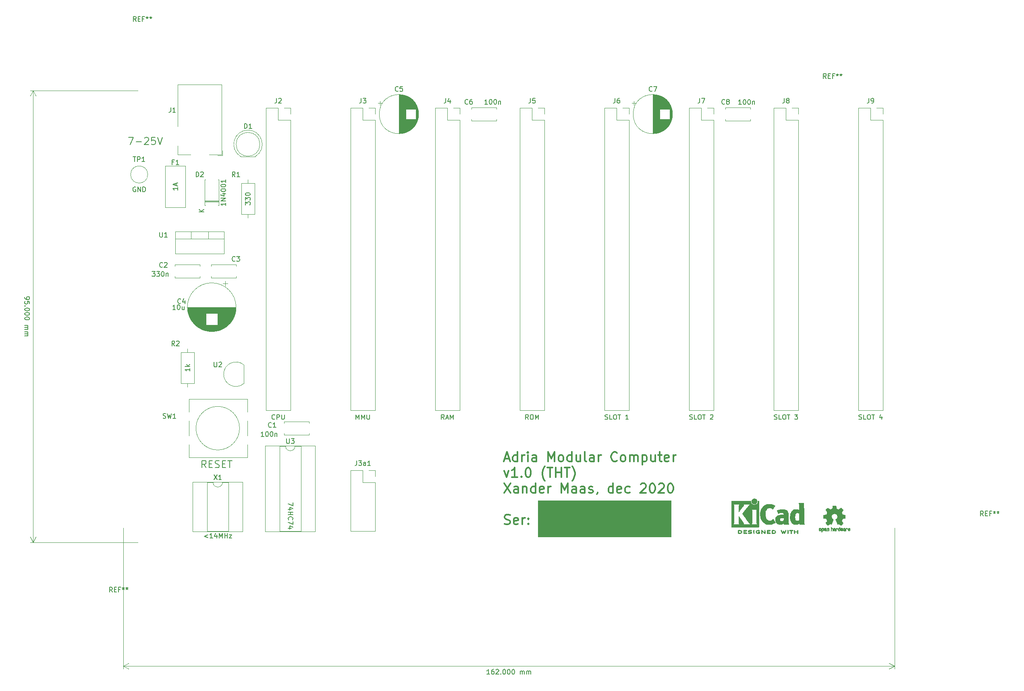
<source format=gbr>
%TF.GenerationSoftware,KiCad,Pcbnew,5.1.9*%
%TF.CreationDate,2020-12-27T17:49:18+01:00*%
%TF.ProjectId,backplane_v1.0,6261636b-706c-4616-9e65-5f76312e302e,rev?*%
%TF.SameCoordinates,Original*%
%TF.FileFunction,Legend,Top*%
%TF.FilePolarity,Positive*%
%FSLAX46Y46*%
G04 Gerber Fmt 4.6, Leading zero omitted, Abs format (unit mm)*
G04 Created by KiCad (PCBNEW 5.1.9) date 2020-12-27 17:49:18*
%MOMM*%
%LPD*%
G01*
G04 APERTURE LIST*
%ADD10C,0.150000*%
%ADD11C,0.120000*%
%ADD12C,0.100000*%
%ADD13C,0.300000*%
%ADD14C,0.010000*%
%ADD15C,0.200000*%
G04 APERTURE END LIST*
D10*
X-257722380Y-99452380D02*
X-257722380Y-99642857D01*
X-257674761Y-99738095D01*
X-257627142Y-99785714D01*
X-257484285Y-99880952D01*
X-257293809Y-99928571D01*
X-256912857Y-99928571D01*
X-256817619Y-99880952D01*
X-256770000Y-99833333D01*
X-256722380Y-99738095D01*
X-256722380Y-99547619D01*
X-256770000Y-99452380D01*
X-256817619Y-99404761D01*
X-256912857Y-99357142D01*
X-257150952Y-99357142D01*
X-257246190Y-99404761D01*
X-257293809Y-99452380D01*
X-257341428Y-99547619D01*
X-257341428Y-99738095D01*
X-257293809Y-99833333D01*
X-257246190Y-99880952D01*
X-257150952Y-99928571D01*
X-256722380Y-100833333D02*
X-256722380Y-100357142D01*
X-257198571Y-100309523D01*
X-257150952Y-100357142D01*
X-257103333Y-100452380D01*
X-257103333Y-100690476D01*
X-257150952Y-100785714D01*
X-257198571Y-100833333D01*
X-257293809Y-100880952D01*
X-257531904Y-100880952D01*
X-257627142Y-100833333D01*
X-257674761Y-100785714D01*
X-257722380Y-100690476D01*
X-257722380Y-100452380D01*
X-257674761Y-100357142D01*
X-257627142Y-100309523D01*
X-257627142Y-101309523D02*
X-257674761Y-101357142D01*
X-257722380Y-101309523D01*
X-257674761Y-101261904D01*
X-257627142Y-101309523D01*
X-257722380Y-101309523D01*
X-256722380Y-101976190D02*
X-256722380Y-102071428D01*
X-256770000Y-102166666D01*
X-256817619Y-102214285D01*
X-256912857Y-102261904D01*
X-257103333Y-102309523D01*
X-257341428Y-102309523D01*
X-257531904Y-102261904D01*
X-257627142Y-102214285D01*
X-257674761Y-102166666D01*
X-257722380Y-102071428D01*
X-257722380Y-101976190D01*
X-257674761Y-101880952D01*
X-257627142Y-101833333D01*
X-257531904Y-101785714D01*
X-257341428Y-101738095D01*
X-257103333Y-101738095D01*
X-256912857Y-101785714D01*
X-256817619Y-101833333D01*
X-256770000Y-101880952D01*
X-256722380Y-101976190D01*
X-256722380Y-102928571D02*
X-256722380Y-103023809D01*
X-256770000Y-103119047D01*
X-256817619Y-103166666D01*
X-256912857Y-103214285D01*
X-257103333Y-103261904D01*
X-257341428Y-103261904D01*
X-257531904Y-103214285D01*
X-257627142Y-103166666D01*
X-257674761Y-103119047D01*
X-257722380Y-103023809D01*
X-257722380Y-102928571D01*
X-257674761Y-102833333D01*
X-257627142Y-102785714D01*
X-257531904Y-102738095D01*
X-257341428Y-102690476D01*
X-257103333Y-102690476D01*
X-256912857Y-102738095D01*
X-256817619Y-102785714D01*
X-256770000Y-102833333D01*
X-256722380Y-102928571D01*
X-256722380Y-103880952D02*
X-256722380Y-103976190D01*
X-256770000Y-104071428D01*
X-256817619Y-104119047D01*
X-256912857Y-104166666D01*
X-257103333Y-104214285D01*
X-257341428Y-104214285D01*
X-257531904Y-104166666D01*
X-257627142Y-104119047D01*
X-257674761Y-104071428D01*
X-257722380Y-103976190D01*
X-257722380Y-103880952D01*
X-257674761Y-103785714D01*
X-257627142Y-103738095D01*
X-257531904Y-103690476D01*
X-257341428Y-103642857D01*
X-257103333Y-103642857D01*
X-256912857Y-103690476D01*
X-256817619Y-103738095D01*
X-256770000Y-103785714D01*
X-256722380Y-103880952D01*
X-257722380Y-105404761D02*
X-257055714Y-105404761D01*
X-257150952Y-105404761D02*
X-257103333Y-105452380D01*
X-257055714Y-105547619D01*
X-257055714Y-105690476D01*
X-257103333Y-105785714D01*
X-257198571Y-105833333D01*
X-257722380Y-105833333D01*
X-257198571Y-105833333D02*
X-257103333Y-105880952D01*
X-257055714Y-105976190D01*
X-257055714Y-106119047D01*
X-257103333Y-106214285D01*
X-257198571Y-106261904D01*
X-257722380Y-106261904D01*
X-257722380Y-106738095D02*
X-257055714Y-106738095D01*
X-257150952Y-106738095D02*
X-257103333Y-106785714D01*
X-257055714Y-106880952D01*
X-257055714Y-107023809D01*
X-257103333Y-107119047D01*
X-257198571Y-107166666D01*
X-257722380Y-107166666D01*
X-257198571Y-107166666D02*
X-257103333Y-107214285D01*
X-257055714Y-107309523D01*
X-257055714Y-107452380D01*
X-257103333Y-107547619D01*
X-257198571Y-107595238D01*
X-257722380Y-107595238D01*
D11*
X-256000000Y-56000000D02*
X-256000000Y-151000000D01*
X-234000000Y-56000000D02*
X-256586421Y-56000000D01*
X-234000000Y-151000000D02*
X-256586421Y-151000000D01*
X-256000000Y-151000000D02*
X-256586421Y-149873496D01*
X-256000000Y-151000000D02*
X-255413579Y-149873496D01*
X-256000000Y-56000000D02*
X-256586421Y-57126504D01*
X-256000000Y-56000000D02*
X-255413579Y-57126504D01*
D10*
X-160047619Y-178722380D02*
X-160619047Y-178722380D01*
X-160333333Y-178722380D02*
X-160333333Y-177722380D01*
X-160428571Y-177865238D01*
X-160523809Y-177960476D01*
X-160619047Y-178008095D01*
X-159190476Y-177722380D02*
X-159380952Y-177722380D01*
X-159476190Y-177770000D01*
X-159523809Y-177817619D01*
X-159619047Y-177960476D01*
X-159666666Y-178150952D01*
X-159666666Y-178531904D01*
X-159619047Y-178627142D01*
X-159571428Y-178674761D01*
X-159476190Y-178722380D01*
X-159285714Y-178722380D01*
X-159190476Y-178674761D01*
X-159142857Y-178627142D01*
X-159095238Y-178531904D01*
X-159095238Y-178293809D01*
X-159142857Y-178198571D01*
X-159190476Y-178150952D01*
X-159285714Y-178103333D01*
X-159476190Y-178103333D01*
X-159571428Y-178150952D01*
X-159619047Y-178198571D01*
X-159666666Y-178293809D01*
X-158714285Y-177817619D02*
X-158666666Y-177770000D01*
X-158571428Y-177722380D01*
X-158333333Y-177722380D01*
X-158238095Y-177770000D01*
X-158190476Y-177817619D01*
X-158142857Y-177912857D01*
X-158142857Y-178008095D01*
X-158190476Y-178150952D01*
X-158761904Y-178722380D01*
X-158142857Y-178722380D01*
X-157714285Y-178627142D02*
X-157666666Y-178674761D01*
X-157714285Y-178722380D01*
X-157761904Y-178674761D01*
X-157714285Y-178627142D01*
X-157714285Y-178722380D01*
X-157047619Y-177722380D02*
X-156952380Y-177722380D01*
X-156857142Y-177770000D01*
X-156809523Y-177817619D01*
X-156761904Y-177912857D01*
X-156714285Y-178103333D01*
X-156714285Y-178341428D01*
X-156761904Y-178531904D01*
X-156809523Y-178627142D01*
X-156857142Y-178674761D01*
X-156952380Y-178722380D01*
X-157047619Y-178722380D01*
X-157142857Y-178674761D01*
X-157190476Y-178627142D01*
X-157238095Y-178531904D01*
X-157285714Y-178341428D01*
X-157285714Y-178103333D01*
X-157238095Y-177912857D01*
X-157190476Y-177817619D01*
X-157142857Y-177770000D01*
X-157047619Y-177722380D01*
X-156095238Y-177722380D02*
X-156000000Y-177722380D01*
X-155904761Y-177770000D01*
X-155857142Y-177817619D01*
X-155809523Y-177912857D01*
X-155761904Y-178103333D01*
X-155761904Y-178341428D01*
X-155809523Y-178531904D01*
X-155857142Y-178627142D01*
X-155904761Y-178674761D01*
X-156000000Y-178722380D01*
X-156095238Y-178722380D01*
X-156190476Y-178674761D01*
X-156238095Y-178627142D01*
X-156285714Y-178531904D01*
X-156333333Y-178341428D01*
X-156333333Y-178103333D01*
X-156285714Y-177912857D01*
X-156238095Y-177817619D01*
X-156190476Y-177770000D01*
X-156095238Y-177722380D01*
X-155142857Y-177722380D02*
X-155047619Y-177722380D01*
X-154952380Y-177770000D01*
X-154904761Y-177817619D01*
X-154857142Y-177912857D01*
X-154809523Y-178103333D01*
X-154809523Y-178341428D01*
X-154857142Y-178531904D01*
X-154904761Y-178627142D01*
X-154952380Y-178674761D01*
X-155047619Y-178722380D01*
X-155142857Y-178722380D01*
X-155238095Y-178674761D01*
X-155285714Y-178627142D01*
X-155333333Y-178531904D01*
X-155380952Y-178341428D01*
X-155380952Y-178103333D01*
X-155333333Y-177912857D01*
X-155285714Y-177817619D01*
X-155238095Y-177770000D01*
X-155142857Y-177722380D01*
X-153619047Y-178722380D02*
X-153619047Y-178055714D01*
X-153619047Y-178150952D02*
X-153571428Y-178103333D01*
X-153476190Y-178055714D01*
X-153333333Y-178055714D01*
X-153238095Y-178103333D01*
X-153190476Y-178198571D01*
X-153190476Y-178722380D01*
X-153190476Y-178198571D02*
X-153142857Y-178103333D01*
X-153047619Y-178055714D01*
X-152904761Y-178055714D01*
X-152809523Y-178103333D01*
X-152761904Y-178198571D01*
X-152761904Y-178722380D01*
X-152285714Y-178722380D02*
X-152285714Y-178055714D01*
X-152285714Y-178150952D02*
X-152238095Y-178103333D01*
X-152142857Y-178055714D01*
X-152000000Y-178055714D01*
X-151904761Y-178103333D01*
X-151857142Y-178198571D01*
X-151857142Y-178722380D01*
X-151857142Y-178198571D02*
X-151809523Y-178103333D01*
X-151714285Y-178055714D01*
X-151571428Y-178055714D01*
X-151476190Y-178103333D01*
X-151428571Y-178198571D01*
X-151428571Y-178722380D01*
D11*
X-237000000Y-177000000D02*
X-75000000Y-177000000D01*
X-237000000Y-148000000D02*
X-237000000Y-177586421D01*
X-75000000Y-148000000D02*
X-75000000Y-177586421D01*
X-75000000Y-177000000D02*
X-76126504Y-177586421D01*
X-75000000Y-177000000D02*
X-76126504Y-176413579D01*
X-237000000Y-177000000D02*
X-235873496Y-177586421D01*
X-237000000Y-177000000D02*
X-235873496Y-176413579D01*
D12*
G36*
X-121920000Y-149860000D02*
G01*
X-149860000Y-149860000D01*
X-149860000Y-142240000D01*
X-121920000Y-142240000D01*
X-121920000Y-149860000D01*
G37*
X-121920000Y-149860000D02*
X-149860000Y-149860000D01*
X-149860000Y-142240000D01*
X-121920000Y-142240000D01*
X-121920000Y-149860000D01*
D13*
X-156904047Y-133433333D02*
X-155951666Y-133433333D01*
X-157094523Y-134004761D02*
X-156427857Y-132004761D01*
X-155761190Y-134004761D01*
X-154237380Y-134004761D02*
X-154237380Y-132004761D01*
X-154237380Y-133909523D02*
X-154427857Y-134004761D01*
X-154808809Y-134004761D01*
X-154999285Y-133909523D01*
X-155094523Y-133814285D01*
X-155189761Y-133623809D01*
X-155189761Y-133052380D01*
X-155094523Y-132861904D01*
X-154999285Y-132766666D01*
X-154808809Y-132671428D01*
X-154427857Y-132671428D01*
X-154237380Y-132766666D01*
X-153285000Y-134004761D02*
X-153285000Y-132671428D01*
X-153285000Y-133052380D02*
X-153189761Y-132861904D01*
X-153094523Y-132766666D01*
X-152904047Y-132671428D01*
X-152713571Y-132671428D01*
X-152046904Y-134004761D02*
X-152046904Y-132671428D01*
X-152046904Y-132004761D02*
X-152142142Y-132100000D01*
X-152046904Y-132195238D01*
X-151951666Y-132100000D01*
X-152046904Y-132004761D01*
X-152046904Y-132195238D01*
X-150237380Y-134004761D02*
X-150237380Y-132957142D01*
X-150332619Y-132766666D01*
X-150523095Y-132671428D01*
X-150904047Y-132671428D01*
X-151094523Y-132766666D01*
X-150237380Y-133909523D02*
X-150427857Y-134004761D01*
X-150904047Y-134004761D01*
X-151094523Y-133909523D01*
X-151189761Y-133719047D01*
X-151189761Y-133528571D01*
X-151094523Y-133338095D01*
X-150904047Y-133242857D01*
X-150427857Y-133242857D01*
X-150237380Y-133147619D01*
X-147761190Y-134004761D02*
X-147761190Y-132004761D01*
X-147094523Y-133433333D01*
X-146427857Y-132004761D01*
X-146427857Y-134004761D01*
X-145189761Y-134004761D02*
X-145380238Y-133909523D01*
X-145475476Y-133814285D01*
X-145570714Y-133623809D01*
X-145570714Y-133052380D01*
X-145475476Y-132861904D01*
X-145380238Y-132766666D01*
X-145189761Y-132671428D01*
X-144904047Y-132671428D01*
X-144713571Y-132766666D01*
X-144618333Y-132861904D01*
X-144523095Y-133052380D01*
X-144523095Y-133623809D01*
X-144618333Y-133814285D01*
X-144713571Y-133909523D01*
X-144904047Y-134004761D01*
X-145189761Y-134004761D01*
X-142808809Y-134004761D02*
X-142808809Y-132004761D01*
X-142808809Y-133909523D02*
X-142999285Y-134004761D01*
X-143380238Y-134004761D01*
X-143570714Y-133909523D01*
X-143665952Y-133814285D01*
X-143761190Y-133623809D01*
X-143761190Y-133052380D01*
X-143665952Y-132861904D01*
X-143570714Y-132766666D01*
X-143380238Y-132671428D01*
X-142999285Y-132671428D01*
X-142808809Y-132766666D01*
X-140999285Y-132671428D02*
X-140999285Y-134004761D01*
X-141856428Y-132671428D02*
X-141856428Y-133719047D01*
X-141761190Y-133909523D01*
X-141570714Y-134004761D01*
X-141285000Y-134004761D01*
X-141094523Y-133909523D01*
X-140999285Y-133814285D01*
X-139761190Y-134004761D02*
X-139951666Y-133909523D01*
X-140046904Y-133719047D01*
X-140046904Y-132004761D01*
X-138142142Y-134004761D02*
X-138142142Y-132957142D01*
X-138237380Y-132766666D01*
X-138427857Y-132671428D01*
X-138808809Y-132671428D01*
X-138999285Y-132766666D01*
X-138142142Y-133909523D02*
X-138332619Y-134004761D01*
X-138808809Y-134004761D01*
X-138999285Y-133909523D01*
X-139094523Y-133719047D01*
X-139094523Y-133528571D01*
X-138999285Y-133338095D01*
X-138808809Y-133242857D01*
X-138332619Y-133242857D01*
X-138142142Y-133147619D01*
X-137189761Y-134004761D02*
X-137189761Y-132671428D01*
X-137189761Y-133052380D02*
X-137094523Y-132861904D01*
X-136999285Y-132766666D01*
X-136808809Y-132671428D01*
X-136618333Y-132671428D01*
X-133285000Y-133814285D02*
X-133380238Y-133909523D01*
X-133665952Y-134004761D01*
X-133856428Y-134004761D01*
X-134142142Y-133909523D01*
X-134332619Y-133719047D01*
X-134427857Y-133528571D01*
X-134523095Y-133147619D01*
X-134523095Y-132861904D01*
X-134427857Y-132480952D01*
X-134332619Y-132290476D01*
X-134142142Y-132100000D01*
X-133856428Y-132004761D01*
X-133665952Y-132004761D01*
X-133380238Y-132100000D01*
X-133285000Y-132195238D01*
X-132142142Y-134004761D02*
X-132332619Y-133909523D01*
X-132427857Y-133814285D01*
X-132523095Y-133623809D01*
X-132523095Y-133052380D01*
X-132427857Y-132861904D01*
X-132332619Y-132766666D01*
X-132142142Y-132671428D01*
X-131856428Y-132671428D01*
X-131665952Y-132766666D01*
X-131570714Y-132861904D01*
X-131475476Y-133052380D01*
X-131475476Y-133623809D01*
X-131570714Y-133814285D01*
X-131665952Y-133909523D01*
X-131856428Y-134004761D01*
X-132142142Y-134004761D01*
X-130618333Y-134004761D02*
X-130618333Y-132671428D01*
X-130618333Y-132861904D02*
X-130523095Y-132766666D01*
X-130332619Y-132671428D01*
X-130046904Y-132671428D01*
X-129856428Y-132766666D01*
X-129761190Y-132957142D01*
X-129761190Y-134004761D01*
X-129761190Y-132957142D02*
X-129665952Y-132766666D01*
X-129475476Y-132671428D01*
X-129189761Y-132671428D01*
X-128999285Y-132766666D01*
X-128904047Y-132957142D01*
X-128904047Y-134004761D01*
X-127951666Y-132671428D02*
X-127951666Y-134671428D01*
X-127951666Y-132766666D02*
X-127761190Y-132671428D01*
X-127380238Y-132671428D01*
X-127189761Y-132766666D01*
X-127094523Y-132861904D01*
X-126999285Y-133052380D01*
X-126999285Y-133623809D01*
X-127094523Y-133814285D01*
X-127189761Y-133909523D01*
X-127380238Y-134004761D01*
X-127761190Y-134004761D01*
X-127951666Y-133909523D01*
X-125285000Y-132671428D02*
X-125285000Y-134004761D01*
X-126142142Y-132671428D02*
X-126142142Y-133719047D01*
X-126046904Y-133909523D01*
X-125856428Y-134004761D01*
X-125570714Y-134004761D01*
X-125380238Y-133909523D01*
X-125285000Y-133814285D01*
X-124618333Y-132671428D02*
X-123856428Y-132671428D01*
X-124332619Y-132004761D02*
X-124332619Y-133719047D01*
X-124237380Y-133909523D01*
X-124046904Y-134004761D01*
X-123856428Y-134004761D01*
X-122427857Y-133909523D02*
X-122618333Y-134004761D01*
X-122999285Y-134004761D01*
X-123189761Y-133909523D01*
X-123285000Y-133719047D01*
X-123285000Y-132957142D01*
X-123189761Y-132766666D01*
X-122999285Y-132671428D01*
X-122618333Y-132671428D01*
X-122427857Y-132766666D01*
X-122332619Y-132957142D01*
X-122332619Y-133147619D01*
X-123285000Y-133338095D01*
X-121475476Y-134004761D02*
X-121475476Y-132671428D01*
X-121475476Y-133052380D02*
X-121380238Y-132861904D01*
X-121285000Y-132766666D01*
X-121094523Y-132671428D01*
X-120904047Y-132671428D01*
X-156999285Y-135971428D02*
X-156523095Y-137304761D01*
X-156046904Y-135971428D01*
X-154237380Y-137304761D02*
X-155380238Y-137304761D01*
X-154808809Y-137304761D02*
X-154808809Y-135304761D01*
X-154999285Y-135590476D01*
X-155189761Y-135780952D01*
X-155380238Y-135876190D01*
X-153380238Y-137114285D02*
X-153285000Y-137209523D01*
X-153380238Y-137304761D01*
X-153475476Y-137209523D01*
X-153380238Y-137114285D01*
X-153380238Y-137304761D01*
X-152046904Y-135304761D02*
X-151856428Y-135304761D01*
X-151665952Y-135400000D01*
X-151570714Y-135495238D01*
X-151475476Y-135685714D01*
X-151380238Y-136066666D01*
X-151380238Y-136542857D01*
X-151475476Y-136923809D01*
X-151570714Y-137114285D01*
X-151665952Y-137209523D01*
X-151856428Y-137304761D01*
X-152046904Y-137304761D01*
X-152237380Y-137209523D01*
X-152332619Y-137114285D01*
X-152427857Y-136923809D01*
X-152523095Y-136542857D01*
X-152523095Y-136066666D01*
X-152427857Y-135685714D01*
X-152332619Y-135495238D01*
X-152237380Y-135400000D01*
X-152046904Y-135304761D01*
X-148427857Y-138066666D02*
X-148523095Y-137971428D01*
X-148713571Y-137685714D01*
X-148808809Y-137495238D01*
X-148904047Y-137209523D01*
X-148999285Y-136733333D01*
X-148999285Y-136352380D01*
X-148904047Y-135876190D01*
X-148808809Y-135590476D01*
X-148713571Y-135400000D01*
X-148523095Y-135114285D01*
X-148427857Y-135019047D01*
X-147951666Y-135304761D02*
X-146808809Y-135304761D01*
X-147380238Y-137304761D02*
X-147380238Y-135304761D01*
X-146142142Y-137304761D02*
X-146142142Y-135304761D01*
X-146142142Y-136257142D02*
X-144999285Y-136257142D01*
X-144999285Y-137304761D02*
X-144999285Y-135304761D01*
X-144332619Y-135304761D02*
X-143189761Y-135304761D01*
X-143761190Y-137304761D02*
X-143761190Y-135304761D01*
X-142713571Y-138066666D02*
X-142618333Y-137971428D01*
X-142427857Y-137685714D01*
X-142332619Y-137495238D01*
X-142237380Y-137209523D01*
X-142142142Y-136733333D01*
X-142142142Y-136352380D01*
X-142237380Y-135876190D01*
X-142332619Y-135590476D01*
X-142427857Y-135400000D01*
X-142618333Y-135114285D01*
X-142713571Y-135019047D01*
X-156999285Y-138604761D02*
X-155665952Y-140604761D01*
X-155665952Y-138604761D02*
X-156999285Y-140604761D01*
X-154046904Y-140604761D02*
X-154046904Y-139557142D01*
X-154142142Y-139366666D01*
X-154332619Y-139271428D01*
X-154713571Y-139271428D01*
X-154904047Y-139366666D01*
X-154046904Y-140509523D02*
X-154237380Y-140604761D01*
X-154713571Y-140604761D01*
X-154904047Y-140509523D01*
X-154999285Y-140319047D01*
X-154999285Y-140128571D01*
X-154904047Y-139938095D01*
X-154713571Y-139842857D01*
X-154237380Y-139842857D01*
X-154046904Y-139747619D01*
X-153094523Y-139271428D02*
X-153094523Y-140604761D01*
X-153094523Y-139461904D02*
X-152999285Y-139366666D01*
X-152808809Y-139271428D01*
X-152523095Y-139271428D01*
X-152332619Y-139366666D01*
X-152237380Y-139557142D01*
X-152237380Y-140604761D01*
X-150427857Y-140604761D02*
X-150427857Y-138604761D01*
X-150427857Y-140509523D02*
X-150618333Y-140604761D01*
X-150999285Y-140604761D01*
X-151189761Y-140509523D01*
X-151285000Y-140414285D01*
X-151380238Y-140223809D01*
X-151380238Y-139652380D01*
X-151285000Y-139461904D01*
X-151189761Y-139366666D01*
X-150999285Y-139271428D01*
X-150618333Y-139271428D01*
X-150427857Y-139366666D01*
X-148713571Y-140509523D02*
X-148904047Y-140604761D01*
X-149285000Y-140604761D01*
X-149475476Y-140509523D01*
X-149570714Y-140319047D01*
X-149570714Y-139557142D01*
X-149475476Y-139366666D01*
X-149285000Y-139271428D01*
X-148904047Y-139271428D01*
X-148713571Y-139366666D01*
X-148618333Y-139557142D01*
X-148618333Y-139747619D01*
X-149570714Y-139938095D01*
X-147761190Y-140604761D02*
X-147761190Y-139271428D01*
X-147761190Y-139652380D02*
X-147665952Y-139461904D01*
X-147570714Y-139366666D01*
X-147380238Y-139271428D01*
X-147189761Y-139271428D01*
X-144999285Y-140604761D02*
X-144999285Y-138604761D01*
X-144332619Y-140033333D01*
X-143665952Y-138604761D01*
X-143665952Y-140604761D01*
X-141856428Y-140604761D02*
X-141856428Y-139557142D01*
X-141951666Y-139366666D01*
X-142142142Y-139271428D01*
X-142523095Y-139271428D01*
X-142713571Y-139366666D01*
X-141856428Y-140509523D02*
X-142046904Y-140604761D01*
X-142523095Y-140604761D01*
X-142713571Y-140509523D01*
X-142808809Y-140319047D01*
X-142808809Y-140128571D01*
X-142713571Y-139938095D01*
X-142523095Y-139842857D01*
X-142046904Y-139842857D01*
X-141856428Y-139747619D01*
X-140046904Y-140604761D02*
X-140046904Y-139557142D01*
X-140142142Y-139366666D01*
X-140332619Y-139271428D01*
X-140713571Y-139271428D01*
X-140904047Y-139366666D01*
X-140046904Y-140509523D02*
X-140237380Y-140604761D01*
X-140713571Y-140604761D01*
X-140904047Y-140509523D01*
X-140999285Y-140319047D01*
X-140999285Y-140128571D01*
X-140904047Y-139938095D01*
X-140713571Y-139842857D01*
X-140237380Y-139842857D01*
X-140046904Y-139747619D01*
X-139189761Y-140509523D02*
X-138999285Y-140604761D01*
X-138618333Y-140604761D01*
X-138427857Y-140509523D01*
X-138332619Y-140319047D01*
X-138332619Y-140223809D01*
X-138427857Y-140033333D01*
X-138618333Y-139938095D01*
X-138904047Y-139938095D01*
X-139094523Y-139842857D01*
X-139189761Y-139652380D01*
X-139189761Y-139557142D01*
X-139094523Y-139366666D01*
X-138904047Y-139271428D01*
X-138618333Y-139271428D01*
X-138427857Y-139366666D01*
X-137380238Y-140509523D02*
X-137380238Y-140604761D01*
X-137475476Y-140795238D01*
X-137570714Y-140890476D01*
X-134142142Y-140604761D02*
X-134142142Y-138604761D01*
X-134142142Y-140509523D02*
X-134332619Y-140604761D01*
X-134713571Y-140604761D01*
X-134904047Y-140509523D01*
X-134999285Y-140414285D01*
X-135094523Y-140223809D01*
X-135094523Y-139652380D01*
X-134999285Y-139461904D01*
X-134904047Y-139366666D01*
X-134713571Y-139271428D01*
X-134332619Y-139271428D01*
X-134142142Y-139366666D01*
X-132427857Y-140509523D02*
X-132618333Y-140604761D01*
X-132999285Y-140604761D01*
X-133189761Y-140509523D01*
X-133285000Y-140319047D01*
X-133285000Y-139557142D01*
X-133189761Y-139366666D01*
X-132999285Y-139271428D01*
X-132618333Y-139271428D01*
X-132427857Y-139366666D01*
X-132332619Y-139557142D01*
X-132332619Y-139747619D01*
X-133285000Y-139938095D01*
X-130618333Y-140509523D02*
X-130808809Y-140604761D01*
X-131189761Y-140604761D01*
X-131380238Y-140509523D01*
X-131475476Y-140414285D01*
X-131570714Y-140223809D01*
X-131570714Y-139652380D01*
X-131475476Y-139461904D01*
X-131380238Y-139366666D01*
X-131189761Y-139271428D01*
X-130808809Y-139271428D01*
X-130618333Y-139366666D01*
X-128332619Y-138795238D02*
X-128237380Y-138700000D01*
X-128046904Y-138604761D01*
X-127570714Y-138604761D01*
X-127380238Y-138700000D01*
X-127285000Y-138795238D01*
X-127189761Y-138985714D01*
X-127189761Y-139176190D01*
X-127285000Y-139461904D01*
X-128427857Y-140604761D01*
X-127189761Y-140604761D01*
X-125951666Y-138604761D02*
X-125761190Y-138604761D01*
X-125570714Y-138700000D01*
X-125475476Y-138795238D01*
X-125380238Y-138985714D01*
X-125285000Y-139366666D01*
X-125285000Y-139842857D01*
X-125380238Y-140223809D01*
X-125475476Y-140414285D01*
X-125570714Y-140509523D01*
X-125761190Y-140604761D01*
X-125951666Y-140604761D01*
X-126142142Y-140509523D01*
X-126237380Y-140414285D01*
X-126332619Y-140223809D01*
X-126427857Y-139842857D01*
X-126427857Y-139366666D01*
X-126332619Y-138985714D01*
X-126237380Y-138795238D01*
X-126142142Y-138700000D01*
X-125951666Y-138604761D01*
X-124523095Y-138795238D02*
X-124427857Y-138700000D01*
X-124237380Y-138604761D01*
X-123761190Y-138604761D01*
X-123570714Y-138700000D01*
X-123475476Y-138795238D01*
X-123380238Y-138985714D01*
X-123380238Y-139176190D01*
X-123475476Y-139461904D01*
X-124618333Y-140604761D01*
X-123380238Y-140604761D01*
X-122142142Y-138604761D02*
X-121951666Y-138604761D01*
X-121761190Y-138700000D01*
X-121665952Y-138795238D01*
X-121570714Y-138985714D01*
X-121475476Y-139366666D01*
X-121475476Y-139842857D01*
X-121570714Y-140223809D01*
X-121665952Y-140414285D01*
X-121761190Y-140509523D01*
X-121951666Y-140604761D01*
X-122142142Y-140604761D01*
X-122332619Y-140509523D01*
X-122427857Y-140414285D01*
X-122523095Y-140223809D01*
X-122618333Y-139842857D01*
X-122618333Y-139366666D01*
X-122523095Y-138985714D01*
X-122427857Y-138795238D01*
X-122332619Y-138700000D01*
X-122142142Y-138604761D01*
X-156904047Y-147109523D02*
X-156618333Y-147204761D01*
X-156142142Y-147204761D01*
X-155951666Y-147109523D01*
X-155856428Y-147014285D01*
X-155761190Y-146823809D01*
X-155761190Y-146633333D01*
X-155856428Y-146442857D01*
X-155951666Y-146347619D01*
X-156142142Y-146252380D01*
X-156523095Y-146157142D01*
X-156713571Y-146061904D01*
X-156808809Y-145966666D01*
X-156904047Y-145776190D01*
X-156904047Y-145585714D01*
X-156808809Y-145395238D01*
X-156713571Y-145300000D01*
X-156523095Y-145204761D01*
X-156046904Y-145204761D01*
X-155761190Y-145300000D01*
X-154142142Y-147109523D02*
X-154332619Y-147204761D01*
X-154713571Y-147204761D01*
X-154904047Y-147109523D01*
X-154999285Y-146919047D01*
X-154999285Y-146157142D01*
X-154904047Y-145966666D01*
X-154713571Y-145871428D01*
X-154332619Y-145871428D01*
X-154142142Y-145966666D01*
X-154046904Y-146157142D01*
X-154046904Y-146347619D01*
X-154999285Y-146538095D01*
X-153189761Y-147204761D02*
X-153189761Y-145871428D01*
X-153189761Y-146252380D02*
X-153094523Y-146061904D01*
X-152999285Y-145966666D01*
X-152808809Y-145871428D01*
X-152618333Y-145871428D01*
X-151951666Y-147014285D02*
X-151856428Y-147109523D01*
X-151951666Y-147204761D01*
X-152046904Y-147109523D01*
X-151951666Y-147014285D01*
X-151951666Y-147204761D01*
X-151951666Y-145966666D02*
X-151856428Y-146061904D01*
X-151951666Y-146157142D01*
X-152046904Y-146061904D01*
X-151951666Y-145966666D01*
X-151951666Y-146157142D01*
D14*
%TO.C,REF\u002A\u002A*%
G36*
X-107709663Y-148415258D02*
G01*
X-107670181Y-148415659D01*
X-107554492Y-148418451D01*
X-107457603Y-148426742D01*
X-107376211Y-148441424D01*
X-107307015Y-148463385D01*
X-107246712Y-148493514D01*
X-107192000Y-148532702D01*
X-107172459Y-148549724D01*
X-107140042Y-148589555D01*
X-107110812Y-148643605D01*
X-107088283Y-148703515D01*
X-107075971Y-148760931D01*
X-107074692Y-148782148D01*
X-107082709Y-148840961D01*
X-107104191Y-148905205D01*
X-107135291Y-148966013D01*
X-107172158Y-149014522D01*
X-107178146Y-149020374D01*
X-107228871Y-149061513D01*
X-107284417Y-149093627D01*
X-107347988Y-149117557D01*
X-107422786Y-149134145D01*
X-107512014Y-149144233D01*
X-107618874Y-149148661D01*
X-107667820Y-149149037D01*
X-107730054Y-149148737D01*
X-107773820Y-149147484D01*
X-107803223Y-149144746D01*
X-107822371Y-149139993D01*
X-107835369Y-149132693D01*
X-107842337Y-149126459D01*
X-107848918Y-149118886D01*
X-107854080Y-149109116D01*
X-107857995Y-149094532D01*
X-107860835Y-149072518D01*
X-107862772Y-149040456D01*
X-107863976Y-148995728D01*
X-107864620Y-148935718D01*
X-107864875Y-148857809D01*
X-107864914Y-148782148D01*
X-107865162Y-148681233D01*
X-107865109Y-148600619D01*
X-107864149Y-148562014D01*
X-107718159Y-148562014D01*
X-107718159Y-149002281D01*
X-107625026Y-149002196D01*
X-107568985Y-149000588D01*
X-107510291Y-148996448D01*
X-107461320Y-148990656D01*
X-107459830Y-148990418D01*
X-107380684Y-148971282D01*
X-107319294Y-148941479D01*
X-107272597Y-148899070D01*
X-107242927Y-148853153D01*
X-107224645Y-148802218D01*
X-107226063Y-148754392D01*
X-107247280Y-148703125D01*
X-107288781Y-148650091D01*
X-107346290Y-148610792D01*
X-107421042Y-148584523D01*
X-107471000Y-148575227D01*
X-107527708Y-148568699D01*
X-107587811Y-148563974D01*
X-107638931Y-148562009D01*
X-107641959Y-148562000D01*
X-107718159Y-148562014D01*
X-107864149Y-148562014D01*
X-107863552Y-148538043D01*
X-107859290Y-148491247D01*
X-107851122Y-148457970D01*
X-107837848Y-148435951D01*
X-107818266Y-148422931D01*
X-107791175Y-148416649D01*
X-107755374Y-148414845D01*
X-107709663Y-148415258D01*
G37*
X-107709663Y-148415258D02*
X-107670181Y-148415659D01*
X-107554492Y-148418451D01*
X-107457603Y-148426742D01*
X-107376211Y-148441424D01*
X-107307015Y-148463385D01*
X-107246712Y-148493514D01*
X-107192000Y-148532702D01*
X-107172459Y-148549724D01*
X-107140042Y-148589555D01*
X-107110812Y-148643605D01*
X-107088283Y-148703515D01*
X-107075971Y-148760931D01*
X-107074692Y-148782148D01*
X-107082709Y-148840961D01*
X-107104191Y-148905205D01*
X-107135291Y-148966013D01*
X-107172158Y-149014522D01*
X-107178146Y-149020374D01*
X-107228871Y-149061513D01*
X-107284417Y-149093627D01*
X-107347988Y-149117557D01*
X-107422786Y-149134145D01*
X-107512014Y-149144233D01*
X-107618874Y-149148661D01*
X-107667820Y-149149037D01*
X-107730054Y-149148737D01*
X-107773820Y-149147484D01*
X-107803223Y-149144746D01*
X-107822371Y-149139993D01*
X-107835369Y-149132693D01*
X-107842337Y-149126459D01*
X-107848918Y-149118886D01*
X-107854080Y-149109116D01*
X-107857995Y-149094532D01*
X-107860835Y-149072518D01*
X-107862772Y-149040456D01*
X-107863976Y-148995728D01*
X-107864620Y-148935718D01*
X-107864875Y-148857809D01*
X-107864914Y-148782148D01*
X-107865162Y-148681233D01*
X-107865109Y-148600619D01*
X-107864149Y-148562014D01*
X-107718159Y-148562014D01*
X-107718159Y-149002281D01*
X-107625026Y-149002196D01*
X-107568985Y-149000588D01*
X-107510291Y-148996448D01*
X-107461320Y-148990656D01*
X-107459830Y-148990418D01*
X-107380684Y-148971282D01*
X-107319294Y-148941479D01*
X-107272597Y-148899070D01*
X-107242927Y-148853153D01*
X-107224645Y-148802218D01*
X-107226063Y-148754392D01*
X-107247280Y-148703125D01*
X-107288781Y-148650091D01*
X-107346290Y-148610792D01*
X-107421042Y-148584523D01*
X-107471000Y-148575227D01*
X-107527708Y-148568699D01*
X-107587811Y-148563974D01*
X-107638931Y-148562009D01*
X-107641959Y-148562000D01*
X-107718159Y-148562014D01*
X-107864149Y-148562014D01*
X-107863552Y-148538043D01*
X-107859290Y-148491247D01*
X-107851122Y-148457970D01*
X-107837848Y-148435951D01*
X-107818266Y-148422931D01*
X-107791175Y-148416649D01*
X-107755374Y-148414845D01*
X-107709663Y-148415258D01*
G36*
X-106301086Y-148415338D02*
G01*
X-106231678Y-148415710D01*
X-106179289Y-148416577D01*
X-106141139Y-148418138D01*
X-106114451Y-148420595D01*
X-106096445Y-148424149D01*
X-106084341Y-148429002D01*
X-106075361Y-148435353D01*
X-106072110Y-148438276D01*
X-106052335Y-148469334D01*
X-106048774Y-148505020D01*
X-106061783Y-148536702D01*
X-106067798Y-148543105D01*
X-106077527Y-148549313D01*
X-106093193Y-148554102D01*
X-106117700Y-148557706D01*
X-106153953Y-148560356D01*
X-106204857Y-148562287D01*
X-106273318Y-148563731D01*
X-106335909Y-148564610D01*
X-106583626Y-148567659D01*
X-106587011Y-148632570D01*
X-106590397Y-148697481D01*
X-106422250Y-148697481D01*
X-106349251Y-148698111D01*
X-106295809Y-148700745D01*
X-106258920Y-148706501D01*
X-106235580Y-148716496D01*
X-106222786Y-148731848D01*
X-106217534Y-148753674D01*
X-106216737Y-148773930D01*
X-106219215Y-148798784D01*
X-106228569Y-148817098D01*
X-106247675Y-148829829D01*
X-106279410Y-148837933D01*
X-106326651Y-148842368D01*
X-106392275Y-148844091D01*
X-106428093Y-148844237D01*
X-106589270Y-148844237D01*
X-106589270Y-149002281D01*
X-106340914Y-149002281D01*
X-106259505Y-149002394D01*
X-106197634Y-149002904D01*
X-106152260Y-149004062D01*
X-106120346Y-149006122D01*
X-106098851Y-149009338D01*
X-106084735Y-149013964D01*
X-106074960Y-149020251D01*
X-106069981Y-149024859D01*
X-106052902Y-149051752D01*
X-106047403Y-149075659D01*
X-106055255Y-149104859D01*
X-106069981Y-149126459D01*
X-106077838Y-149133258D01*
X-106087980Y-149138538D01*
X-106103136Y-149142490D01*
X-106126033Y-149145305D01*
X-106159401Y-149147174D01*
X-106205967Y-149148290D01*
X-106268459Y-149148843D01*
X-106349606Y-149149025D01*
X-106391714Y-149149037D01*
X-106481890Y-149148957D01*
X-106552216Y-149148590D01*
X-106605421Y-149147744D01*
X-106644232Y-149146228D01*
X-106671379Y-149143851D01*
X-106689590Y-149140421D01*
X-106701592Y-149135746D01*
X-106710114Y-149129636D01*
X-106713448Y-149126459D01*
X-106720047Y-149118862D01*
X-106725219Y-149109062D01*
X-106729138Y-149094431D01*
X-106731976Y-149072344D01*
X-106733907Y-149040174D01*
X-106735104Y-148995295D01*
X-106735740Y-148935081D01*
X-106735989Y-148856905D01*
X-106736026Y-148784115D01*
X-106735992Y-148690899D01*
X-106735757Y-148617623D01*
X-106735122Y-148561650D01*
X-106733886Y-148520343D01*
X-106731848Y-148491064D01*
X-106728809Y-148471176D01*
X-106724569Y-148458042D01*
X-106718927Y-148449024D01*
X-106711683Y-148441485D01*
X-106709898Y-148439804D01*
X-106701237Y-148432364D01*
X-106691174Y-148426601D01*
X-106676917Y-148422304D01*
X-106655675Y-148419256D01*
X-106624656Y-148417243D01*
X-106581069Y-148416052D01*
X-106522123Y-148415467D01*
X-106445026Y-148415275D01*
X-106390293Y-148415259D01*
X-106301086Y-148415338D01*
G37*
X-106301086Y-148415338D02*
X-106231678Y-148415710D01*
X-106179289Y-148416577D01*
X-106141139Y-148418138D01*
X-106114451Y-148420595D01*
X-106096445Y-148424149D01*
X-106084341Y-148429002D01*
X-106075361Y-148435353D01*
X-106072110Y-148438276D01*
X-106052335Y-148469334D01*
X-106048774Y-148505020D01*
X-106061783Y-148536702D01*
X-106067798Y-148543105D01*
X-106077527Y-148549313D01*
X-106093193Y-148554102D01*
X-106117700Y-148557706D01*
X-106153953Y-148560356D01*
X-106204857Y-148562287D01*
X-106273318Y-148563731D01*
X-106335909Y-148564610D01*
X-106583626Y-148567659D01*
X-106587011Y-148632570D01*
X-106590397Y-148697481D01*
X-106422250Y-148697481D01*
X-106349251Y-148698111D01*
X-106295809Y-148700745D01*
X-106258920Y-148706501D01*
X-106235580Y-148716496D01*
X-106222786Y-148731848D01*
X-106217534Y-148753674D01*
X-106216737Y-148773930D01*
X-106219215Y-148798784D01*
X-106228569Y-148817098D01*
X-106247675Y-148829829D01*
X-106279410Y-148837933D01*
X-106326651Y-148842368D01*
X-106392275Y-148844091D01*
X-106428093Y-148844237D01*
X-106589270Y-148844237D01*
X-106589270Y-149002281D01*
X-106340914Y-149002281D01*
X-106259505Y-149002394D01*
X-106197634Y-149002904D01*
X-106152260Y-149004062D01*
X-106120346Y-149006122D01*
X-106098851Y-149009338D01*
X-106084735Y-149013964D01*
X-106074960Y-149020251D01*
X-106069981Y-149024859D01*
X-106052902Y-149051752D01*
X-106047403Y-149075659D01*
X-106055255Y-149104859D01*
X-106069981Y-149126459D01*
X-106077838Y-149133258D01*
X-106087980Y-149138538D01*
X-106103136Y-149142490D01*
X-106126033Y-149145305D01*
X-106159401Y-149147174D01*
X-106205967Y-149148290D01*
X-106268459Y-149148843D01*
X-106349606Y-149149025D01*
X-106391714Y-149149037D01*
X-106481890Y-149148957D01*
X-106552216Y-149148590D01*
X-106605421Y-149147744D01*
X-106644232Y-149146228D01*
X-106671379Y-149143851D01*
X-106689590Y-149140421D01*
X-106701592Y-149135746D01*
X-106710114Y-149129636D01*
X-106713448Y-149126459D01*
X-106720047Y-149118862D01*
X-106725219Y-149109062D01*
X-106729138Y-149094431D01*
X-106731976Y-149072344D01*
X-106733907Y-149040174D01*
X-106735104Y-148995295D01*
X-106735740Y-148935081D01*
X-106735989Y-148856905D01*
X-106736026Y-148784115D01*
X-106735992Y-148690899D01*
X-106735757Y-148617623D01*
X-106735122Y-148561650D01*
X-106733886Y-148520343D01*
X-106731848Y-148491064D01*
X-106728809Y-148471176D01*
X-106724569Y-148458042D01*
X-106718927Y-148449024D01*
X-106711683Y-148441485D01*
X-106709898Y-148439804D01*
X-106701237Y-148432364D01*
X-106691174Y-148426601D01*
X-106676917Y-148422304D01*
X-106655675Y-148419256D01*
X-106624656Y-148417243D01*
X-106581069Y-148416052D01*
X-106522123Y-148415467D01*
X-106445026Y-148415275D01*
X-106390293Y-148415259D01*
X-106301086Y-148415338D01*
G36*
X-105279995Y-148416543D02*
G01*
X-105205180Y-148421773D01*
X-105135598Y-148429942D01*
X-105075294Y-148440742D01*
X-105028312Y-148453865D01*
X-104998698Y-148469005D01*
X-104994152Y-148473461D01*
X-104978346Y-148508042D01*
X-104983139Y-148543543D01*
X-105007656Y-148573917D01*
X-105008826Y-148574788D01*
X-105023246Y-148584146D01*
X-105038300Y-148589068D01*
X-105059297Y-148589665D01*
X-105091549Y-148586053D01*
X-105140365Y-148578346D01*
X-105144292Y-148577697D01*
X-105217031Y-148568761D01*
X-105295509Y-148564353D01*
X-105374219Y-148564311D01*
X-105447653Y-148568471D01*
X-105510303Y-148576671D01*
X-105556662Y-148588749D01*
X-105559708Y-148589963D01*
X-105593340Y-148608807D01*
X-105605156Y-148627877D01*
X-105595906Y-148646631D01*
X-105566339Y-148664529D01*
X-105517203Y-148681029D01*
X-105449249Y-148695588D01*
X-105403937Y-148702598D01*
X-105309748Y-148716081D01*
X-105234836Y-148728406D01*
X-105176009Y-148740641D01*
X-105130077Y-148753853D01*
X-105093847Y-148769109D01*
X-105064130Y-148787477D01*
X-105037734Y-148810023D01*
X-105016522Y-148832163D01*
X-104991357Y-148863011D01*
X-104978973Y-148889537D01*
X-104975100Y-148922218D01*
X-104974959Y-148934187D01*
X-104977868Y-148973904D01*
X-104989494Y-149003451D01*
X-105009615Y-149029678D01*
X-105050508Y-149069768D01*
X-105096109Y-149100341D01*
X-105149805Y-149122395D01*
X-105214984Y-149136927D01*
X-105295036Y-149144933D01*
X-105393349Y-149147410D01*
X-105409581Y-149147369D01*
X-105475141Y-149146010D01*
X-105540158Y-149142922D01*
X-105597544Y-149138548D01*
X-105640214Y-149133332D01*
X-105643664Y-149132733D01*
X-105686088Y-149122683D01*
X-105722072Y-149109988D01*
X-105742442Y-149098382D01*
X-105761399Y-149067764D01*
X-105762719Y-149032110D01*
X-105746377Y-149000336D01*
X-105742721Y-148996743D01*
X-105727607Y-148986068D01*
X-105708707Y-148981468D01*
X-105679454Y-148982251D01*
X-105643943Y-148986319D01*
X-105604262Y-148989954D01*
X-105548637Y-148993020D01*
X-105483698Y-148995245D01*
X-105416077Y-148996356D01*
X-105398292Y-148996429D01*
X-105330420Y-148996156D01*
X-105280746Y-148994838D01*
X-105244902Y-148992019D01*
X-105218516Y-148987242D01*
X-105197218Y-148980049D01*
X-105184418Y-148974059D01*
X-105156292Y-148957425D01*
X-105138360Y-148942360D01*
X-105135739Y-148938089D01*
X-105141268Y-148920455D01*
X-105167552Y-148903384D01*
X-105212770Y-148887650D01*
X-105275100Y-148874030D01*
X-105293463Y-148870996D01*
X-105389382Y-148855930D01*
X-105465933Y-148843338D01*
X-105526072Y-148832303D01*
X-105572752Y-148821912D01*
X-105608929Y-148811248D01*
X-105637557Y-148799397D01*
X-105661590Y-148785443D01*
X-105683984Y-148768473D01*
X-105707694Y-148747570D01*
X-105715672Y-148740241D01*
X-105743645Y-148712891D01*
X-105758452Y-148691221D01*
X-105764244Y-148666424D01*
X-105765181Y-148635175D01*
X-105754867Y-148573897D01*
X-105724044Y-148521832D01*
X-105672887Y-148479150D01*
X-105601575Y-148446017D01*
X-105550692Y-148431156D01*
X-105495392Y-148421558D01*
X-105429145Y-148416128D01*
X-105355998Y-148414559D01*
X-105279995Y-148416543D01*
G37*
X-105279995Y-148416543D02*
X-105205180Y-148421773D01*
X-105135598Y-148429942D01*
X-105075294Y-148440742D01*
X-105028312Y-148453865D01*
X-104998698Y-148469005D01*
X-104994152Y-148473461D01*
X-104978346Y-148508042D01*
X-104983139Y-148543543D01*
X-105007656Y-148573917D01*
X-105008826Y-148574788D01*
X-105023246Y-148584146D01*
X-105038300Y-148589068D01*
X-105059297Y-148589665D01*
X-105091549Y-148586053D01*
X-105140365Y-148578346D01*
X-105144292Y-148577697D01*
X-105217031Y-148568761D01*
X-105295509Y-148564353D01*
X-105374219Y-148564311D01*
X-105447653Y-148568471D01*
X-105510303Y-148576671D01*
X-105556662Y-148588749D01*
X-105559708Y-148589963D01*
X-105593340Y-148608807D01*
X-105605156Y-148627877D01*
X-105595906Y-148646631D01*
X-105566339Y-148664529D01*
X-105517203Y-148681029D01*
X-105449249Y-148695588D01*
X-105403937Y-148702598D01*
X-105309748Y-148716081D01*
X-105234836Y-148728406D01*
X-105176009Y-148740641D01*
X-105130077Y-148753853D01*
X-105093847Y-148769109D01*
X-105064130Y-148787477D01*
X-105037734Y-148810023D01*
X-105016522Y-148832163D01*
X-104991357Y-148863011D01*
X-104978973Y-148889537D01*
X-104975100Y-148922218D01*
X-104974959Y-148934187D01*
X-104977868Y-148973904D01*
X-104989494Y-149003451D01*
X-105009615Y-149029678D01*
X-105050508Y-149069768D01*
X-105096109Y-149100341D01*
X-105149805Y-149122395D01*
X-105214984Y-149136927D01*
X-105295036Y-149144933D01*
X-105393349Y-149147410D01*
X-105409581Y-149147369D01*
X-105475141Y-149146010D01*
X-105540158Y-149142922D01*
X-105597544Y-149138548D01*
X-105640214Y-149133332D01*
X-105643664Y-149132733D01*
X-105686088Y-149122683D01*
X-105722072Y-149109988D01*
X-105742442Y-149098382D01*
X-105761399Y-149067764D01*
X-105762719Y-149032110D01*
X-105746377Y-149000336D01*
X-105742721Y-148996743D01*
X-105727607Y-148986068D01*
X-105708707Y-148981468D01*
X-105679454Y-148982251D01*
X-105643943Y-148986319D01*
X-105604262Y-148989954D01*
X-105548637Y-148993020D01*
X-105483698Y-148995245D01*
X-105416077Y-148996356D01*
X-105398292Y-148996429D01*
X-105330420Y-148996156D01*
X-105280746Y-148994838D01*
X-105244902Y-148992019D01*
X-105218516Y-148987242D01*
X-105197218Y-148980049D01*
X-105184418Y-148974059D01*
X-105156292Y-148957425D01*
X-105138360Y-148942360D01*
X-105135739Y-148938089D01*
X-105141268Y-148920455D01*
X-105167552Y-148903384D01*
X-105212770Y-148887650D01*
X-105275100Y-148874030D01*
X-105293463Y-148870996D01*
X-105389382Y-148855930D01*
X-105465933Y-148843338D01*
X-105526072Y-148832303D01*
X-105572752Y-148821912D01*
X-105608929Y-148811248D01*
X-105637557Y-148799397D01*
X-105661590Y-148785443D01*
X-105683984Y-148768473D01*
X-105707694Y-148747570D01*
X-105715672Y-148740241D01*
X-105743645Y-148712891D01*
X-105758452Y-148691221D01*
X-105764244Y-148666424D01*
X-105765181Y-148635175D01*
X-105754867Y-148573897D01*
X-105724044Y-148521832D01*
X-105672887Y-148479150D01*
X-105601575Y-148446017D01*
X-105550692Y-148431156D01*
X-105495392Y-148421558D01*
X-105429145Y-148416128D01*
X-105355998Y-148414559D01*
X-105279995Y-148416543D01*
G36*
X-104512114Y-148437837D02*
G01*
X-104505534Y-148445410D01*
X-104500371Y-148455179D01*
X-104496456Y-148469763D01*
X-104493616Y-148491777D01*
X-104491679Y-148523840D01*
X-104490475Y-148568567D01*
X-104489831Y-148628577D01*
X-104489576Y-148706486D01*
X-104489537Y-148782148D01*
X-104489606Y-148875994D01*
X-104489930Y-148949881D01*
X-104490678Y-149006424D01*
X-104492024Y-149048241D01*
X-104494138Y-149077949D01*
X-104497192Y-149098165D01*
X-104501358Y-149111506D01*
X-104506808Y-149120590D01*
X-104512114Y-149126459D01*
X-104545118Y-149146139D01*
X-104580283Y-149144373D01*
X-104611747Y-149122909D01*
X-104618976Y-149114529D01*
X-104624626Y-149104806D01*
X-104628891Y-149091053D01*
X-104631965Y-149070581D01*
X-104634044Y-149040704D01*
X-104635322Y-148998733D01*
X-104635993Y-148941981D01*
X-104636251Y-148867759D01*
X-104636292Y-148783729D01*
X-104636292Y-148470677D01*
X-104608583Y-148442968D01*
X-104574429Y-148419655D01*
X-104541298Y-148418815D01*
X-104512114Y-148437837D01*
G37*
X-104512114Y-148437837D02*
X-104505534Y-148445410D01*
X-104500371Y-148455179D01*
X-104496456Y-148469763D01*
X-104493616Y-148491777D01*
X-104491679Y-148523840D01*
X-104490475Y-148568567D01*
X-104489831Y-148628577D01*
X-104489576Y-148706486D01*
X-104489537Y-148782148D01*
X-104489606Y-148875994D01*
X-104489930Y-148949881D01*
X-104490678Y-149006424D01*
X-104492024Y-149048241D01*
X-104494138Y-149077949D01*
X-104497192Y-149098165D01*
X-104501358Y-149111506D01*
X-104506808Y-149120590D01*
X-104512114Y-149126459D01*
X-104545118Y-149146139D01*
X-104580283Y-149144373D01*
X-104611747Y-149122909D01*
X-104618976Y-149114529D01*
X-104624626Y-149104806D01*
X-104628891Y-149091053D01*
X-104631965Y-149070581D01*
X-104634044Y-149040704D01*
X-104635322Y-148998733D01*
X-104635993Y-148941981D01*
X-104636251Y-148867759D01*
X-104636292Y-148783729D01*
X-104636292Y-148470677D01*
X-104608583Y-148442968D01*
X-104574429Y-148419655D01*
X-104541298Y-148418815D01*
X-104512114Y-148437837D01*
G36*
X-103538373Y-148420791D02*
G01*
X-103469857Y-148432287D01*
X-103417235Y-148450159D01*
X-103383000Y-148473691D01*
X-103373671Y-148487116D01*
X-103364185Y-148518340D01*
X-103370569Y-148546587D01*
X-103390722Y-148573374D01*
X-103422037Y-148585905D01*
X-103467475Y-148584888D01*
X-103502618Y-148578098D01*
X-103580711Y-148565163D01*
X-103660518Y-148563934D01*
X-103749847Y-148574433D01*
X-103774521Y-148578882D01*
X-103857583Y-148602300D01*
X-103922565Y-148637137D01*
X-103968753Y-148682796D01*
X-103995437Y-148738686D01*
X-104000955Y-148767580D01*
X-103997343Y-148826204D01*
X-103974021Y-148878071D01*
X-103933116Y-148922170D01*
X-103876751Y-148957491D01*
X-103807052Y-148983021D01*
X-103726144Y-148997751D01*
X-103636152Y-149000670D01*
X-103539202Y-148990767D01*
X-103533728Y-148989833D01*
X-103495167Y-148982651D01*
X-103473786Y-148975713D01*
X-103464519Y-148965419D01*
X-103462298Y-148948168D01*
X-103462248Y-148939033D01*
X-103462248Y-148900681D01*
X-103530723Y-148900681D01*
X-103591192Y-148896539D01*
X-103632457Y-148883339D01*
X-103656467Y-148859922D01*
X-103665169Y-148825128D01*
X-103665275Y-148820586D01*
X-103660184Y-148790846D01*
X-103642725Y-148769611D01*
X-103610231Y-148755558D01*
X-103560035Y-148747365D01*
X-103511415Y-148744353D01*
X-103440748Y-148742625D01*
X-103389490Y-148745262D01*
X-103354531Y-148754992D01*
X-103332762Y-148774545D01*
X-103321072Y-148806648D01*
X-103316352Y-148854030D01*
X-103315492Y-148916263D01*
X-103316901Y-148985727D01*
X-103321140Y-149032978D01*
X-103328228Y-149058204D01*
X-103329603Y-149060180D01*
X-103368520Y-149091700D01*
X-103425578Y-149116662D01*
X-103497161Y-149134532D01*
X-103579650Y-149144778D01*
X-103669431Y-149146865D01*
X-103762884Y-149140260D01*
X-103817848Y-149132148D01*
X-103904058Y-149107746D01*
X-103984184Y-149067854D01*
X-104051269Y-149016079D01*
X-104061465Y-149005731D01*
X-104094594Y-148962227D01*
X-104124486Y-148908310D01*
X-104147649Y-148851784D01*
X-104160590Y-148800451D01*
X-104162150Y-148780736D01*
X-104155510Y-148739611D01*
X-104137860Y-148688444D01*
X-104112589Y-148634586D01*
X-104083081Y-148585387D01*
X-104057011Y-148552526D01*
X-103996057Y-148503644D01*
X-103917261Y-148464737D01*
X-103823449Y-148436686D01*
X-103717442Y-148420371D01*
X-103620292Y-148416384D01*
X-103538373Y-148420791D01*
G37*
X-103538373Y-148420791D02*
X-103469857Y-148432287D01*
X-103417235Y-148450159D01*
X-103383000Y-148473691D01*
X-103373671Y-148487116D01*
X-103364185Y-148518340D01*
X-103370569Y-148546587D01*
X-103390722Y-148573374D01*
X-103422037Y-148585905D01*
X-103467475Y-148584888D01*
X-103502618Y-148578098D01*
X-103580711Y-148565163D01*
X-103660518Y-148563934D01*
X-103749847Y-148574433D01*
X-103774521Y-148578882D01*
X-103857583Y-148602300D01*
X-103922565Y-148637137D01*
X-103968753Y-148682796D01*
X-103995437Y-148738686D01*
X-104000955Y-148767580D01*
X-103997343Y-148826204D01*
X-103974021Y-148878071D01*
X-103933116Y-148922170D01*
X-103876751Y-148957491D01*
X-103807052Y-148983021D01*
X-103726144Y-148997751D01*
X-103636152Y-149000670D01*
X-103539202Y-148990767D01*
X-103533728Y-148989833D01*
X-103495167Y-148982651D01*
X-103473786Y-148975713D01*
X-103464519Y-148965419D01*
X-103462298Y-148948168D01*
X-103462248Y-148939033D01*
X-103462248Y-148900681D01*
X-103530723Y-148900681D01*
X-103591192Y-148896539D01*
X-103632457Y-148883339D01*
X-103656467Y-148859922D01*
X-103665169Y-148825128D01*
X-103665275Y-148820586D01*
X-103660184Y-148790846D01*
X-103642725Y-148769611D01*
X-103610231Y-148755558D01*
X-103560035Y-148747365D01*
X-103511415Y-148744353D01*
X-103440748Y-148742625D01*
X-103389490Y-148745262D01*
X-103354531Y-148754992D01*
X-103332762Y-148774545D01*
X-103321072Y-148806648D01*
X-103316352Y-148854030D01*
X-103315492Y-148916263D01*
X-103316901Y-148985727D01*
X-103321140Y-149032978D01*
X-103328228Y-149058204D01*
X-103329603Y-149060180D01*
X-103368520Y-149091700D01*
X-103425578Y-149116662D01*
X-103497161Y-149134532D01*
X-103579650Y-149144778D01*
X-103669431Y-149146865D01*
X-103762884Y-149140260D01*
X-103817848Y-149132148D01*
X-103904058Y-149107746D01*
X-103984184Y-149067854D01*
X-104051269Y-149016079D01*
X-104061465Y-149005731D01*
X-104094594Y-148962227D01*
X-104124486Y-148908310D01*
X-104147649Y-148851784D01*
X-104160590Y-148800451D01*
X-104162150Y-148780736D01*
X-104155510Y-148739611D01*
X-104137860Y-148688444D01*
X-104112589Y-148634586D01*
X-104083081Y-148585387D01*
X-104057011Y-148552526D01*
X-103996057Y-148503644D01*
X-103917261Y-148464737D01*
X-103823449Y-148436686D01*
X-103717442Y-148420371D01*
X-103620292Y-148416384D01*
X-103538373Y-148420791D01*
G36*
X-102888406Y-148419640D02*
G01*
X-102864840Y-148433465D01*
X-102834027Y-148456073D01*
X-102794370Y-148488530D01*
X-102744272Y-148531900D01*
X-102682135Y-148587250D01*
X-102606364Y-148655643D01*
X-102519626Y-148734276D01*
X-102339003Y-148898070D01*
X-102333359Y-148678221D01*
X-102331321Y-148602543D01*
X-102329355Y-148546186D01*
X-102327026Y-148505898D01*
X-102323898Y-148478427D01*
X-102319537Y-148460521D01*
X-102313508Y-148448929D01*
X-102305376Y-148440400D01*
X-102301064Y-148436815D01*
X-102266533Y-148417862D01*
X-102233675Y-148420633D01*
X-102207610Y-148436825D01*
X-102180959Y-148458391D01*
X-102177644Y-148773343D01*
X-102176727Y-148865971D01*
X-102176260Y-148938736D01*
X-102176405Y-148994353D01*
X-102177324Y-149035534D01*
X-102179179Y-149064995D01*
X-102182131Y-149085447D01*
X-102186342Y-149099605D01*
X-102191974Y-149110183D01*
X-102198219Y-149118666D01*
X-102211731Y-149134399D01*
X-102225175Y-149144828D01*
X-102240416Y-149148831D01*
X-102259318Y-149145286D01*
X-102283747Y-149133071D01*
X-102315565Y-149111063D01*
X-102356640Y-149078141D01*
X-102408834Y-149033183D01*
X-102474014Y-148975067D01*
X-102547848Y-148908291D01*
X-102813137Y-148667650D01*
X-102818781Y-148886781D01*
X-102820823Y-148962320D01*
X-102822794Y-149018546D01*
X-102825131Y-149058716D01*
X-102828273Y-149086088D01*
X-102832656Y-149103920D01*
X-102838716Y-149115471D01*
X-102846892Y-149123999D01*
X-102851076Y-149127474D01*
X-102888057Y-149146564D01*
X-102923000Y-149143685D01*
X-102953428Y-149119292D01*
X-102960389Y-149109478D01*
X-102965815Y-149098018D01*
X-102969895Y-149082160D01*
X-102972821Y-149059155D01*
X-102974784Y-149026254D01*
X-102975975Y-148980708D01*
X-102976584Y-148919765D01*
X-102976803Y-148840678D01*
X-102976826Y-148782148D01*
X-102976752Y-148690599D01*
X-102976405Y-148618879D01*
X-102975593Y-148564237D01*
X-102974125Y-148523924D01*
X-102971811Y-148495190D01*
X-102968459Y-148475285D01*
X-102963880Y-148461460D01*
X-102957881Y-148450964D01*
X-102953428Y-148445003D01*
X-102942142Y-148430883D01*
X-102931593Y-148420221D01*
X-102920185Y-148414084D01*
X-102906322Y-148413535D01*
X-102888406Y-148419640D01*
G37*
X-102888406Y-148419640D02*
X-102864840Y-148433465D01*
X-102834027Y-148456073D01*
X-102794370Y-148488530D01*
X-102744272Y-148531900D01*
X-102682135Y-148587250D01*
X-102606364Y-148655643D01*
X-102519626Y-148734276D01*
X-102339003Y-148898070D01*
X-102333359Y-148678221D01*
X-102331321Y-148602543D01*
X-102329355Y-148546186D01*
X-102327026Y-148505898D01*
X-102323898Y-148478427D01*
X-102319537Y-148460521D01*
X-102313508Y-148448929D01*
X-102305376Y-148440400D01*
X-102301064Y-148436815D01*
X-102266533Y-148417862D01*
X-102233675Y-148420633D01*
X-102207610Y-148436825D01*
X-102180959Y-148458391D01*
X-102177644Y-148773343D01*
X-102176727Y-148865971D01*
X-102176260Y-148938736D01*
X-102176405Y-148994353D01*
X-102177324Y-149035534D01*
X-102179179Y-149064995D01*
X-102182131Y-149085447D01*
X-102186342Y-149099605D01*
X-102191974Y-149110183D01*
X-102198219Y-149118666D01*
X-102211731Y-149134399D01*
X-102225175Y-149144828D01*
X-102240416Y-149148831D01*
X-102259318Y-149145286D01*
X-102283747Y-149133071D01*
X-102315565Y-149111063D01*
X-102356640Y-149078141D01*
X-102408834Y-149033183D01*
X-102474014Y-148975067D01*
X-102547848Y-148908291D01*
X-102813137Y-148667650D01*
X-102818781Y-148886781D01*
X-102820823Y-148962320D01*
X-102822794Y-149018546D01*
X-102825131Y-149058716D01*
X-102828273Y-149086088D01*
X-102832656Y-149103920D01*
X-102838716Y-149115471D01*
X-102846892Y-149123999D01*
X-102851076Y-149127474D01*
X-102888057Y-149146564D01*
X-102923000Y-149143685D01*
X-102953428Y-149119292D01*
X-102960389Y-149109478D01*
X-102965815Y-149098018D01*
X-102969895Y-149082160D01*
X-102972821Y-149059155D01*
X-102974784Y-149026254D01*
X-102975975Y-148980708D01*
X-102976584Y-148919765D01*
X-102976803Y-148840678D01*
X-102976826Y-148782148D01*
X-102976752Y-148690599D01*
X-102976405Y-148618879D01*
X-102975593Y-148564237D01*
X-102974125Y-148523924D01*
X-102971811Y-148495190D01*
X-102968459Y-148475285D01*
X-102963880Y-148461460D01*
X-102957881Y-148450964D01*
X-102953428Y-148445003D01*
X-102942142Y-148430883D01*
X-102931593Y-148420221D01*
X-102920185Y-148414084D01*
X-102906322Y-148413535D01*
X-102888406Y-148419640D01*
G36*
X-101357949Y-148415452D02*
G01*
X-101281591Y-148416366D01*
X-101223075Y-148418503D01*
X-101180037Y-148422367D01*
X-101150109Y-148428459D01*
X-101130924Y-148437282D01*
X-101120116Y-148449338D01*
X-101115319Y-148465131D01*
X-101114165Y-148485162D01*
X-101114159Y-148487527D01*
X-101115161Y-148510184D01*
X-101119896Y-148527695D01*
X-101130959Y-148540766D01*
X-101150944Y-148550105D01*
X-101182446Y-148556419D01*
X-101228060Y-148560414D01*
X-101290379Y-148562798D01*
X-101371999Y-148564278D01*
X-101397015Y-148564606D01*
X-101639092Y-148567659D01*
X-101642478Y-148632570D01*
X-101645863Y-148697481D01*
X-101477716Y-148697481D01*
X-101412026Y-148697723D01*
X-101365120Y-148698748D01*
X-101333209Y-148701003D01*
X-101312501Y-148704934D01*
X-101299208Y-148710990D01*
X-101289537Y-148719616D01*
X-101289475Y-148719685D01*
X-101271936Y-148753304D01*
X-101272570Y-148789640D01*
X-101290978Y-148820615D01*
X-101294621Y-148823799D01*
X-101307551Y-148832004D01*
X-101325268Y-148837713D01*
X-101351722Y-148841354D01*
X-101390860Y-148843359D01*
X-101446630Y-148844156D01*
X-101482298Y-148844237D01*
X-101644737Y-148844237D01*
X-101644737Y-149002281D01*
X-101398131Y-149002281D01*
X-101316712Y-149002423D01*
X-101254882Y-149003006D01*
X-101209655Y-149004260D01*
X-101178044Y-149006419D01*
X-101157061Y-149009715D01*
X-101143719Y-149014381D01*
X-101135031Y-149020649D01*
X-101132842Y-149022925D01*
X-101116678Y-149054472D01*
X-101115495Y-149090360D01*
X-101128756Y-149121477D01*
X-101139249Y-149131463D01*
X-101150163Y-149136961D01*
X-101167075Y-149141214D01*
X-101192659Y-149144372D01*
X-101229591Y-149146584D01*
X-101280546Y-149147998D01*
X-101348198Y-149148764D01*
X-101435223Y-149149030D01*
X-101454898Y-149149037D01*
X-101543381Y-149148979D01*
X-101612065Y-149148659D01*
X-101663728Y-149147859D01*
X-101701147Y-149146359D01*
X-101727102Y-149143941D01*
X-101744370Y-149140386D01*
X-101755730Y-149135474D01*
X-101763960Y-149128987D01*
X-101768475Y-149124330D01*
X-101775271Y-149116081D01*
X-101780580Y-149105861D01*
X-101784586Y-149090992D01*
X-101787471Y-149068794D01*
X-101789418Y-149036585D01*
X-101790611Y-148991688D01*
X-101791231Y-148931420D01*
X-101791463Y-148853103D01*
X-101791492Y-148787186D01*
X-101791421Y-148694820D01*
X-101791084Y-148622309D01*
X-101790294Y-148566929D01*
X-101788866Y-148525957D01*
X-101786613Y-148496670D01*
X-101783349Y-148476345D01*
X-101778888Y-148462258D01*
X-101773044Y-148451687D01*
X-101768095Y-148445003D01*
X-101744698Y-148415259D01*
X-101454518Y-148415259D01*
X-101357949Y-148415452D01*
G37*
X-101357949Y-148415452D02*
X-101281591Y-148416366D01*
X-101223075Y-148418503D01*
X-101180037Y-148422367D01*
X-101150109Y-148428459D01*
X-101130924Y-148437282D01*
X-101120116Y-148449338D01*
X-101115319Y-148465131D01*
X-101114165Y-148485162D01*
X-101114159Y-148487527D01*
X-101115161Y-148510184D01*
X-101119896Y-148527695D01*
X-101130959Y-148540766D01*
X-101150944Y-148550105D01*
X-101182446Y-148556419D01*
X-101228060Y-148560414D01*
X-101290379Y-148562798D01*
X-101371999Y-148564278D01*
X-101397015Y-148564606D01*
X-101639092Y-148567659D01*
X-101642478Y-148632570D01*
X-101645863Y-148697481D01*
X-101477716Y-148697481D01*
X-101412026Y-148697723D01*
X-101365120Y-148698748D01*
X-101333209Y-148701003D01*
X-101312501Y-148704934D01*
X-101299208Y-148710990D01*
X-101289537Y-148719616D01*
X-101289475Y-148719685D01*
X-101271936Y-148753304D01*
X-101272570Y-148789640D01*
X-101290978Y-148820615D01*
X-101294621Y-148823799D01*
X-101307551Y-148832004D01*
X-101325268Y-148837713D01*
X-101351722Y-148841354D01*
X-101390860Y-148843359D01*
X-101446630Y-148844156D01*
X-101482298Y-148844237D01*
X-101644737Y-148844237D01*
X-101644737Y-149002281D01*
X-101398131Y-149002281D01*
X-101316712Y-149002423D01*
X-101254882Y-149003006D01*
X-101209655Y-149004260D01*
X-101178044Y-149006419D01*
X-101157061Y-149009715D01*
X-101143719Y-149014381D01*
X-101135031Y-149020649D01*
X-101132842Y-149022925D01*
X-101116678Y-149054472D01*
X-101115495Y-149090360D01*
X-101128756Y-149121477D01*
X-101139249Y-149131463D01*
X-101150163Y-149136961D01*
X-101167075Y-149141214D01*
X-101192659Y-149144372D01*
X-101229591Y-149146584D01*
X-101280546Y-149147998D01*
X-101348198Y-149148764D01*
X-101435223Y-149149030D01*
X-101454898Y-149149037D01*
X-101543381Y-149148979D01*
X-101612065Y-149148659D01*
X-101663728Y-149147859D01*
X-101701147Y-149146359D01*
X-101727102Y-149143941D01*
X-101744370Y-149140386D01*
X-101755730Y-149135474D01*
X-101763960Y-149128987D01*
X-101768475Y-149124330D01*
X-101775271Y-149116081D01*
X-101780580Y-149105861D01*
X-101784586Y-149090992D01*
X-101787471Y-149068794D01*
X-101789418Y-149036585D01*
X-101790611Y-148991688D01*
X-101791231Y-148931420D01*
X-101791463Y-148853103D01*
X-101791492Y-148787186D01*
X-101791421Y-148694820D01*
X-101791084Y-148622309D01*
X-101790294Y-148566929D01*
X-101788866Y-148525957D01*
X-101786613Y-148496670D01*
X-101783349Y-148476345D01*
X-101778888Y-148462258D01*
X-101773044Y-148451687D01*
X-101768095Y-148445003D01*
X-101744698Y-148415259D01*
X-101454518Y-148415259D01*
X-101357949Y-148415452D01*
G36*
X-100569983Y-148415467D02*
G01*
X-100441004Y-148419828D01*
X-100331301Y-148433053D01*
X-100239066Y-148455933D01*
X-100162490Y-148489262D01*
X-100099765Y-148533830D01*
X-100049080Y-148590428D01*
X-100008629Y-148659850D01*
X-100007833Y-148661543D01*
X-99983691Y-148723675D01*
X-99975089Y-148778701D01*
X-99982061Y-148834079D01*
X-100004638Y-148897265D01*
X-100008920Y-148906881D01*
X-100038120Y-148963158D01*
X-100070936Y-149006643D01*
X-100113290Y-149043609D01*
X-100171102Y-149080327D01*
X-100174461Y-149082244D01*
X-100224788Y-149106419D01*
X-100281671Y-149124474D01*
X-100348765Y-149137031D01*
X-100429727Y-149144714D01*
X-100528210Y-149148145D01*
X-100563006Y-149148443D01*
X-100728698Y-149149037D01*
X-100752095Y-149119292D01*
X-100759035Y-149109511D01*
X-100764450Y-149098089D01*
X-100768527Y-149082287D01*
X-100771455Y-149059367D01*
X-100773425Y-149026588D01*
X-100774067Y-149002281D01*
X-100617448Y-149002281D01*
X-100523566Y-149002281D01*
X-100468628Y-149000675D01*
X-100412232Y-148996447D01*
X-100365947Y-148990484D01*
X-100363153Y-148989982D01*
X-100280944Y-148967928D01*
X-100217178Y-148934792D01*
X-100169840Y-148889039D01*
X-100136910Y-148829131D01*
X-100131184Y-148813253D01*
X-100125571Y-148788525D01*
X-100128001Y-148764094D01*
X-100139825Y-148731592D01*
X-100146952Y-148715626D01*
X-100170292Y-148673198D01*
X-100198412Y-148643432D01*
X-100229352Y-148622703D01*
X-100291326Y-148595729D01*
X-100370641Y-148576190D01*
X-100463039Y-148564938D01*
X-100529959Y-148562462D01*
X-100617448Y-148562014D01*
X-100617448Y-149002281D01*
X-100774067Y-149002281D01*
X-100774624Y-148981213D01*
X-100775242Y-148920503D01*
X-100775467Y-148841718D01*
X-100775492Y-148780112D01*
X-100775492Y-148470677D01*
X-100747783Y-148442968D01*
X-100735486Y-148431736D01*
X-100722189Y-148424045D01*
X-100703620Y-148419232D01*
X-100675506Y-148416638D01*
X-100633575Y-148415602D01*
X-100573555Y-148415462D01*
X-100569983Y-148415467D01*
G37*
X-100569983Y-148415467D02*
X-100441004Y-148419828D01*
X-100331301Y-148433053D01*
X-100239066Y-148455933D01*
X-100162490Y-148489262D01*
X-100099765Y-148533830D01*
X-100049080Y-148590428D01*
X-100008629Y-148659850D01*
X-100007833Y-148661543D01*
X-99983691Y-148723675D01*
X-99975089Y-148778701D01*
X-99982061Y-148834079D01*
X-100004638Y-148897265D01*
X-100008920Y-148906881D01*
X-100038120Y-148963158D01*
X-100070936Y-149006643D01*
X-100113290Y-149043609D01*
X-100171102Y-149080327D01*
X-100174461Y-149082244D01*
X-100224788Y-149106419D01*
X-100281671Y-149124474D01*
X-100348765Y-149137031D01*
X-100429727Y-149144714D01*
X-100528210Y-149148145D01*
X-100563006Y-149148443D01*
X-100728698Y-149149037D01*
X-100752095Y-149119292D01*
X-100759035Y-149109511D01*
X-100764450Y-149098089D01*
X-100768527Y-149082287D01*
X-100771455Y-149059367D01*
X-100773425Y-149026588D01*
X-100774067Y-149002281D01*
X-100617448Y-149002281D01*
X-100523566Y-149002281D01*
X-100468628Y-149000675D01*
X-100412232Y-148996447D01*
X-100365947Y-148990484D01*
X-100363153Y-148989982D01*
X-100280944Y-148967928D01*
X-100217178Y-148934792D01*
X-100169840Y-148889039D01*
X-100136910Y-148829131D01*
X-100131184Y-148813253D01*
X-100125571Y-148788525D01*
X-100128001Y-148764094D01*
X-100139825Y-148731592D01*
X-100146952Y-148715626D01*
X-100170292Y-148673198D01*
X-100198412Y-148643432D01*
X-100229352Y-148622703D01*
X-100291326Y-148595729D01*
X-100370641Y-148576190D01*
X-100463039Y-148564938D01*
X-100529959Y-148562462D01*
X-100617448Y-148562014D01*
X-100617448Y-149002281D01*
X-100774067Y-149002281D01*
X-100774624Y-148981213D01*
X-100775242Y-148920503D01*
X-100775467Y-148841718D01*
X-100775492Y-148780112D01*
X-100775492Y-148470677D01*
X-100747783Y-148442968D01*
X-100735486Y-148431736D01*
X-100722189Y-148424045D01*
X-100703620Y-148419232D01*
X-100675506Y-148416638D01*
X-100633575Y-148415602D01*
X-100573555Y-148415462D01*
X-100569983Y-148415467D01*
G36*
X-97843627Y-148417226D02*
G01*
X-97824037Y-148424227D01*
X-97823282Y-148424569D01*
X-97796679Y-148444870D01*
X-97782022Y-148465753D01*
X-97779154Y-148475544D01*
X-97779296Y-148488553D01*
X-97783331Y-148507087D01*
X-97792146Y-148533449D01*
X-97806623Y-148569944D01*
X-97827647Y-148618879D01*
X-97856104Y-148682557D01*
X-97892877Y-148763285D01*
X-97913117Y-148807408D01*
X-97949667Y-148886177D01*
X-97983977Y-148958615D01*
X-98014740Y-149022072D01*
X-98040644Y-149073900D01*
X-98060382Y-149111451D01*
X-98072642Y-149132076D01*
X-98075068Y-149134925D01*
X-98106109Y-149147494D01*
X-98141171Y-149145811D01*
X-98169292Y-149130524D01*
X-98170438Y-149129281D01*
X-98181624Y-149112346D01*
X-98200388Y-149079362D01*
X-98224417Y-149034572D01*
X-98251395Y-148982224D01*
X-98261091Y-148962934D01*
X-98334278Y-148816342D01*
X-98414052Y-148975585D01*
X-98442525Y-149030607D01*
X-98468942Y-149078324D01*
X-98491144Y-149115085D01*
X-98506973Y-149137236D01*
X-98512338Y-149141933D01*
X-98554035Y-149148294D01*
X-98588443Y-149134925D01*
X-98598564Y-149120638D01*
X-98616078Y-149088884D01*
X-98639557Y-149042789D01*
X-98667572Y-148985477D01*
X-98698693Y-148920072D01*
X-98731493Y-148849699D01*
X-98764542Y-148777483D01*
X-98796411Y-148706547D01*
X-98825673Y-148640017D01*
X-98850897Y-148581018D01*
X-98870656Y-148532673D01*
X-98883520Y-148498107D01*
X-98888061Y-148480445D01*
X-98888015Y-148479805D01*
X-98876966Y-148457580D01*
X-98854882Y-148434945D01*
X-98853582Y-148433960D01*
X-98826439Y-148418617D01*
X-98801334Y-148418766D01*
X-98791924Y-148421658D01*
X-98780458Y-148427910D01*
X-98768282Y-148440206D01*
X-98753935Y-148461100D01*
X-98735956Y-148493141D01*
X-98712885Y-148538880D01*
X-98683262Y-148600869D01*
X-98656547Y-148658090D01*
X-98625812Y-148724418D01*
X-98598271Y-148784066D01*
X-98575354Y-148833917D01*
X-98558494Y-148870856D01*
X-98549119Y-148891765D01*
X-98547752Y-148895037D01*
X-98541603Y-148889689D01*
X-98527470Y-148867301D01*
X-98507235Y-148831138D01*
X-98482777Y-148784469D01*
X-98473044Y-148765214D01*
X-98440075Y-148700196D01*
X-98414649Y-148652846D01*
X-98394680Y-148620411D01*
X-98378082Y-148600138D01*
X-98362768Y-148589274D01*
X-98346652Y-148585067D01*
X-98336149Y-148584592D01*
X-98317622Y-148586234D01*
X-98301388Y-148593023D01*
X-98285257Y-148607758D01*
X-98267041Y-148633236D01*
X-98244553Y-148672253D01*
X-98215603Y-148727606D01*
X-98199630Y-148759095D01*
X-98173722Y-148809279D01*
X-98151125Y-148850896D01*
X-98133834Y-148880434D01*
X-98123842Y-148894381D01*
X-98122483Y-148894962D01*
X-98116031Y-148883985D01*
X-98101584Y-148855482D01*
X-98080589Y-148812436D01*
X-98054495Y-148757830D01*
X-98024746Y-148694646D01*
X-98010112Y-148663263D01*
X-97972042Y-148582270D01*
X-97941387Y-148519948D01*
X-97916555Y-148474263D01*
X-97895955Y-148443181D01*
X-97877994Y-148424670D01*
X-97861082Y-148416696D01*
X-97843627Y-148417226D01*
G37*
X-97843627Y-148417226D02*
X-97824037Y-148424227D01*
X-97823282Y-148424569D01*
X-97796679Y-148444870D01*
X-97782022Y-148465753D01*
X-97779154Y-148475544D01*
X-97779296Y-148488553D01*
X-97783331Y-148507087D01*
X-97792146Y-148533449D01*
X-97806623Y-148569944D01*
X-97827647Y-148618879D01*
X-97856104Y-148682557D01*
X-97892877Y-148763285D01*
X-97913117Y-148807408D01*
X-97949667Y-148886177D01*
X-97983977Y-148958615D01*
X-98014740Y-149022072D01*
X-98040644Y-149073900D01*
X-98060382Y-149111451D01*
X-98072642Y-149132076D01*
X-98075068Y-149134925D01*
X-98106109Y-149147494D01*
X-98141171Y-149145811D01*
X-98169292Y-149130524D01*
X-98170438Y-149129281D01*
X-98181624Y-149112346D01*
X-98200388Y-149079362D01*
X-98224417Y-149034572D01*
X-98251395Y-148982224D01*
X-98261091Y-148962934D01*
X-98334278Y-148816342D01*
X-98414052Y-148975585D01*
X-98442525Y-149030607D01*
X-98468942Y-149078324D01*
X-98491144Y-149115085D01*
X-98506973Y-149137236D01*
X-98512338Y-149141933D01*
X-98554035Y-149148294D01*
X-98588443Y-149134925D01*
X-98598564Y-149120638D01*
X-98616078Y-149088884D01*
X-98639557Y-149042789D01*
X-98667572Y-148985477D01*
X-98698693Y-148920072D01*
X-98731493Y-148849699D01*
X-98764542Y-148777483D01*
X-98796411Y-148706547D01*
X-98825673Y-148640017D01*
X-98850897Y-148581018D01*
X-98870656Y-148532673D01*
X-98883520Y-148498107D01*
X-98888061Y-148480445D01*
X-98888015Y-148479805D01*
X-98876966Y-148457580D01*
X-98854882Y-148434945D01*
X-98853582Y-148433960D01*
X-98826439Y-148418617D01*
X-98801334Y-148418766D01*
X-98791924Y-148421658D01*
X-98780458Y-148427910D01*
X-98768282Y-148440206D01*
X-98753935Y-148461100D01*
X-98735956Y-148493141D01*
X-98712885Y-148538880D01*
X-98683262Y-148600869D01*
X-98656547Y-148658090D01*
X-98625812Y-148724418D01*
X-98598271Y-148784066D01*
X-98575354Y-148833917D01*
X-98558494Y-148870856D01*
X-98549119Y-148891765D01*
X-98547752Y-148895037D01*
X-98541603Y-148889689D01*
X-98527470Y-148867301D01*
X-98507235Y-148831138D01*
X-98482777Y-148784469D01*
X-98473044Y-148765214D01*
X-98440075Y-148700196D01*
X-98414649Y-148652846D01*
X-98394680Y-148620411D01*
X-98378082Y-148600138D01*
X-98362768Y-148589274D01*
X-98346652Y-148585067D01*
X-98336149Y-148584592D01*
X-98317622Y-148586234D01*
X-98301388Y-148593023D01*
X-98285257Y-148607758D01*
X-98267041Y-148633236D01*
X-98244553Y-148672253D01*
X-98215603Y-148727606D01*
X-98199630Y-148759095D01*
X-98173722Y-148809279D01*
X-98151125Y-148850896D01*
X-98133834Y-148880434D01*
X-98123842Y-148894381D01*
X-98122483Y-148894962D01*
X-98116031Y-148883985D01*
X-98101584Y-148855482D01*
X-98080589Y-148812436D01*
X-98054495Y-148757830D01*
X-98024746Y-148694646D01*
X-98010112Y-148663263D01*
X-97972042Y-148582270D01*
X-97941387Y-148519948D01*
X-97916555Y-148474263D01*
X-97895955Y-148443181D01*
X-97877994Y-148424670D01*
X-97861082Y-148416696D01*
X-97843627Y-148417226D01*
G36*
X-97399678Y-148422069D02*
G01*
X-97375965Y-148436839D01*
X-97349314Y-148458419D01*
X-97349314Y-148779965D01*
X-97349399Y-148874022D01*
X-97349763Y-148948124D01*
X-97350568Y-149004896D01*
X-97351979Y-149046960D01*
X-97354159Y-149076940D01*
X-97357271Y-149097459D01*
X-97361478Y-149111141D01*
X-97366944Y-149120608D01*
X-97370820Y-149125274D01*
X-97402258Y-149145767D01*
X-97438059Y-149144931D01*
X-97469419Y-149127456D01*
X-97496070Y-149105876D01*
X-97496070Y-148458419D01*
X-97469419Y-148436839D01*
X-97443698Y-148421141D01*
X-97422692Y-148415259D01*
X-97399678Y-148422069D01*
G37*
X-97399678Y-148422069D02*
X-97375965Y-148436839D01*
X-97349314Y-148458419D01*
X-97349314Y-148779965D01*
X-97349399Y-148874022D01*
X-97349763Y-148948124D01*
X-97350568Y-149004896D01*
X-97351979Y-149046960D01*
X-97354159Y-149076940D01*
X-97357271Y-149097459D01*
X-97361478Y-149111141D01*
X-97366944Y-149120608D01*
X-97370820Y-149125274D01*
X-97402258Y-149145767D01*
X-97438059Y-149144931D01*
X-97469419Y-149127456D01*
X-97496070Y-149105876D01*
X-97496070Y-148458419D01*
X-97469419Y-148436839D01*
X-97443698Y-148421141D01*
X-97422692Y-148415259D01*
X-97399678Y-148422069D01*
G36*
X-96625227Y-148415355D02*
G01*
X-96546520Y-148415734D01*
X-96485429Y-148416525D01*
X-96439475Y-148417862D01*
X-96406178Y-148419875D01*
X-96383056Y-148422698D01*
X-96367630Y-148426461D01*
X-96357421Y-148431297D01*
X-96352479Y-148435014D01*
X-96326835Y-148467550D01*
X-96323733Y-148501330D01*
X-96339581Y-148532018D01*
X-96349944Y-148544281D01*
X-96361096Y-148552642D01*
X-96377257Y-148557849D01*
X-96402650Y-148560649D01*
X-96441494Y-148561788D01*
X-96498012Y-148562013D01*
X-96509112Y-148562014D01*
X-96655048Y-148562014D01*
X-96655048Y-148832948D01*
X-96655144Y-148918346D01*
X-96655581Y-148984056D01*
X-96656580Y-149032966D01*
X-96658364Y-149067965D01*
X-96661155Y-149091941D01*
X-96665175Y-149107785D01*
X-96670647Y-149118383D01*
X-96677626Y-149126459D01*
X-96710558Y-149146304D01*
X-96744938Y-149144740D01*
X-96776116Y-149122098D01*
X-96778406Y-149119292D01*
X-96785863Y-149108684D01*
X-96791545Y-149096273D01*
X-96795691Y-149079042D01*
X-96798542Y-149053976D01*
X-96800338Y-149018059D01*
X-96801320Y-148968275D01*
X-96801728Y-148901609D01*
X-96801803Y-148825781D01*
X-96801803Y-148562014D01*
X-96941165Y-148562014D01*
X-97000970Y-148561610D01*
X-97042374Y-148560032D01*
X-97069544Y-148556739D01*
X-97086646Y-148551184D01*
X-97097849Y-148542823D01*
X-97099209Y-148541370D01*
X-97115567Y-148508131D01*
X-97114120Y-148470554D01*
X-97095314Y-148437837D01*
X-97088042Y-148431490D01*
X-97078665Y-148426458D01*
X-97064683Y-148422588D01*
X-97043596Y-148419729D01*
X-97012903Y-148417727D01*
X-96970103Y-148416431D01*
X-96912697Y-148415690D01*
X-96838182Y-148415350D01*
X-96744059Y-148415260D01*
X-96724032Y-148415259D01*
X-96625227Y-148415355D01*
G37*
X-96625227Y-148415355D02*
X-96546520Y-148415734D01*
X-96485429Y-148416525D01*
X-96439475Y-148417862D01*
X-96406178Y-148419875D01*
X-96383056Y-148422698D01*
X-96367630Y-148426461D01*
X-96357421Y-148431297D01*
X-96352479Y-148435014D01*
X-96326835Y-148467550D01*
X-96323733Y-148501330D01*
X-96339581Y-148532018D01*
X-96349944Y-148544281D01*
X-96361096Y-148552642D01*
X-96377257Y-148557849D01*
X-96402650Y-148560649D01*
X-96441494Y-148561788D01*
X-96498012Y-148562013D01*
X-96509112Y-148562014D01*
X-96655048Y-148562014D01*
X-96655048Y-148832948D01*
X-96655144Y-148918346D01*
X-96655581Y-148984056D01*
X-96656580Y-149032966D01*
X-96658364Y-149067965D01*
X-96661155Y-149091941D01*
X-96665175Y-149107785D01*
X-96670647Y-149118383D01*
X-96677626Y-149126459D01*
X-96710558Y-149146304D01*
X-96744938Y-149144740D01*
X-96776116Y-149122098D01*
X-96778406Y-149119292D01*
X-96785863Y-149108684D01*
X-96791545Y-149096273D01*
X-96795691Y-149079042D01*
X-96798542Y-149053976D01*
X-96800338Y-149018059D01*
X-96801320Y-148968275D01*
X-96801728Y-148901609D01*
X-96801803Y-148825781D01*
X-96801803Y-148562014D01*
X-96941165Y-148562014D01*
X-97000970Y-148561610D01*
X-97042374Y-148560032D01*
X-97069544Y-148556739D01*
X-97086646Y-148551184D01*
X-97097849Y-148542823D01*
X-97099209Y-148541370D01*
X-97115567Y-148508131D01*
X-97114120Y-148470554D01*
X-97095314Y-148437837D01*
X-97088042Y-148431490D01*
X-97078665Y-148426458D01*
X-97064683Y-148422588D01*
X-97043596Y-148419729D01*
X-97012903Y-148417727D01*
X-96970103Y-148416431D01*
X-96912697Y-148415690D01*
X-96838182Y-148415350D01*
X-96744059Y-148415260D01*
X-96724032Y-148415259D01*
X-96625227Y-148415355D01*
G36*
X-95359469Y-148420725D02*
G01*
X-95328090Y-148442968D01*
X-95300381Y-148470677D01*
X-95300381Y-148780112D01*
X-95300454Y-148871991D01*
X-95300797Y-148944032D01*
X-95301600Y-148998972D01*
X-95303051Y-149039552D01*
X-95305340Y-149068509D01*
X-95308656Y-149088583D01*
X-95313187Y-149102513D01*
X-95319123Y-149113037D01*
X-95323778Y-149119292D01*
X-95354509Y-149143865D01*
X-95389796Y-149146533D01*
X-95422047Y-149131463D01*
X-95432704Y-149122566D01*
X-95439828Y-149110749D01*
X-95444125Y-149091718D01*
X-95446301Y-149061184D01*
X-95447064Y-149014854D01*
X-95447137Y-148979063D01*
X-95447137Y-148844237D01*
X-95943848Y-148844237D01*
X-95943848Y-148966892D01*
X-95944361Y-149022979D01*
X-95946416Y-149061525D01*
X-95950784Y-149087553D01*
X-95958236Y-149106089D01*
X-95967245Y-149119292D01*
X-95998148Y-149143796D01*
X-96033096Y-149146698D01*
X-96066554Y-149129281D01*
X-96075688Y-149120151D01*
X-96082140Y-149108047D01*
X-96086395Y-149089193D01*
X-96088940Y-149059812D01*
X-96090263Y-149016129D01*
X-96090849Y-148954367D01*
X-96090917Y-148940192D01*
X-96091401Y-148823823D01*
X-96091651Y-148727919D01*
X-96091569Y-148650369D01*
X-96091061Y-148589061D01*
X-96090030Y-148541882D01*
X-96088379Y-148506722D01*
X-96086013Y-148481468D01*
X-96082835Y-148464009D01*
X-96078748Y-148452233D01*
X-96073658Y-148444027D01*
X-96068026Y-148437837D01*
X-96036164Y-148418036D01*
X-96002935Y-148420725D01*
X-95971557Y-148442968D01*
X-95958859Y-148457318D01*
X-95950766Y-148473170D01*
X-95946250Y-148495746D01*
X-95944286Y-148530270D01*
X-95943848Y-148581968D01*
X-95943848Y-148697481D01*
X-95447137Y-148697481D01*
X-95447137Y-148578948D01*
X-95446630Y-148524340D01*
X-95444594Y-148487467D01*
X-95440257Y-148463499D01*
X-95432845Y-148447607D01*
X-95424559Y-148437837D01*
X-95392698Y-148418036D01*
X-95359469Y-148420725D01*
G37*
X-95359469Y-148420725D02*
X-95328090Y-148442968D01*
X-95300381Y-148470677D01*
X-95300381Y-148780112D01*
X-95300454Y-148871991D01*
X-95300797Y-148944032D01*
X-95301600Y-148998972D01*
X-95303051Y-149039552D01*
X-95305340Y-149068509D01*
X-95308656Y-149088583D01*
X-95313187Y-149102513D01*
X-95319123Y-149113037D01*
X-95323778Y-149119292D01*
X-95354509Y-149143865D01*
X-95389796Y-149146533D01*
X-95422047Y-149131463D01*
X-95432704Y-149122566D01*
X-95439828Y-149110749D01*
X-95444125Y-149091718D01*
X-95446301Y-149061184D01*
X-95447064Y-149014854D01*
X-95447137Y-148979063D01*
X-95447137Y-148844237D01*
X-95943848Y-148844237D01*
X-95943848Y-148966892D01*
X-95944361Y-149022979D01*
X-95946416Y-149061525D01*
X-95950784Y-149087553D01*
X-95958236Y-149106089D01*
X-95967245Y-149119292D01*
X-95998148Y-149143796D01*
X-96033096Y-149146698D01*
X-96066554Y-149129281D01*
X-96075688Y-149120151D01*
X-96082140Y-149108047D01*
X-96086395Y-149089193D01*
X-96088940Y-149059812D01*
X-96090263Y-149016129D01*
X-96090849Y-148954367D01*
X-96090917Y-148940192D01*
X-96091401Y-148823823D01*
X-96091651Y-148727919D01*
X-96091569Y-148650369D01*
X-96091061Y-148589061D01*
X-96090030Y-148541882D01*
X-96088379Y-148506722D01*
X-96086013Y-148481468D01*
X-96082835Y-148464009D01*
X-96078748Y-148452233D01*
X-96073658Y-148444027D01*
X-96068026Y-148437837D01*
X-96036164Y-148418036D01*
X-96002935Y-148420725D01*
X-95971557Y-148442968D01*
X-95958859Y-148457318D01*
X-95950766Y-148473170D01*
X-95946250Y-148495746D01*
X-95944286Y-148530270D01*
X-95943848Y-148581968D01*
X-95943848Y-148697481D01*
X-95447137Y-148697481D01*
X-95447137Y-148578948D01*
X-95446630Y-148524340D01*
X-95444594Y-148487467D01*
X-95440257Y-148463499D01*
X-95432845Y-148447607D01*
X-95424559Y-148437837D01*
X-95392698Y-148418036D01*
X-95359469Y-148420725D01*
G36*
X-104326079Y-141816490D02*
G01*
X-104222973Y-141852238D01*
X-104126978Y-141908507D01*
X-104041247Y-141985288D01*
X-103968930Y-142082573D01*
X-103936445Y-142143892D01*
X-103908332Y-142229660D01*
X-103894705Y-142328677D01*
X-103896214Y-142430471D01*
X-103912969Y-142522714D01*
X-103958763Y-142635432D01*
X-104025168Y-142733207D01*
X-104108809Y-142814115D01*
X-104206312Y-142876232D01*
X-104314300Y-142917634D01*
X-104429399Y-142936397D01*
X-104548234Y-142930598D01*
X-104606811Y-142918206D01*
X-104720972Y-142873797D01*
X-104822365Y-142806033D01*
X-104908545Y-142717001D01*
X-104977066Y-142608791D01*
X-104982864Y-142596973D01*
X-105002904Y-142552628D01*
X-105015487Y-142515280D01*
X-105022319Y-142475880D01*
X-105025105Y-142425381D01*
X-105025568Y-142370433D01*
X-105024803Y-142304415D01*
X-105021352Y-142256689D01*
X-105013477Y-142218103D01*
X-104999443Y-142179506D01*
X-104982120Y-142141426D01*
X-104917505Y-142033328D01*
X-104837934Y-141945803D01*
X-104746560Y-141878841D01*
X-104646536Y-141832436D01*
X-104541012Y-141806581D01*
X-104433142Y-141801268D01*
X-104326079Y-141816490D01*
G37*
X-104326079Y-141816490D02*
X-104222973Y-141852238D01*
X-104126978Y-141908507D01*
X-104041247Y-141985288D01*
X-103968930Y-142082573D01*
X-103936445Y-142143892D01*
X-103908332Y-142229660D01*
X-103894705Y-142328677D01*
X-103896214Y-142430471D01*
X-103912969Y-142522714D01*
X-103958763Y-142635432D01*
X-104025168Y-142733207D01*
X-104108809Y-142814115D01*
X-104206312Y-142876232D01*
X-104314300Y-142917634D01*
X-104429399Y-142936397D01*
X-104548234Y-142930598D01*
X-104606811Y-142918206D01*
X-104720972Y-142873797D01*
X-104822365Y-142806033D01*
X-104908545Y-142717001D01*
X-104977066Y-142608791D01*
X-104982864Y-142596973D01*
X-105002904Y-142552628D01*
X-105015487Y-142515280D01*
X-105022319Y-142475880D01*
X-105025105Y-142425381D01*
X-105025568Y-142370433D01*
X-105024803Y-142304415D01*
X-105021352Y-142256689D01*
X-105013477Y-142218103D01*
X-104999443Y-142179506D01*
X-104982120Y-142141426D01*
X-104917505Y-142033328D01*
X-104837934Y-141945803D01*
X-104746560Y-141878841D01*
X-104646536Y-141832436D01*
X-104541012Y-141806581D01*
X-104433142Y-141801268D01*
X-104326079Y-141816490D01*
G36*
X-94757730Y-142736825D02*
G01*
X-94640959Y-142737304D01*
X-94601271Y-142737545D01*
X-94055514Y-142741135D01*
X-94048649Y-144834919D01*
X-94047742Y-145118842D01*
X-94046938Y-145376640D01*
X-94046185Y-145609646D01*
X-94045431Y-145819194D01*
X-94044625Y-146006618D01*
X-94043715Y-146173250D01*
X-94042649Y-146320425D01*
X-94041376Y-146449477D01*
X-94039844Y-146561739D01*
X-94038002Y-146658544D01*
X-94035797Y-146741226D01*
X-94033178Y-146811119D01*
X-94030094Y-146869557D01*
X-94026492Y-146917872D01*
X-94022322Y-146957400D01*
X-94017531Y-146989473D01*
X-94012069Y-147015424D01*
X-94005882Y-147036589D01*
X-93998920Y-147054299D01*
X-93991131Y-147069889D01*
X-93982463Y-147084693D01*
X-93972865Y-147100044D01*
X-93962285Y-147117276D01*
X-93960116Y-147120946D01*
X-93923732Y-147183031D01*
X-94449569Y-147179434D01*
X-94975406Y-147175838D01*
X-94982271Y-147060331D01*
X-94986008Y-147004899D01*
X-94989903Y-146972851D01*
X-94995189Y-146960135D01*
X-95003097Y-146962696D01*
X-95009730Y-146970024D01*
X-95038626Y-146996714D01*
X-95085721Y-147031021D01*
X-95144380Y-147068846D01*
X-95207969Y-147106090D01*
X-95269851Y-147138653D01*
X-95317366Y-147160077D01*
X-95428684Y-147195283D01*
X-95556404Y-147220222D01*
X-95691099Y-147233941D01*
X-95823337Y-147235486D01*
X-95943692Y-147223906D01*
X-95945674Y-147223574D01*
X-96110359Y-147182250D01*
X-96264521Y-147116412D01*
X-96406672Y-147027474D01*
X-96535325Y-146916852D01*
X-96648993Y-146785961D01*
X-96746190Y-146636216D01*
X-96825428Y-146469033D01*
X-96868570Y-146345190D01*
X-96897021Y-146241581D01*
X-96918120Y-146141252D01*
X-96932512Y-146038109D01*
X-96940842Y-145926057D01*
X-96943755Y-145799001D01*
X-96942465Y-145695252D01*
X-95929350Y-145695252D01*
X-95924556Y-145869222D01*
X-95909432Y-146018895D01*
X-95883515Y-146145597D01*
X-95846337Y-146250658D01*
X-95797435Y-146335406D01*
X-95736342Y-146401169D01*
X-95665823Y-146447659D01*
X-95629129Y-146465014D01*
X-95597304Y-146475419D01*
X-95561823Y-146480179D01*
X-95514159Y-146480601D01*
X-95462811Y-146478748D01*
X-95361831Y-146469841D01*
X-95281965Y-146452398D01*
X-95256865Y-146443661D01*
X-95199552Y-146417857D01*
X-95139103Y-146385453D01*
X-95112703Y-146369233D01*
X-95044054Y-146324205D01*
X-95044054Y-144896982D01*
X-95119568Y-144851718D01*
X-95224879Y-144800572D01*
X-95332475Y-144770324D01*
X-95438419Y-144760795D01*
X-95538776Y-144771807D01*
X-95629613Y-144803181D01*
X-95706993Y-144854740D01*
X-95731961Y-144879488D01*
X-95792144Y-144960577D01*
X-95840855Y-145058734D01*
X-95878501Y-145175643D01*
X-95905488Y-145312985D01*
X-95922225Y-145472444D01*
X-95929117Y-145655700D01*
X-95929350Y-145695252D01*
X-96942465Y-145695252D01*
X-96941927Y-145652067D01*
X-96930353Y-145426053D01*
X-96907080Y-145222192D01*
X-96871496Y-145037513D01*
X-96822987Y-144869048D01*
X-96760940Y-144713826D01*
X-96738799Y-144667808D01*
X-96649615Y-144517739D01*
X-96541841Y-144384377D01*
X-96418010Y-144269877D01*
X-96280658Y-144176389D01*
X-96132317Y-144106068D01*
X-96043396Y-144077060D01*
X-95956067Y-144059840D01*
X-95850989Y-144049594D01*
X-95736971Y-144046318D01*
X-95622823Y-144050009D01*
X-95517352Y-144060660D01*
X-95432666Y-144077370D01*
X-95331872Y-144110140D01*
X-95234178Y-144152279D01*
X-95148704Y-144199519D01*
X-95103211Y-144231581D01*
X-95071831Y-144255422D01*
X-95049858Y-144269939D01*
X-95044859Y-144272000D01*
X-95043310Y-144258718D01*
X-95041865Y-144220663D01*
X-95040557Y-144160519D01*
X-95039417Y-144080973D01*
X-95038479Y-143984711D01*
X-95037774Y-143874419D01*
X-95037333Y-143752781D01*
X-95037189Y-143628885D01*
X-95037270Y-143470196D01*
X-95037665Y-143336408D01*
X-95038605Y-143224960D01*
X-95040320Y-143133295D01*
X-95043043Y-143058853D01*
X-95047003Y-142999075D01*
X-95052431Y-142951402D01*
X-95059559Y-142913274D01*
X-95068616Y-142882134D01*
X-95079833Y-142855421D01*
X-95093442Y-142830577D01*
X-95109672Y-142805043D01*
X-95111760Y-142801881D01*
X-95132694Y-142768810D01*
X-95145333Y-142746069D01*
X-95147027Y-142741272D01*
X-95133784Y-142739759D01*
X-95095998Y-142738528D01*
X-95036584Y-142737599D01*
X-94958458Y-142736992D01*
X-94864535Y-142736727D01*
X-94757730Y-142736825D01*
G37*
X-94757730Y-142736825D02*
X-94640959Y-142737304D01*
X-94601271Y-142737545D01*
X-94055514Y-142741135D01*
X-94048649Y-144834919D01*
X-94047742Y-145118842D01*
X-94046938Y-145376640D01*
X-94046185Y-145609646D01*
X-94045431Y-145819194D01*
X-94044625Y-146006618D01*
X-94043715Y-146173250D01*
X-94042649Y-146320425D01*
X-94041376Y-146449477D01*
X-94039844Y-146561739D01*
X-94038002Y-146658544D01*
X-94035797Y-146741226D01*
X-94033178Y-146811119D01*
X-94030094Y-146869557D01*
X-94026492Y-146917872D01*
X-94022322Y-146957400D01*
X-94017531Y-146989473D01*
X-94012069Y-147015424D01*
X-94005882Y-147036589D01*
X-93998920Y-147054299D01*
X-93991131Y-147069889D01*
X-93982463Y-147084693D01*
X-93972865Y-147100044D01*
X-93962285Y-147117276D01*
X-93960116Y-147120946D01*
X-93923732Y-147183031D01*
X-94449569Y-147179434D01*
X-94975406Y-147175838D01*
X-94982271Y-147060331D01*
X-94986008Y-147004899D01*
X-94989903Y-146972851D01*
X-94995189Y-146960135D01*
X-95003097Y-146962696D01*
X-95009730Y-146970024D01*
X-95038626Y-146996714D01*
X-95085721Y-147031021D01*
X-95144380Y-147068846D01*
X-95207969Y-147106090D01*
X-95269851Y-147138653D01*
X-95317366Y-147160077D01*
X-95428684Y-147195283D01*
X-95556404Y-147220222D01*
X-95691099Y-147233941D01*
X-95823337Y-147235486D01*
X-95943692Y-147223906D01*
X-95945674Y-147223574D01*
X-96110359Y-147182250D01*
X-96264521Y-147116412D01*
X-96406672Y-147027474D01*
X-96535325Y-146916852D01*
X-96648993Y-146785961D01*
X-96746190Y-146636216D01*
X-96825428Y-146469033D01*
X-96868570Y-146345190D01*
X-96897021Y-146241581D01*
X-96918120Y-146141252D01*
X-96932512Y-146038109D01*
X-96940842Y-145926057D01*
X-96943755Y-145799001D01*
X-96942465Y-145695252D01*
X-95929350Y-145695252D01*
X-95924556Y-145869222D01*
X-95909432Y-146018895D01*
X-95883515Y-146145597D01*
X-95846337Y-146250658D01*
X-95797435Y-146335406D01*
X-95736342Y-146401169D01*
X-95665823Y-146447659D01*
X-95629129Y-146465014D01*
X-95597304Y-146475419D01*
X-95561823Y-146480179D01*
X-95514159Y-146480601D01*
X-95462811Y-146478748D01*
X-95361831Y-146469841D01*
X-95281965Y-146452398D01*
X-95256865Y-146443661D01*
X-95199552Y-146417857D01*
X-95139103Y-146385453D01*
X-95112703Y-146369233D01*
X-95044054Y-146324205D01*
X-95044054Y-144896982D01*
X-95119568Y-144851718D01*
X-95224879Y-144800572D01*
X-95332475Y-144770324D01*
X-95438419Y-144760795D01*
X-95538776Y-144771807D01*
X-95629613Y-144803181D01*
X-95706993Y-144854740D01*
X-95731961Y-144879488D01*
X-95792144Y-144960577D01*
X-95840855Y-145058734D01*
X-95878501Y-145175643D01*
X-95905488Y-145312985D01*
X-95922225Y-145472444D01*
X-95929117Y-145655700D01*
X-95929350Y-145695252D01*
X-96942465Y-145695252D01*
X-96941927Y-145652067D01*
X-96930353Y-145426053D01*
X-96907080Y-145222192D01*
X-96871496Y-145037513D01*
X-96822987Y-144869048D01*
X-96760940Y-144713826D01*
X-96738799Y-144667808D01*
X-96649615Y-144517739D01*
X-96541841Y-144384377D01*
X-96418010Y-144269877D01*
X-96280658Y-144176389D01*
X-96132317Y-144106068D01*
X-96043396Y-144077060D01*
X-95956067Y-144059840D01*
X-95850989Y-144049594D01*
X-95736971Y-144046318D01*
X-95622823Y-144050009D01*
X-95517352Y-144060660D01*
X-95432666Y-144077370D01*
X-95331872Y-144110140D01*
X-95234178Y-144152279D01*
X-95148704Y-144199519D01*
X-95103211Y-144231581D01*
X-95071831Y-144255422D01*
X-95049858Y-144269939D01*
X-95044859Y-144272000D01*
X-95043310Y-144258718D01*
X-95041865Y-144220663D01*
X-95040557Y-144160519D01*
X-95039417Y-144080973D01*
X-95038479Y-143984711D01*
X-95037774Y-143874419D01*
X-95037333Y-143752781D01*
X-95037189Y-143628885D01*
X-95037270Y-143470196D01*
X-95037665Y-143336408D01*
X-95038605Y-143224960D01*
X-95040320Y-143133295D01*
X-95043043Y-143058853D01*
X-95047003Y-142999075D01*
X-95052431Y-142951402D01*
X-95059559Y-142913274D01*
X-95068616Y-142882134D01*
X-95079833Y-142855421D01*
X-95093442Y-142830577D01*
X-95109672Y-142805043D01*
X-95111760Y-142801881D01*
X-95132694Y-142768810D01*
X-95145333Y-142746069D01*
X-95147027Y-142741272D01*
X-95133784Y-142739759D01*
X-95095998Y-142738528D01*
X-95036584Y-142737599D01*
X-94958458Y-142736992D01*
X-94864535Y-142736727D01*
X-94757730Y-142736825D01*
G36*
X-98432495Y-144044229D02*
G01*
X-98364469Y-144049378D01*
X-98169837Y-144075273D01*
X-97997471Y-144116575D01*
X-97846530Y-144173853D01*
X-97716175Y-144247674D01*
X-97605566Y-144338608D01*
X-97513865Y-144447222D01*
X-97440230Y-144574085D01*
X-97386461Y-144711352D01*
X-97372813Y-144755137D01*
X-97360927Y-144796141D01*
X-97350666Y-144836569D01*
X-97341887Y-144878630D01*
X-97334452Y-144924531D01*
X-97328220Y-144976480D01*
X-97323050Y-145036685D01*
X-97318804Y-145107352D01*
X-97315340Y-145190689D01*
X-97312519Y-145288905D01*
X-97310200Y-145404205D01*
X-97308243Y-145538799D01*
X-97306509Y-145694893D01*
X-97304857Y-145874695D01*
X-97303676Y-146015676D01*
X-97295730Y-146983622D01*
X-97244244Y-147076770D01*
X-97219863Y-147121645D01*
X-97201720Y-147156501D01*
X-97193065Y-147175054D01*
X-97192757Y-147176311D01*
X-97205986Y-147177749D01*
X-97243674Y-147179074D01*
X-97302817Y-147180249D01*
X-97380414Y-147181237D01*
X-97473464Y-147181999D01*
X-97578965Y-147182500D01*
X-97693916Y-147182701D01*
X-97707622Y-147182703D01*
X-98222487Y-147182703D01*
X-98222487Y-147066000D01*
X-98223365Y-147013260D01*
X-98225708Y-146972926D01*
X-98229079Y-146951300D01*
X-98230569Y-146949298D01*
X-98244196Y-146957683D01*
X-98272243Y-146979692D01*
X-98308697Y-147010601D01*
X-98309515Y-147011316D01*
X-98376038Y-147060843D01*
X-98460052Y-147110575D01*
X-98552063Y-147155626D01*
X-98642579Y-147191110D01*
X-98682433Y-147203236D01*
X-98761745Y-147218637D01*
X-98859065Y-147228465D01*
X-98965484Y-147232580D01*
X-99072093Y-147230841D01*
X-99169983Y-147223108D01*
X-99238487Y-147211981D01*
X-99406480Y-147162648D01*
X-99557719Y-147092342D01*
X-99691218Y-147001933D01*
X-99805994Y-146892295D01*
X-99901063Y-146764299D01*
X-99975440Y-146618818D01*
X-100007526Y-146530541D01*
X-100027635Y-146444739D01*
X-100040962Y-146341736D01*
X-100047128Y-146231034D01*
X-100046926Y-146214925D01*
X-99118352Y-146214925D01*
X-99110652Y-146297184D01*
X-99085011Y-146365546D01*
X-99037622Y-146428970D01*
X-99019421Y-146447567D01*
X-98954718Y-146497846D01*
X-98879934Y-146530056D01*
X-98790338Y-146545648D01*
X-98695988Y-146546796D01*
X-98606499Y-146539216D01*
X-98537982Y-146524389D01*
X-98508225Y-146513253D01*
X-98454592Y-146482904D01*
X-98397765Y-146440221D01*
X-98345918Y-146392317D01*
X-98307222Y-146346301D01*
X-98296946Y-146329421D01*
X-98288958Y-146305782D01*
X-98283279Y-146268168D01*
X-98279644Y-146212985D01*
X-98277789Y-146136640D01*
X-98277406Y-146063981D01*
X-98277665Y-145979270D01*
X-98278713Y-145918018D01*
X-98280955Y-145876227D01*
X-98284794Y-145849899D01*
X-98290635Y-145835035D01*
X-98298882Y-145827639D01*
X-98301433Y-145826461D01*
X-98323600Y-145822833D01*
X-98367320Y-145819866D01*
X-98426689Y-145817827D01*
X-98495804Y-145816983D01*
X-98510811Y-145816982D01*
X-98603195Y-145818457D01*
X-98674568Y-145822842D01*
X-98731281Y-145830738D01*
X-98778128Y-145842270D01*
X-98894331Y-145886215D01*
X-98985457Y-145940243D01*
X-99052295Y-146005219D01*
X-99095635Y-146082005D01*
X-99116266Y-146171467D01*
X-99118352Y-146214925D01*
X-100046926Y-146214925D01*
X-100045756Y-146122133D01*
X-100036468Y-146024536D01*
X-100029223Y-145985105D01*
X-99982961Y-145838701D01*
X-99912616Y-145703995D01*
X-99819516Y-145582280D01*
X-99704988Y-145474847D01*
X-99570360Y-145382988D01*
X-99416960Y-145307996D01*
X-99286541Y-145262458D01*
X-99199377Y-145238533D01*
X-99116004Y-145219943D01*
X-99031024Y-145206084D01*
X-98939035Y-145196351D01*
X-98834638Y-145190141D01*
X-98712432Y-145186851D01*
X-98601945Y-145185924D01*
X-98274323Y-145185027D01*
X-98280599Y-145086547D01*
X-98298421Y-144979695D01*
X-98336333Y-144887852D01*
X-98392720Y-144813310D01*
X-98465969Y-144758364D01*
X-98530465Y-144731552D01*
X-98622877Y-144714654D01*
X-98732889Y-144712227D01*
X-98855344Y-144723378D01*
X-98985086Y-144747210D01*
X-99116958Y-144782830D01*
X-99245802Y-144829343D01*
X-99339434Y-144871883D01*
X-99384483Y-144893728D01*
X-99418844Y-144908984D01*
X-99436319Y-144914937D01*
X-99437267Y-144914746D01*
X-99443297Y-144901412D01*
X-99458355Y-144866068D01*
X-99481023Y-144812101D01*
X-99509885Y-144742896D01*
X-99543523Y-144661840D01*
X-99577716Y-144579118D01*
X-99714414Y-144247803D01*
X-99617180Y-144231833D01*
X-99575036Y-144223820D01*
X-99511681Y-144210361D01*
X-99432543Y-144192679D01*
X-99343049Y-144171996D01*
X-99248627Y-144149532D01*
X-99211027Y-144140403D01*
X-99048363Y-144102674D01*
X-98905950Y-144074388D01*
X-98778473Y-144054972D01*
X-98660616Y-144043854D01*
X-98547062Y-144040464D01*
X-98432495Y-144044229D01*
G37*
X-98432495Y-144044229D02*
X-98364469Y-144049378D01*
X-98169837Y-144075273D01*
X-97997471Y-144116575D01*
X-97846530Y-144173853D01*
X-97716175Y-144247674D01*
X-97605566Y-144338608D01*
X-97513865Y-144447222D01*
X-97440230Y-144574085D01*
X-97386461Y-144711352D01*
X-97372813Y-144755137D01*
X-97360927Y-144796141D01*
X-97350666Y-144836569D01*
X-97341887Y-144878630D01*
X-97334452Y-144924531D01*
X-97328220Y-144976480D01*
X-97323050Y-145036685D01*
X-97318804Y-145107352D01*
X-97315340Y-145190689D01*
X-97312519Y-145288905D01*
X-97310200Y-145404205D01*
X-97308243Y-145538799D01*
X-97306509Y-145694893D01*
X-97304857Y-145874695D01*
X-97303676Y-146015676D01*
X-97295730Y-146983622D01*
X-97244244Y-147076770D01*
X-97219863Y-147121645D01*
X-97201720Y-147156501D01*
X-97193065Y-147175054D01*
X-97192757Y-147176311D01*
X-97205986Y-147177749D01*
X-97243674Y-147179074D01*
X-97302817Y-147180249D01*
X-97380414Y-147181237D01*
X-97473464Y-147181999D01*
X-97578965Y-147182500D01*
X-97693916Y-147182701D01*
X-97707622Y-147182703D01*
X-98222487Y-147182703D01*
X-98222487Y-147066000D01*
X-98223365Y-147013260D01*
X-98225708Y-146972926D01*
X-98229079Y-146951300D01*
X-98230569Y-146949298D01*
X-98244196Y-146957683D01*
X-98272243Y-146979692D01*
X-98308697Y-147010601D01*
X-98309515Y-147011316D01*
X-98376038Y-147060843D01*
X-98460052Y-147110575D01*
X-98552063Y-147155626D01*
X-98642579Y-147191110D01*
X-98682433Y-147203236D01*
X-98761745Y-147218637D01*
X-98859065Y-147228465D01*
X-98965484Y-147232580D01*
X-99072093Y-147230841D01*
X-99169983Y-147223108D01*
X-99238487Y-147211981D01*
X-99406480Y-147162648D01*
X-99557719Y-147092342D01*
X-99691218Y-147001933D01*
X-99805994Y-146892295D01*
X-99901063Y-146764299D01*
X-99975440Y-146618818D01*
X-100007526Y-146530541D01*
X-100027635Y-146444739D01*
X-100040962Y-146341736D01*
X-100047128Y-146231034D01*
X-100046926Y-146214925D01*
X-99118352Y-146214925D01*
X-99110652Y-146297184D01*
X-99085011Y-146365546D01*
X-99037622Y-146428970D01*
X-99019421Y-146447567D01*
X-98954718Y-146497846D01*
X-98879934Y-146530056D01*
X-98790338Y-146545648D01*
X-98695988Y-146546796D01*
X-98606499Y-146539216D01*
X-98537982Y-146524389D01*
X-98508225Y-146513253D01*
X-98454592Y-146482904D01*
X-98397765Y-146440221D01*
X-98345918Y-146392317D01*
X-98307222Y-146346301D01*
X-98296946Y-146329421D01*
X-98288958Y-146305782D01*
X-98283279Y-146268168D01*
X-98279644Y-146212985D01*
X-98277789Y-146136640D01*
X-98277406Y-146063981D01*
X-98277665Y-145979270D01*
X-98278713Y-145918018D01*
X-98280955Y-145876227D01*
X-98284794Y-145849899D01*
X-98290635Y-145835035D01*
X-98298882Y-145827639D01*
X-98301433Y-145826461D01*
X-98323600Y-145822833D01*
X-98367320Y-145819866D01*
X-98426689Y-145817827D01*
X-98495804Y-145816983D01*
X-98510811Y-145816982D01*
X-98603195Y-145818457D01*
X-98674568Y-145822842D01*
X-98731281Y-145830738D01*
X-98778128Y-145842270D01*
X-98894331Y-145886215D01*
X-98985457Y-145940243D01*
X-99052295Y-146005219D01*
X-99095635Y-146082005D01*
X-99116266Y-146171467D01*
X-99118352Y-146214925D01*
X-100046926Y-146214925D01*
X-100045756Y-146122133D01*
X-100036468Y-146024536D01*
X-100029223Y-145985105D01*
X-99982961Y-145838701D01*
X-99912616Y-145703995D01*
X-99819516Y-145582280D01*
X-99704988Y-145474847D01*
X-99570360Y-145382988D01*
X-99416960Y-145307996D01*
X-99286541Y-145262458D01*
X-99199377Y-145238533D01*
X-99116004Y-145219943D01*
X-99031024Y-145206084D01*
X-98939035Y-145196351D01*
X-98834638Y-145190141D01*
X-98712432Y-145186851D01*
X-98601945Y-145185924D01*
X-98274323Y-145185027D01*
X-98280599Y-145086547D01*
X-98298421Y-144979695D01*
X-98336333Y-144887852D01*
X-98392720Y-144813310D01*
X-98465969Y-144758364D01*
X-98530465Y-144731552D01*
X-98622877Y-144714654D01*
X-98732889Y-144712227D01*
X-98855344Y-144723378D01*
X-98985086Y-144747210D01*
X-99116958Y-144782830D01*
X-99245802Y-144829343D01*
X-99339434Y-144871883D01*
X-99384483Y-144893728D01*
X-99418844Y-144908984D01*
X-99436319Y-144914937D01*
X-99437267Y-144914746D01*
X-99443297Y-144901412D01*
X-99458355Y-144866068D01*
X-99481023Y-144812101D01*
X-99509885Y-144742896D01*
X-99543523Y-144661840D01*
X-99577716Y-144579118D01*
X-99714414Y-144247803D01*
X-99617180Y-144231833D01*
X-99575036Y-144223820D01*
X-99511681Y-144210361D01*
X-99432543Y-144192679D01*
X-99343049Y-144171996D01*
X-99248627Y-144149532D01*
X-99211027Y-144140403D01*
X-99048363Y-144102674D01*
X-98905950Y-144074388D01*
X-98778473Y-144054972D01*
X-98660616Y-144043854D01*
X-98547062Y-144040464D01*
X-98432495Y-144044229D01*
G36*
X-101160038Y-142940499D02*
G01*
X-101011986Y-142956707D01*
X-100868548Y-142985718D01*
X-100723890Y-143029045D01*
X-100572176Y-143088201D01*
X-100407572Y-143164700D01*
X-100377929Y-143179517D01*
X-100309902Y-143213031D01*
X-100245744Y-143243208D01*
X-100191785Y-143267166D01*
X-100154360Y-143282024D01*
X-100148611Y-143283895D01*
X-100093514Y-143300402D01*
X-100340149Y-143659201D01*
X-100400448Y-143746893D01*
X-100455578Y-143827012D01*
X-100503664Y-143896836D01*
X-100542832Y-143953647D01*
X-100571206Y-143994723D01*
X-100586913Y-144017346D01*
X-100589464Y-144020928D01*
X-100599829Y-144013438D01*
X-100625340Y-143990918D01*
X-100661437Y-143957461D01*
X-100681358Y-143938550D01*
X-100794227Y-143848778D01*
X-100920986Y-143780561D01*
X-101030217Y-143743195D01*
X-101095786Y-143731460D01*
X-101177884Y-143724308D01*
X-101266856Y-143721874D01*
X-101353044Y-143724288D01*
X-101426795Y-143731683D01*
X-101456224Y-143737347D01*
X-101588867Y-143782982D01*
X-101708394Y-143852663D01*
X-101814717Y-143946260D01*
X-101907747Y-144063649D01*
X-101987395Y-144204700D01*
X-102053574Y-144369286D01*
X-102106194Y-144557280D01*
X-102137467Y-144718217D01*
X-102145626Y-144789263D01*
X-102151185Y-144881046D01*
X-102154198Y-144986968D01*
X-102154719Y-145100434D01*
X-102152800Y-145214849D01*
X-102148497Y-145323617D01*
X-102141863Y-145420143D01*
X-102132951Y-145497831D01*
X-102131021Y-145509817D01*
X-102088501Y-145702892D01*
X-102030567Y-145873773D01*
X-101956867Y-146023224D01*
X-101867049Y-146152011D01*
X-101803293Y-146221639D01*
X-101688714Y-146316173D01*
X-101563058Y-146386246D01*
X-101428443Y-146431477D01*
X-101286989Y-146451484D01*
X-101140817Y-146445885D01*
X-100992045Y-146414300D01*
X-100904089Y-146383394D01*
X-100782371Y-146321506D01*
X-100656920Y-146232729D01*
X-100586647Y-146172694D01*
X-100547189Y-146137947D01*
X-100516188Y-146112454D01*
X-100498542Y-146100170D01*
X-100496352Y-146099795D01*
X-100488476Y-146112347D01*
X-100468068Y-146145516D01*
X-100436868Y-146196458D01*
X-100396614Y-146262331D01*
X-100349043Y-146340289D01*
X-100295896Y-146427490D01*
X-100266313Y-146476067D01*
X-100040352Y-146847215D01*
X-100322473Y-146986639D01*
X-100424478Y-147036719D01*
X-100507111Y-147076210D01*
X-100575422Y-147107073D01*
X-100634463Y-147131268D01*
X-100689286Y-147150758D01*
X-100744940Y-147167503D01*
X-100806477Y-147183465D01*
X-100865460Y-147197482D01*
X-100917885Y-147208329D01*
X-100972712Y-147216526D01*
X-101035428Y-147222528D01*
X-101111523Y-147226790D01*
X-101206484Y-147229767D01*
X-101270487Y-147231052D01*
X-101361808Y-147231930D01*
X-101449373Y-147231487D01*
X-101527388Y-147229852D01*
X-101590058Y-147227149D01*
X-101631587Y-147223505D01*
X-101634048Y-147223142D01*
X-101849697Y-147176487D01*
X-102052207Y-147105729D01*
X-102241505Y-147010914D01*
X-102417521Y-146892089D01*
X-102580184Y-146749300D01*
X-102729422Y-146582594D01*
X-102837504Y-146434433D01*
X-102952566Y-146240502D01*
X-103045577Y-146035699D01*
X-103116987Y-145818383D01*
X-103167244Y-145586912D01*
X-103196799Y-145339643D01*
X-103206111Y-145088559D01*
X-103198452Y-144845670D01*
X-103174387Y-144621570D01*
X-103133148Y-144412477D01*
X-103073973Y-144214613D01*
X-102996096Y-144024196D01*
X-102986797Y-144004468D01*
X-102884352Y-143820059D01*
X-102758528Y-143644576D01*
X-102612888Y-143481650D01*
X-102450999Y-143334914D01*
X-102276424Y-143208001D01*
X-102113756Y-143114905D01*
X-101949427Y-143041991D01*
X-101784749Y-142989174D01*
X-101613348Y-142955015D01*
X-101428847Y-142938078D01*
X-101318541Y-142935580D01*
X-101160038Y-142940499D01*
G37*
X-101160038Y-142940499D02*
X-101011986Y-142956707D01*
X-100868548Y-142985718D01*
X-100723890Y-143029045D01*
X-100572176Y-143088201D01*
X-100407572Y-143164700D01*
X-100377929Y-143179517D01*
X-100309902Y-143213031D01*
X-100245744Y-143243208D01*
X-100191785Y-143267166D01*
X-100154360Y-143282024D01*
X-100148611Y-143283895D01*
X-100093514Y-143300402D01*
X-100340149Y-143659201D01*
X-100400448Y-143746893D01*
X-100455578Y-143827012D01*
X-100503664Y-143896836D01*
X-100542832Y-143953647D01*
X-100571206Y-143994723D01*
X-100586913Y-144017346D01*
X-100589464Y-144020928D01*
X-100599829Y-144013438D01*
X-100625340Y-143990918D01*
X-100661437Y-143957461D01*
X-100681358Y-143938550D01*
X-100794227Y-143848778D01*
X-100920986Y-143780561D01*
X-101030217Y-143743195D01*
X-101095786Y-143731460D01*
X-101177884Y-143724308D01*
X-101266856Y-143721874D01*
X-101353044Y-143724288D01*
X-101426795Y-143731683D01*
X-101456224Y-143737347D01*
X-101588867Y-143782982D01*
X-101708394Y-143852663D01*
X-101814717Y-143946260D01*
X-101907747Y-144063649D01*
X-101987395Y-144204700D01*
X-102053574Y-144369286D01*
X-102106194Y-144557280D01*
X-102137467Y-144718217D01*
X-102145626Y-144789263D01*
X-102151185Y-144881046D01*
X-102154198Y-144986968D01*
X-102154719Y-145100434D01*
X-102152800Y-145214849D01*
X-102148497Y-145323617D01*
X-102141863Y-145420143D01*
X-102132951Y-145497831D01*
X-102131021Y-145509817D01*
X-102088501Y-145702892D01*
X-102030567Y-145873773D01*
X-101956867Y-146023224D01*
X-101867049Y-146152011D01*
X-101803293Y-146221639D01*
X-101688714Y-146316173D01*
X-101563058Y-146386246D01*
X-101428443Y-146431477D01*
X-101286989Y-146451484D01*
X-101140817Y-146445885D01*
X-100992045Y-146414300D01*
X-100904089Y-146383394D01*
X-100782371Y-146321506D01*
X-100656920Y-146232729D01*
X-100586647Y-146172694D01*
X-100547189Y-146137947D01*
X-100516188Y-146112454D01*
X-100498542Y-146100170D01*
X-100496352Y-146099795D01*
X-100488476Y-146112347D01*
X-100468068Y-146145516D01*
X-100436868Y-146196458D01*
X-100396614Y-146262331D01*
X-100349043Y-146340289D01*
X-100295896Y-146427490D01*
X-100266313Y-146476067D01*
X-100040352Y-146847215D01*
X-100322473Y-146986639D01*
X-100424478Y-147036719D01*
X-100507111Y-147076210D01*
X-100575422Y-147107073D01*
X-100634463Y-147131268D01*
X-100689286Y-147150758D01*
X-100744940Y-147167503D01*
X-100806477Y-147183465D01*
X-100865460Y-147197482D01*
X-100917885Y-147208329D01*
X-100972712Y-147216526D01*
X-101035428Y-147222528D01*
X-101111523Y-147226790D01*
X-101206484Y-147229767D01*
X-101270487Y-147231052D01*
X-101361808Y-147231930D01*
X-101449373Y-147231487D01*
X-101527388Y-147229852D01*
X-101590058Y-147227149D01*
X-101631587Y-147223505D01*
X-101634048Y-147223142D01*
X-101849697Y-147176487D01*
X-102052207Y-147105729D01*
X-102241505Y-147010914D01*
X-102417521Y-146892089D01*
X-102580184Y-146749300D01*
X-102729422Y-146582594D01*
X-102837504Y-146434433D01*
X-102952566Y-146240502D01*
X-103045577Y-146035699D01*
X-103116987Y-145818383D01*
X-103167244Y-145586912D01*
X-103196799Y-145339643D01*
X-103206111Y-145088559D01*
X-103198452Y-144845670D01*
X-103174387Y-144621570D01*
X-103133148Y-144412477D01*
X-103073973Y-144214613D01*
X-102996096Y-144024196D01*
X-102986797Y-144004468D01*
X-102884352Y-143820059D01*
X-102758528Y-143644576D01*
X-102612888Y-143481650D01*
X-102450999Y-143334914D01*
X-102276424Y-143208001D01*
X-102113756Y-143114905D01*
X-101949427Y-143041991D01*
X-101784749Y-142989174D01*
X-101613348Y-142955015D01*
X-101428847Y-142938078D01*
X-101318541Y-142935580D01*
X-101160038Y-142940499D01*
G36*
X-107555743Y-142253689D02*
G01*
X-107291220Y-142253725D01*
X-107168088Y-142253730D01*
X-105197189Y-142253730D01*
X-105197189Y-142369910D01*
X-105184789Y-142511291D01*
X-105147364Y-142641684D01*
X-105084577Y-142761862D01*
X-104996094Y-142872602D01*
X-104966157Y-142902511D01*
X-104858466Y-142987348D01*
X-104739725Y-143049221D01*
X-104613460Y-143088159D01*
X-104483197Y-143104190D01*
X-104352465Y-143097342D01*
X-104224788Y-143067643D01*
X-104103695Y-143015120D01*
X-103992712Y-142939803D01*
X-103942868Y-142894363D01*
X-103849983Y-142782952D01*
X-103781873Y-142660435D01*
X-103739129Y-142528215D01*
X-103722347Y-142387692D01*
X-103722124Y-142373867D01*
X-103721244Y-142253734D01*
X-103668443Y-142253732D01*
X-103621604Y-142260089D01*
X-103578817Y-142275556D01*
X-103575989Y-142277154D01*
X-103566325Y-142282168D01*
X-103557451Y-142286073D01*
X-103549335Y-142290007D01*
X-103541943Y-142295106D01*
X-103535245Y-142302508D01*
X-103529208Y-142313351D01*
X-103523801Y-142328772D01*
X-103518990Y-142349909D01*
X-103514745Y-142377899D01*
X-103511032Y-142413879D01*
X-103507821Y-142458987D01*
X-103505078Y-142514360D01*
X-103502772Y-142581137D01*
X-103500871Y-142660453D01*
X-103499342Y-142753447D01*
X-103498154Y-142861257D01*
X-103497274Y-142985019D01*
X-103496670Y-143125871D01*
X-103496311Y-143284950D01*
X-103496165Y-143463395D01*
X-103496198Y-143662342D01*
X-103496380Y-143882929D01*
X-103496677Y-144126293D01*
X-103497059Y-144393572D01*
X-103497492Y-144685903D01*
X-103497945Y-145004424D01*
X-103497998Y-145043230D01*
X-103498404Y-145363782D01*
X-103498749Y-145658012D01*
X-103499069Y-145927056D01*
X-103499400Y-146172052D01*
X-103499779Y-146394137D01*
X-103500243Y-146594447D01*
X-103500828Y-146774119D01*
X-103501570Y-146934290D01*
X-103502506Y-147076098D01*
X-103503673Y-147200679D01*
X-103505107Y-147309170D01*
X-103506844Y-147402707D01*
X-103508922Y-147482429D01*
X-103511376Y-147549472D01*
X-103514244Y-147604973D01*
X-103517561Y-147650068D01*
X-103521364Y-147685895D01*
X-103525690Y-147713591D01*
X-103530575Y-147734293D01*
X-103536055Y-147749137D01*
X-103542168Y-147759260D01*
X-103548950Y-147765800D01*
X-103556437Y-147769893D01*
X-103564666Y-147772676D01*
X-103573673Y-147775287D01*
X-103583495Y-147778862D01*
X-103585894Y-147779950D01*
X-103593435Y-147782396D01*
X-103606056Y-147784642D01*
X-103624859Y-147786698D01*
X-103650947Y-147788572D01*
X-103685422Y-147790271D01*
X-103729385Y-147791803D01*
X-103783939Y-147793177D01*
X-103850185Y-147794400D01*
X-103929226Y-147795481D01*
X-104022163Y-147796427D01*
X-104130099Y-147797247D01*
X-104254136Y-147797947D01*
X-104395376Y-147798538D01*
X-104554921Y-147799025D01*
X-104733872Y-147799419D01*
X-104933332Y-147799725D01*
X-105154404Y-147799953D01*
X-105398188Y-147800110D01*
X-105665787Y-147800205D01*
X-105958303Y-147800245D01*
X-106276839Y-147800238D01*
X-106380021Y-147800228D01*
X-106705623Y-147800176D01*
X-107004881Y-147800091D01*
X-107278909Y-147799963D01*
X-107528824Y-147799785D01*
X-107755740Y-147799548D01*
X-107960773Y-147799242D01*
X-108145038Y-147798860D01*
X-108309650Y-147798392D01*
X-108455725Y-147797830D01*
X-108584376Y-147797165D01*
X-108696721Y-147796388D01*
X-108793874Y-147795491D01*
X-108876950Y-147794465D01*
X-108947064Y-147793301D01*
X-109005332Y-147791991D01*
X-109052869Y-147790525D01*
X-109090790Y-147788896D01*
X-109120210Y-147787093D01*
X-109142245Y-147785110D01*
X-109158010Y-147782936D01*
X-109168620Y-147780563D01*
X-109174404Y-147778391D01*
X-109184684Y-147774056D01*
X-109194122Y-147770859D01*
X-109202755Y-147767665D01*
X-109210619Y-147763338D01*
X-109217748Y-147756744D01*
X-109224179Y-147746747D01*
X-109229947Y-147732212D01*
X-109235089Y-147712003D01*
X-109239640Y-147684985D01*
X-109243635Y-147650023D01*
X-109247111Y-147605981D01*
X-109250102Y-147551724D01*
X-109252646Y-147486117D01*
X-109254777Y-147408024D01*
X-109256532Y-147316310D01*
X-109257945Y-147209840D01*
X-109258315Y-147168973D01*
X-108891884Y-147168973D01*
X-107596734Y-147168973D01*
X-107621655Y-147131217D01*
X-107646447Y-147092417D01*
X-107667440Y-147055469D01*
X-107684935Y-147017788D01*
X-107699230Y-146976788D01*
X-107710623Y-146929883D01*
X-107719413Y-146874487D01*
X-107725898Y-146808016D01*
X-107730377Y-146727883D01*
X-107733150Y-146631502D01*
X-107734513Y-146516289D01*
X-107734767Y-146379657D01*
X-107734209Y-146219020D01*
X-107733893Y-146159382D01*
X-107730325Y-145520041D01*
X-107325298Y-146071449D01*
X-107210554Y-146227876D01*
X-107111143Y-146364088D01*
X-107025990Y-146481890D01*
X-106954022Y-146583084D01*
X-106894166Y-146669477D01*
X-106845348Y-146742874D01*
X-106806495Y-146805077D01*
X-106776534Y-146857893D01*
X-106754391Y-146903125D01*
X-106738993Y-146942578D01*
X-106729266Y-146978058D01*
X-106724137Y-147011368D01*
X-106722532Y-147044313D01*
X-106723379Y-147078697D01*
X-106723595Y-147083019D01*
X-106728054Y-147169031D01*
X-105308692Y-147168973D01*
X-105414265Y-147062522D01*
X-105442913Y-147033406D01*
X-105470090Y-147005076D01*
X-105496989Y-146975968D01*
X-105524803Y-146944520D01*
X-105554725Y-146909169D01*
X-105587946Y-146868354D01*
X-105625661Y-146820511D01*
X-105669060Y-146764079D01*
X-105719338Y-146697494D01*
X-105777688Y-146619195D01*
X-105845300Y-146527619D01*
X-105923369Y-146421204D01*
X-106013088Y-146298387D01*
X-106115648Y-146157605D01*
X-106232242Y-145997297D01*
X-106327809Y-145865798D01*
X-106447749Y-145700596D01*
X-106552380Y-145556152D01*
X-106642648Y-145431094D01*
X-106719503Y-145324052D01*
X-106783891Y-145233654D01*
X-106836761Y-145158529D01*
X-106879060Y-145097304D01*
X-106911736Y-145048610D01*
X-106935738Y-145011074D01*
X-106952013Y-144983325D01*
X-106961508Y-144963992D01*
X-106965173Y-144951703D01*
X-106964071Y-144945242D01*
X-106950724Y-144928048D01*
X-106921866Y-144891655D01*
X-106879240Y-144838224D01*
X-106824585Y-144769919D01*
X-106759644Y-144688903D01*
X-106686158Y-144597340D01*
X-106605868Y-144497392D01*
X-106520515Y-144391224D01*
X-106431840Y-144280997D01*
X-106341586Y-144168876D01*
X-106291944Y-144107244D01*
X-105059373Y-144107244D01*
X-105008146Y-144199919D01*
X-104956919Y-144292595D01*
X-104956919Y-146983622D01*
X-105008146Y-147076298D01*
X-105059373Y-147168973D01*
X-104453396Y-147168973D01*
X-104308734Y-147168931D01*
X-104189244Y-147168741D01*
X-104092642Y-147168308D01*
X-104016642Y-147167536D01*
X-103958957Y-147166330D01*
X-103917301Y-147164594D01*
X-103889389Y-147162232D01*
X-103872935Y-147159150D01*
X-103865652Y-147155251D01*
X-103865255Y-147150440D01*
X-103869458Y-147144622D01*
X-103869501Y-147144574D01*
X-103886813Y-147119532D01*
X-103909736Y-147078815D01*
X-103929981Y-147038168D01*
X-103968379Y-146956162D01*
X-103976211Y-144107244D01*
X-105059373Y-144107244D01*
X-106291944Y-144107244D01*
X-106251493Y-144057024D01*
X-106163302Y-143947604D01*
X-106078754Y-143842778D01*
X-105999592Y-143744711D01*
X-105927556Y-143655566D01*
X-105864387Y-143577505D01*
X-105811827Y-143512692D01*
X-105771617Y-143463290D01*
X-105748000Y-143434487D01*
X-105656290Y-143326778D01*
X-105568060Y-143229580D01*
X-105486403Y-143146076D01*
X-105414410Y-143079448D01*
X-105363319Y-143038599D01*
X-105302907Y-142995135D01*
X-106692298Y-142995135D01*
X-106691908Y-143076666D01*
X-106695791Y-143136606D01*
X-106710390Y-143192177D01*
X-106732988Y-143244855D01*
X-106747678Y-143274615D01*
X-106763472Y-143304103D01*
X-106781814Y-143335276D01*
X-106804145Y-143370093D01*
X-106831909Y-143410510D01*
X-106866549Y-143458486D01*
X-106909507Y-143515978D01*
X-106962227Y-143584943D01*
X-107026151Y-143667339D01*
X-107102721Y-143765124D01*
X-107193381Y-143880255D01*
X-107299574Y-144014690D01*
X-107311568Y-144029859D01*
X-107730325Y-144559412D01*
X-107734378Y-143972922D01*
X-107735195Y-143797251D01*
X-107735021Y-143648532D01*
X-107733849Y-143526275D01*
X-107731669Y-143429989D01*
X-107728474Y-143359183D01*
X-107724256Y-143313369D01*
X-107722838Y-143304679D01*
X-107700591Y-143213135D01*
X-107671443Y-143130608D01*
X-107638182Y-143064253D01*
X-107618200Y-143036110D01*
X-107583722Y-142995135D01*
X-108237914Y-142995135D01*
X-108393969Y-142995269D01*
X-108524467Y-142995703D01*
X-108631310Y-142996489D01*
X-108716398Y-142997676D01*
X-108781635Y-142999317D01*
X-108828921Y-143001461D01*
X-108860157Y-143004159D01*
X-108877246Y-143007462D01*
X-108882088Y-143011421D01*
X-108881753Y-143012298D01*
X-108867885Y-143033231D01*
X-108844732Y-143066412D01*
X-108832754Y-143083193D01*
X-108820369Y-143099940D01*
X-108809237Y-143114915D01*
X-108799288Y-143129594D01*
X-108790451Y-143145449D01*
X-108782657Y-143163955D01*
X-108775835Y-143186585D01*
X-108769916Y-143214813D01*
X-108764829Y-143250113D01*
X-108760504Y-143293958D01*
X-108756871Y-143347822D01*
X-108753860Y-143413180D01*
X-108751401Y-143491504D01*
X-108749423Y-143584268D01*
X-108747858Y-143692947D01*
X-108746634Y-143819013D01*
X-108745681Y-143963942D01*
X-108744930Y-144129206D01*
X-108744311Y-144316279D01*
X-108743752Y-144526635D01*
X-108743185Y-144761748D01*
X-108742655Y-144977741D01*
X-108742155Y-145218535D01*
X-108741895Y-145448274D01*
X-108741868Y-145665493D01*
X-108742067Y-145868722D01*
X-108742486Y-146056496D01*
X-108743118Y-146227345D01*
X-108743956Y-146379803D01*
X-108744992Y-146512403D01*
X-108746220Y-146623676D01*
X-108747633Y-146712156D01*
X-108749225Y-146776375D01*
X-108750987Y-146814865D01*
X-108751321Y-146818933D01*
X-108763466Y-146912248D01*
X-108782427Y-146987190D01*
X-108811302Y-147052594D01*
X-108853190Y-147117293D01*
X-108858429Y-147124352D01*
X-108891884Y-147168973D01*
X-109258315Y-147168973D01*
X-109259054Y-147087479D01*
X-109259893Y-146948090D01*
X-109260498Y-146790539D01*
X-109260905Y-146613691D01*
X-109261150Y-146416410D01*
X-109261267Y-146197560D01*
X-109261295Y-145956007D01*
X-109261267Y-145690615D01*
X-109261220Y-145400249D01*
X-109261190Y-145083773D01*
X-109261189Y-145020946D01*
X-109261172Y-144701137D01*
X-109261112Y-144407661D01*
X-109261002Y-144139390D01*
X-109260833Y-143895198D01*
X-109260597Y-143673957D01*
X-109260284Y-143474540D01*
X-109259885Y-143295820D01*
X-109259393Y-143136671D01*
X-109258797Y-142995966D01*
X-109258090Y-142872576D01*
X-109257263Y-142765376D01*
X-109256307Y-142673238D01*
X-109255213Y-142595035D01*
X-109253973Y-142529641D01*
X-109252578Y-142475928D01*
X-109251018Y-142432769D01*
X-109249286Y-142399037D01*
X-109247372Y-142373605D01*
X-109245268Y-142355347D01*
X-109242966Y-142343134D01*
X-109240455Y-142335841D01*
X-109240363Y-142335659D01*
X-109235192Y-142324518D01*
X-109230885Y-142314431D01*
X-109226121Y-142305346D01*
X-109219578Y-142297212D01*
X-109209935Y-142289976D01*
X-109195871Y-142283586D01*
X-109176063Y-142277989D01*
X-109149191Y-142273133D01*
X-109113933Y-142268966D01*
X-109068968Y-142265436D01*
X-109012974Y-142262491D01*
X-108944629Y-142260077D01*
X-108862614Y-142258144D01*
X-108765605Y-142256638D01*
X-108652282Y-142255508D01*
X-108521323Y-142254702D01*
X-108371407Y-142254166D01*
X-108201213Y-142253849D01*
X-108009418Y-142253699D01*
X-107794702Y-142253663D01*
X-107555743Y-142253689D01*
G37*
X-107555743Y-142253689D02*
X-107291220Y-142253725D01*
X-107168088Y-142253730D01*
X-105197189Y-142253730D01*
X-105197189Y-142369910D01*
X-105184789Y-142511291D01*
X-105147364Y-142641684D01*
X-105084577Y-142761862D01*
X-104996094Y-142872602D01*
X-104966157Y-142902511D01*
X-104858466Y-142987348D01*
X-104739725Y-143049221D01*
X-104613460Y-143088159D01*
X-104483197Y-143104190D01*
X-104352465Y-143097342D01*
X-104224788Y-143067643D01*
X-104103695Y-143015120D01*
X-103992712Y-142939803D01*
X-103942868Y-142894363D01*
X-103849983Y-142782952D01*
X-103781873Y-142660435D01*
X-103739129Y-142528215D01*
X-103722347Y-142387692D01*
X-103722124Y-142373867D01*
X-103721244Y-142253734D01*
X-103668443Y-142253732D01*
X-103621604Y-142260089D01*
X-103578817Y-142275556D01*
X-103575989Y-142277154D01*
X-103566325Y-142282168D01*
X-103557451Y-142286073D01*
X-103549335Y-142290007D01*
X-103541943Y-142295106D01*
X-103535245Y-142302508D01*
X-103529208Y-142313351D01*
X-103523801Y-142328772D01*
X-103518990Y-142349909D01*
X-103514745Y-142377899D01*
X-103511032Y-142413879D01*
X-103507821Y-142458987D01*
X-103505078Y-142514360D01*
X-103502772Y-142581137D01*
X-103500871Y-142660453D01*
X-103499342Y-142753447D01*
X-103498154Y-142861257D01*
X-103497274Y-142985019D01*
X-103496670Y-143125871D01*
X-103496311Y-143284950D01*
X-103496165Y-143463395D01*
X-103496198Y-143662342D01*
X-103496380Y-143882929D01*
X-103496677Y-144126293D01*
X-103497059Y-144393572D01*
X-103497492Y-144685903D01*
X-103497945Y-145004424D01*
X-103497998Y-145043230D01*
X-103498404Y-145363782D01*
X-103498749Y-145658012D01*
X-103499069Y-145927056D01*
X-103499400Y-146172052D01*
X-103499779Y-146394137D01*
X-103500243Y-146594447D01*
X-103500828Y-146774119D01*
X-103501570Y-146934290D01*
X-103502506Y-147076098D01*
X-103503673Y-147200679D01*
X-103505107Y-147309170D01*
X-103506844Y-147402707D01*
X-103508922Y-147482429D01*
X-103511376Y-147549472D01*
X-103514244Y-147604973D01*
X-103517561Y-147650068D01*
X-103521364Y-147685895D01*
X-103525690Y-147713591D01*
X-103530575Y-147734293D01*
X-103536055Y-147749137D01*
X-103542168Y-147759260D01*
X-103548950Y-147765800D01*
X-103556437Y-147769893D01*
X-103564666Y-147772676D01*
X-103573673Y-147775287D01*
X-103583495Y-147778862D01*
X-103585894Y-147779950D01*
X-103593435Y-147782396D01*
X-103606056Y-147784642D01*
X-103624859Y-147786698D01*
X-103650947Y-147788572D01*
X-103685422Y-147790271D01*
X-103729385Y-147791803D01*
X-103783939Y-147793177D01*
X-103850185Y-147794400D01*
X-103929226Y-147795481D01*
X-104022163Y-147796427D01*
X-104130099Y-147797247D01*
X-104254136Y-147797947D01*
X-104395376Y-147798538D01*
X-104554921Y-147799025D01*
X-104733872Y-147799419D01*
X-104933332Y-147799725D01*
X-105154404Y-147799953D01*
X-105398188Y-147800110D01*
X-105665787Y-147800205D01*
X-105958303Y-147800245D01*
X-106276839Y-147800238D01*
X-106380021Y-147800228D01*
X-106705623Y-147800176D01*
X-107004881Y-147800091D01*
X-107278909Y-147799963D01*
X-107528824Y-147799785D01*
X-107755740Y-147799548D01*
X-107960773Y-147799242D01*
X-108145038Y-147798860D01*
X-108309650Y-147798392D01*
X-108455725Y-147797830D01*
X-108584376Y-147797165D01*
X-108696721Y-147796388D01*
X-108793874Y-147795491D01*
X-108876950Y-147794465D01*
X-108947064Y-147793301D01*
X-109005332Y-147791991D01*
X-109052869Y-147790525D01*
X-109090790Y-147788896D01*
X-109120210Y-147787093D01*
X-109142245Y-147785110D01*
X-109158010Y-147782936D01*
X-109168620Y-147780563D01*
X-109174404Y-147778391D01*
X-109184684Y-147774056D01*
X-109194122Y-147770859D01*
X-109202755Y-147767665D01*
X-109210619Y-147763338D01*
X-109217748Y-147756744D01*
X-109224179Y-147746747D01*
X-109229947Y-147732212D01*
X-109235089Y-147712003D01*
X-109239640Y-147684985D01*
X-109243635Y-147650023D01*
X-109247111Y-147605981D01*
X-109250102Y-147551724D01*
X-109252646Y-147486117D01*
X-109254777Y-147408024D01*
X-109256532Y-147316310D01*
X-109257945Y-147209840D01*
X-109258315Y-147168973D01*
X-108891884Y-147168973D01*
X-107596734Y-147168973D01*
X-107621655Y-147131217D01*
X-107646447Y-147092417D01*
X-107667440Y-147055469D01*
X-107684935Y-147017788D01*
X-107699230Y-146976788D01*
X-107710623Y-146929883D01*
X-107719413Y-146874487D01*
X-107725898Y-146808016D01*
X-107730377Y-146727883D01*
X-107733150Y-146631502D01*
X-107734513Y-146516289D01*
X-107734767Y-146379657D01*
X-107734209Y-146219020D01*
X-107733893Y-146159382D01*
X-107730325Y-145520041D01*
X-107325298Y-146071449D01*
X-107210554Y-146227876D01*
X-107111143Y-146364088D01*
X-107025990Y-146481890D01*
X-106954022Y-146583084D01*
X-106894166Y-146669477D01*
X-106845348Y-146742874D01*
X-106806495Y-146805077D01*
X-106776534Y-146857893D01*
X-106754391Y-146903125D01*
X-106738993Y-146942578D01*
X-106729266Y-146978058D01*
X-106724137Y-147011368D01*
X-106722532Y-147044313D01*
X-106723379Y-147078697D01*
X-106723595Y-147083019D01*
X-106728054Y-147169031D01*
X-105308692Y-147168973D01*
X-105414265Y-147062522D01*
X-105442913Y-147033406D01*
X-105470090Y-147005076D01*
X-105496989Y-146975968D01*
X-105524803Y-146944520D01*
X-105554725Y-146909169D01*
X-105587946Y-146868354D01*
X-105625661Y-146820511D01*
X-105669060Y-146764079D01*
X-105719338Y-146697494D01*
X-105777688Y-146619195D01*
X-105845300Y-146527619D01*
X-105923369Y-146421204D01*
X-106013088Y-146298387D01*
X-106115648Y-146157605D01*
X-106232242Y-145997297D01*
X-106327809Y-145865798D01*
X-106447749Y-145700596D01*
X-106552380Y-145556152D01*
X-106642648Y-145431094D01*
X-106719503Y-145324052D01*
X-106783891Y-145233654D01*
X-106836761Y-145158529D01*
X-106879060Y-145097304D01*
X-106911736Y-145048610D01*
X-106935738Y-145011074D01*
X-106952013Y-144983325D01*
X-106961508Y-144963992D01*
X-106965173Y-144951703D01*
X-106964071Y-144945242D01*
X-106950724Y-144928048D01*
X-106921866Y-144891655D01*
X-106879240Y-144838224D01*
X-106824585Y-144769919D01*
X-106759644Y-144688903D01*
X-106686158Y-144597340D01*
X-106605868Y-144497392D01*
X-106520515Y-144391224D01*
X-106431840Y-144280997D01*
X-106341586Y-144168876D01*
X-106291944Y-144107244D01*
X-105059373Y-144107244D01*
X-105008146Y-144199919D01*
X-104956919Y-144292595D01*
X-104956919Y-146983622D01*
X-105008146Y-147076298D01*
X-105059373Y-147168973D01*
X-104453396Y-147168973D01*
X-104308734Y-147168931D01*
X-104189244Y-147168741D01*
X-104092642Y-147168308D01*
X-104016642Y-147167536D01*
X-103958957Y-147166330D01*
X-103917301Y-147164594D01*
X-103889389Y-147162232D01*
X-103872935Y-147159150D01*
X-103865652Y-147155251D01*
X-103865255Y-147150440D01*
X-103869458Y-147144622D01*
X-103869501Y-147144574D01*
X-103886813Y-147119532D01*
X-103909736Y-147078815D01*
X-103929981Y-147038168D01*
X-103968379Y-146956162D01*
X-103976211Y-144107244D01*
X-105059373Y-144107244D01*
X-106291944Y-144107244D01*
X-106251493Y-144057024D01*
X-106163302Y-143947604D01*
X-106078754Y-143842778D01*
X-105999592Y-143744711D01*
X-105927556Y-143655566D01*
X-105864387Y-143577505D01*
X-105811827Y-143512692D01*
X-105771617Y-143463290D01*
X-105748000Y-143434487D01*
X-105656290Y-143326778D01*
X-105568060Y-143229580D01*
X-105486403Y-143146076D01*
X-105414410Y-143079448D01*
X-105363319Y-143038599D01*
X-105302907Y-142995135D01*
X-106692298Y-142995135D01*
X-106691908Y-143076666D01*
X-106695791Y-143136606D01*
X-106710390Y-143192177D01*
X-106732988Y-143244855D01*
X-106747678Y-143274615D01*
X-106763472Y-143304103D01*
X-106781814Y-143335276D01*
X-106804145Y-143370093D01*
X-106831909Y-143410510D01*
X-106866549Y-143458486D01*
X-106909507Y-143515978D01*
X-106962227Y-143584943D01*
X-107026151Y-143667339D01*
X-107102721Y-143765124D01*
X-107193381Y-143880255D01*
X-107299574Y-144014690D01*
X-107311568Y-144029859D01*
X-107730325Y-144559412D01*
X-107734378Y-143972922D01*
X-107735195Y-143797251D01*
X-107735021Y-143648532D01*
X-107733849Y-143526275D01*
X-107731669Y-143429989D01*
X-107728474Y-143359183D01*
X-107724256Y-143313369D01*
X-107722838Y-143304679D01*
X-107700591Y-143213135D01*
X-107671443Y-143130608D01*
X-107638182Y-143064253D01*
X-107618200Y-143036110D01*
X-107583722Y-142995135D01*
X-108237914Y-142995135D01*
X-108393969Y-142995269D01*
X-108524467Y-142995703D01*
X-108631310Y-142996489D01*
X-108716398Y-142997676D01*
X-108781635Y-142999317D01*
X-108828921Y-143001461D01*
X-108860157Y-143004159D01*
X-108877246Y-143007462D01*
X-108882088Y-143011421D01*
X-108881753Y-143012298D01*
X-108867885Y-143033231D01*
X-108844732Y-143066412D01*
X-108832754Y-143083193D01*
X-108820369Y-143099940D01*
X-108809237Y-143114915D01*
X-108799288Y-143129594D01*
X-108790451Y-143145449D01*
X-108782657Y-143163955D01*
X-108775835Y-143186585D01*
X-108769916Y-143214813D01*
X-108764829Y-143250113D01*
X-108760504Y-143293958D01*
X-108756871Y-143347822D01*
X-108753860Y-143413180D01*
X-108751401Y-143491504D01*
X-108749423Y-143584268D01*
X-108747858Y-143692947D01*
X-108746634Y-143819013D01*
X-108745681Y-143963942D01*
X-108744930Y-144129206D01*
X-108744311Y-144316279D01*
X-108743752Y-144526635D01*
X-108743185Y-144761748D01*
X-108742655Y-144977741D01*
X-108742155Y-145218535D01*
X-108741895Y-145448274D01*
X-108741868Y-145665493D01*
X-108742067Y-145868722D01*
X-108742486Y-146056496D01*
X-108743118Y-146227345D01*
X-108743956Y-146379803D01*
X-108744992Y-146512403D01*
X-108746220Y-146623676D01*
X-108747633Y-146712156D01*
X-108749225Y-146776375D01*
X-108750987Y-146814865D01*
X-108751321Y-146818933D01*
X-108763466Y-146912248D01*
X-108782427Y-146987190D01*
X-108811302Y-147052594D01*
X-108853190Y-147117293D01*
X-108858429Y-147124352D01*
X-108891884Y-147168973D01*
X-109258315Y-147168973D01*
X-109259054Y-147087479D01*
X-109259893Y-146948090D01*
X-109260498Y-146790539D01*
X-109260905Y-146613691D01*
X-109261150Y-146416410D01*
X-109261267Y-146197560D01*
X-109261295Y-145956007D01*
X-109261267Y-145690615D01*
X-109261220Y-145400249D01*
X-109261190Y-145083773D01*
X-109261189Y-145020946D01*
X-109261172Y-144701137D01*
X-109261112Y-144407661D01*
X-109261002Y-144139390D01*
X-109260833Y-143895198D01*
X-109260597Y-143673957D01*
X-109260284Y-143474540D01*
X-109259885Y-143295820D01*
X-109259393Y-143136671D01*
X-109258797Y-142995966D01*
X-109258090Y-142872576D01*
X-109257263Y-142765376D01*
X-109256307Y-142673238D01*
X-109255213Y-142595035D01*
X-109253973Y-142529641D01*
X-109252578Y-142475928D01*
X-109251018Y-142432769D01*
X-109249286Y-142399037D01*
X-109247372Y-142373605D01*
X-109245268Y-142355347D01*
X-109242966Y-142343134D01*
X-109240455Y-142335841D01*
X-109240363Y-142335659D01*
X-109235192Y-142324518D01*
X-109230885Y-142314431D01*
X-109226121Y-142305346D01*
X-109219578Y-142297212D01*
X-109209935Y-142289976D01*
X-109195871Y-142283586D01*
X-109176063Y-142277989D01*
X-109149191Y-142273133D01*
X-109113933Y-142268966D01*
X-109068968Y-142265436D01*
X-109012974Y-142262491D01*
X-108944629Y-142260077D01*
X-108862614Y-142258144D01*
X-108765605Y-142256638D01*
X-108652282Y-142255508D01*
X-108521323Y-142254702D01*
X-108371407Y-142254166D01*
X-108201213Y-142253849D01*
X-108009418Y-142253699D01*
X-107794702Y-142253663D01*
X-107555743Y-142253689D01*
G36*
X-87526090Y-143292348D02*
G01*
X-87447546Y-143292778D01*
X-87390702Y-143293942D01*
X-87351895Y-143296207D01*
X-87327462Y-143299940D01*
X-87313738Y-143305506D01*
X-87307060Y-143313273D01*
X-87303764Y-143323605D01*
X-87303444Y-143324943D01*
X-87298438Y-143349079D01*
X-87289171Y-143396701D01*
X-87276608Y-143462741D01*
X-87261713Y-143542128D01*
X-87245449Y-143629796D01*
X-87244881Y-143632875D01*
X-87228590Y-143718789D01*
X-87213348Y-143794696D01*
X-87200139Y-143856045D01*
X-87189946Y-143898282D01*
X-87183752Y-143916855D01*
X-87183457Y-143917184D01*
X-87165212Y-143926253D01*
X-87127595Y-143941367D01*
X-87078729Y-143959262D01*
X-87078457Y-143959358D01*
X-87016907Y-143982493D01*
X-86944343Y-144011965D01*
X-86875943Y-144041597D01*
X-86872706Y-144043062D01*
X-86761298Y-144093626D01*
X-86514601Y-143925160D01*
X-86438923Y-143873803D01*
X-86370369Y-143827889D01*
X-86312912Y-143790030D01*
X-86270524Y-143762837D01*
X-86247175Y-143748921D01*
X-86244958Y-143747889D01*
X-86227990Y-143752484D01*
X-86196299Y-143774655D01*
X-86148648Y-143815447D01*
X-86083802Y-143875905D01*
X-86017603Y-143940227D01*
X-85953786Y-144003612D01*
X-85896671Y-144061451D01*
X-85849695Y-144110175D01*
X-85816297Y-144146210D01*
X-85799915Y-144165984D01*
X-85799306Y-144167002D01*
X-85797495Y-144180572D01*
X-85804317Y-144202733D01*
X-85821460Y-144236478D01*
X-85850607Y-144284800D01*
X-85893445Y-144350692D01*
X-85950552Y-144435517D01*
X-86001234Y-144510177D01*
X-86046539Y-144577140D01*
X-86083850Y-144632516D01*
X-86110548Y-144672420D01*
X-86124015Y-144692962D01*
X-86124863Y-144694356D01*
X-86123219Y-144714038D01*
X-86110755Y-144752293D01*
X-86089952Y-144801889D01*
X-86082538Y-144817728D01*
X-86050186Y-144888290D01*
X-86015672Y-144968353D01*
X-85987635Y-145037629D01*
X-85967432Y-145089045D01*
X-85951385Y-145128119D01*
X-85942112Y-145148541D01*
X-85940959Y-145150114D01*
X-85923904Y-145152721D01*
X-85883702Y-145159863D01*
X-85825698Y-145170523D01*
X-85755237Y-145183685D01*
X-85677665Y-145198333D01*
X-85598328Y-145213449D01*
X-85522569Y-145228018D01*
X-85455736Y-145241022D01*
X-85403172Y-145251445D01*
X-85370224Y-145258270D01*
X-85362143Y-145260199D01*
X-85353795Y-145264962D01*
X-85347494Y-145275718D01*
X-85342955Y-145296098D01*
X-85339896Y-145329734D01*
X-85338033Y-145380255D01*
X-85337082Y-145451292D01*
X-85336760Y-145546476D01*
X-85336743Y-145585492D01*
X-85336743Y-145902799D01*
X-85412943Y-145917839D01*
X-85455337Y-145925995D01*
X-85518600Y-145937899D01*
X-85595038Y-145952116D01*
X-85676957Y-145967210D01*
X-85699600Y-145971355D01*
X-85775194Y-145986053D01*
X-85841047Y-146000505D01*
X-85891634Y-146013375D01*
X-85921426Y-146023322D01*
X-85926388Y-146026287D01*
X-85938574Y-146047283D01*
X-85956047Y-146087967D01*
X-85975423Y-146140322D01*
X-85979266Y-146151600D01*
X-86004661Y-146221523D01*
X-86036183Y-146300418D01*
X-86067031Y-146371266D01*
X-86067183Y-146371595D01*
X-86118553Y-146482733D01*
X-85949601Y-146731253D01*
X-85780648Y-146979772D01*
X-85997571Y-147197058D01*
X-86063181Y-147261726D01*
X-86123021Y-147318733D01*
X-86173733Y-147365033D01*
X-86211954Y-147397584D01*
X-86234325Y-147413343D01*
X-86237534Y-147414343D01*
X-86256374Y-147406469D01*
X-86294820Y-147384578D01*
X-86348670Y-147351267D01*
X-86413724Y-147309131D01*
X-86484060Y-147261943D01*
X-86555445Y-147213810D01*
X-86619092Y-147171928D01*
X-86670959Y-147138871D01*
X-86707005Y-147117218D01*
X-86723133Y-147109543D01*
X-86742811Y-147116037D01*
X-86780125Y-147133150D01*
X-86827379Y-147157326D01*
X-86832388Y-147160013D01*
X-86896023Y-147191927D01*
X-86939659Y-147207579D01*
X-86966798Y-147207745D01*
X-86980943Y-147193204D01*
X-86981025Y-147193000D01*
X-86988095Y-147175779D01*
X-87004958Y-147134899D01*
X-87030305Y-147073525D01*
X-87062829Y-146994819D01*
X-87101222Y-146901947D01*
X-87144178Y-146798072D01*
X-87185778Y-146697502D01*
X-87231496Y-146586516D01*
X-87273474Y-146483703D01*
X-87310452Y-146392215D01*
X-87341173Y-146315201D01*
X-87364378Y-146255815D01*
X-87378810Y-146217209D01*
X-87383257Y-146202800D01*
X-87372104Y-146186272D01*
X-87342931Y-146159930D01*
X-87304029Y-146130887D01*
X-87193243Y-146039039D01*
X-87106649Y-145933759D01*
X-87045284Y-145817266D01*
X-87010185Y-145691776D01*
X-87002392Y-145559507D01*
X-87008057Y-145498457D01*
X-87038922Y-145371795D01*
X-87092080Y-145259941D01*
X-87164233Y-145164001D01*
X-87252083Y-145085076D01*
X-87352335Y-145024270D01*
X-87461690Y-144982687D01*
X-87576853Y-144961428D01*
X-87694525Y-144961599D01*
X-87811410Y-144984301D01*
X-87924211Y-145030638D01*
X-88029631Y-145101713D01*
X-88073632Y-145141911D01*
X-88158021Y-145245129D01*
X-88216778Y-145357925D01*
X-88250296Y-145477010D01*
X-88258965Y-145599095D01*
X-88243177Y-145720893D01*
X-88203322Y-145839116D01*
X-88139793Y-145950475D01*
X-88052979Y-146051684D01*
X-87955971Y-146130887D01*
X-87915563Y-146161162D01*
X-87887018Y-146187219D01*
X-87876743Y-146202825D01*
X-87882123Y-146219843D01*
X-87897425Y-146260500D01*
X-87921388Y-146321642D01*
X-87952756Y-146400119D01*
X-87990268Y-146492780D01*
X-88032667Y-146596472D01*
X-88074337Y-146697526D01*
X-88120310Y-146808607D01*
X-88162893Y-146911541D01*
X-88200779Y-147003165D01*
X-88232660Y-147080316D01*
X-88257229Y-147139831D01*
X-88273180Y-147178544D01*
X-88279090Y-147193000D01*
X-88293052Y-147207685D01*
X-88320060Y-147207642D01*
X-88363587Y-147192099D01*
X-88427110Y-147160284D01*
X-88427612Y-147160013D01*
X-88475440Y-147135323D01*
X-88514103Y-147117338D01*
X-88535905Y-147109614D01*
X-88536867Y-147109543D01*
X-88553279Y-147117378D01*
X-88589513Y-147139165D01*
X-88641526Y-147172328D01*
X-88705275Y-147214291D01*
X-88775940Y-147261943D01*
X-88847884Y-147310191D01*
X-88912726Y-147352151D01*
X-88966265Y-147385227D01*
X-89004303Y-147406821D01*
X-89022467Y-147414343D01*
X-89039192Y-147404457D01*
X-89072820Y-147376826D01*
X-89119990Y-147334495D01*
X-89177342Y-147280505D01*
X-89241516Y-147217899D01*
X-89262503Y-147196983D01*
X-89479501Y-146979623D01*
X-89314332Y-146737220D01*
X-89264136Y-146662781D01*
X-89220081Y-146595972D01*
X-89184638Y-146540665D01*
X-89160281Y-146500729D01*
X-89149478Y-146480036D01*
X-89149162Y-146478563D01*
X-89154857Y-146459058D01*
X-89170174Y-146419822D01*
X-89192463Y-146367430D01*
X-89208107Y-146332355D01*
X-89237359Y-146265201D01*
X-89264906Y-146197358D01*
X-89286263Y-146140034D01*
X-89292065Y-146122572D01*
X-89308548Y-146075938D01*
X-89324660Y-146039905D01*
X-89333510Y-146026287D01*
X-89353040Y-146017952D01*
X-89395666Y-146006137D01*
X-89455855Y-145992181D01*
X-89528078Y-145977422D01*
X-89560400Y-145971355D01*
X-89642478Y-145956273D01*
X-89721205Y-145941669D01*
X-89788891Y-145928980D01*
X-89837840Y-145919642D01*
X-89847057Y-145917839D01*
X-89923257Y-145902799D01*
X-89923257Y-145585492D01*
X-89923086Y-145481154D01*
X-89922384Y-145402213D01*
X-89920866Y-145345038D01*
X-89918251Y-145305999D01*
X-89914254Y-145281465D01*
X-89908591Y-145267805D01*
X-89900980Y-145261389D01*
X-89897857Y-145260199D01*
X-89879022Y-145255980D01*
X-89837412Y-145247562D01*
X-89778370Y-145235961D01*
X-89707243Y-145222195D01*
X-89629375Y-145207280D01*
X-89550113Y-145192232D01*
X-89474802Y-145178069D01*
X-89408787Y-145165806D01*
X-89357413Y-145156461D01*
X-89326025Y-145151050D01*
X-89319041Y-145150114D01*
X-89312715Y-145137596D01*
X-89298710Y-145104246D01*
X-89279645Y-145056377D01*
X-89272366Y-145037629D01*
X-89243004Y-144965195D01*
X-89208429Y-144885170D01*
X-89177463Y-144817728D01*
X-89154677Y-144766159D01*
X-89139518Y-144723785D01*
X-89134458Y-144697834D01*
X-89135264Y-144694356D01*
X-89145959Y-144677936D01*
X-89170380Y-144641417D01*
X-89205905Y-144588687D01*
X-89249913Y-144523635D01*
X-89299783Y-144450151D01*
X-89309644Y-144435645D01*
X-89367508Y-144349704D01*
X-89410044Y-144284261D01*
X-89438946Y-144236304D01*
X-89455910Y-144202820D01*
X-89462633Y-144180795D01*
X-89460810Y-144167217D01*
X-89460764Y-144167131D01*
X-89446414Y-144149297D01*
X-89414677Y-144114817D01*
X-89368990Y-144067268D01*
X-89312796Y-144010222D01*
X-89249532Y-143947255D01*
X-89242398Y-143940227D01*
X-89162670Y-143863020D01*
X-89101143Y-143806330D01*
X-89056579Y-143769110D01*
X-89027743Y-143750315D01*
X-89015042Y-143747889D01*
X-88996506Y-143758471D01*
X-88958039Y-143782916D01*
X-88903614Y-143818612D01*
X-88837202Y-143862947D01*
X-88762775Y-143913311D01*
X-88745399Y-143925160D01*
X-88498703Y-144093626D01*
X-88387294Y-144043062D01*
X-88319543Y-144013595D01*
X-88246817Y-143983959D01*
X-88184297Y-143960330D01*
X-88181543Y-143959358D01*
X-88132640Y-143941457D01*
X-88094943Y-143926320D01*
X-88076575Y-143917210D01*
X-88076544Y-143917184D01*
X-88070715Y-143900717D01*
X-88060808Y-143860219D01*
X-88047805Y-143800242D01*
X-88032691Y-143725340D01*
X-88016448Y-143640064D01*
X-88015119Y-143632875D01*
X-87998825Y-143545014D01*
X-87983867Y-143465260D01*
X-87971209Y-143398681D01*
X-87961814Y-143350347D01*
X-87956646Y-143325325D01*
X-87956556Y-143324943D01*
X-87953411Y-143314299D01*
X-87947296Y-143306262D01*
X-87934547Y-143300467D01*
X-87911500Y-143296547D01*
X-87874491Y-143294135D01*
X-87819856Y-143292865D01*
X-87743933Y-143292371D01*
X-87643056Y-143292286D01*
X-87630000Y-143292286D01*
X-87526090Y-143292348D01*
G37*
X-87526090Y-143292348D02*
X-87447546Y-143292778D01*
X-87390702Y-143293942D01*
X-87351895Y-143296207D01*
X-87327462Y-143299940D01*
X-87313738Y-143305506D01*
X-87307060Y-143313273D01*
X-87303764Y-143323605D01*
X-87303444Y-143324943D01*
X-87298438Y-143349079D01*
X-87289171Y-143396701D01*
X-87276608Y-143462741D01*
X-87261713Y-143542128D01*
X-87245449Y-143629796D01*
X-87244881Y-143632875D01*
X-87228590Y-143718789D01*
X-87213348Y-143794696D01*
X-87200139Y-143856045D01*
X-87189946Y-143898282D01*
X-87183752Y-143916855D01*
X-87183457Y-143917184D01*
X-87165212Y-143926253D01*
X-87127595Y-143941367D01*
X-87078729Y-143959262D01*
X-87078457Y-143959358D01*
X-87016907Y-143982493D01*
X-86944343Y-144011965D01*
X-86875943Y-144041597D01*
X-86872706Y-144043062D01*
X-86761298Y-144093626D01*
X-86514601Y-143925160D01*
X-86438923Y-143873803D01*
X-86370369Y-143827889D01*
X-86312912Y-143790030D01*
X-86270524Y-143762837D01*
X-86247175Y-143748921D01*
X-86244958Y-143747889D01*
X-86227990Y-143752484D01*
X-86196299Y-143774655D01*
X-86148648Y-143815447D01*
X-86083802Y-143875905D01*
X-86017603Y-143940227D01*
X-85953786Y-144003612D01*
X-85896671Y-144061451D01*
X-85849695Y-144110175D01*
X-85816297Y-144146210D01*
X-85799915Y-144165984D01*
X-85799306Y-144167002D01*
X-85797495Y-144180572D01*
X-85804317Y-144202733D01*
X-85821460Y-144236478D01*
X-85850607Y-144284800D01*
X-85893445Y-144350692D01*
X-85950552Y-144435517D01*
X-86001234Y-144510177D01*
X-86046539Y-144577140D01*
X-86083850Y-144632516D01*
X-86110548Y-144672420D01*
X-86124015Y-144692962D01*
X-86124863Y-144694356D01*
X-86123219Y-144714038D01*
X-86110755Y-144752293D01*
X-86089952Y-144801889D01*
X-86082538Y-144817728D01*
X-86050186Y-144888290D01*
X-86015672Y-144968353D01*
X-85987635Y-145037629D01*
X-85967432Y-145089045D01*
X-85951385Y-145128119D01*
X-85942112Y-145148541D01*
X-85940959Y-145150114D01*
X-85923904Y-145152721D01*
X-85883702Y-145159863D01*
X-85825698Y-145170523D01*
X-85755237Y-145183685D01*
X-85677665Y-145198333D01*
X-85598328Y-145213449D01*
X-85522569Y-145228018D01*
X-85455736Y-145241022D01*
X-85403172Y-145251445D01*
X-85370224Y-145258270D01*
X-85362143Y-145260199D01*
X-85353795Y-145264962D01*
X-85347494Y-145275718D01*
X-85342955Y-145296098D01*
X-85339896Y-145329734D01*
X-85338033Y-145380255D01*
X-85337082Y-145451292D01*
X-85336760Y-145546476D01*
X-85336743Y-145585492D01*
X-85336743Y-145902799D01*
X-85412943Y-145917839D01*
X-85455337Y-145925995D01*
X-85518600Y-145937899D01*
X-85595038Y-145952116D01*
X-85676957Y-145967210D01*
X-85699600Y-145971355D01*
X-85775194Y-145986053D01*
X-85841047Y-146000505D01*
X-85891634Y-146013375D01*
X-85921426Y-146023322D01*
X-85926388Y-146026287D01*
X-85938574Y-146047283D01*
X-85956047Y-146087967D01*
X-85975423Y-146140322D01*
X-85979266Y-146151600D01*
X-86004661Y-146221523D01*
X-86036183Y-146300418D01*
X-86067031Y-146371266D01*
X-86067183Y-146371595D01*
X-86118553Y-146482733D01*
X-85949601Y-146731253D01*
X-85780648Y-146979772D01*
X-85997571Y-147197058D01*
X-86063181Y-147261726D01*
X-86123021Y-147318733D01*
X-86173733Y-147365033D01*
X-86211954Y-147397584D01*
X-86234325Y-147413343D01*
X-86237534Y-147414343D01*
X-86256374Y-147406469D01*
X-86294820Y-147384578D01*
X-86348670Y-147351267D01*
X-86413724Y-147309131D01*
X-86484060Y-147261943D01*
X-86555445Y-147213810D01*
X-86619092Y-147171928D01*
X-86670959Y-147138871D01*
X-86707005Y-147117218D01*
X-86723133Y-147109543D01*
X-86742811Y-147116037D01*
X-86780125Y-147133150D01*
X-86827379Y-147157326D01*
X-86832388Y-147160013D01*
X-86896023Y-147191927D01*
X-86939659Y-147207579D01*
X-86966798Y-147207745D01*
X-86980943Y-147193204D01*
X-86981025Y-147193000D01*
X-86988095Y-147175779D01*
X-87004958Y-147134899D01*
X-87030305Y-147073525D01*
X-87062829Y-146994819D01*
X-87101222Y-146901947D01*
X-87144178Y-146798072D01*
X-87185778Y-146697502D01*
X-87231496Y-146586516D01*
X-87273474Y-146483703D01*
X-87310452Y-146392215D01*
X-87341173Y-146315201D01*
X-87364378Y-146255815D01*
X-87378810Y-146217209D01*
X-87383257Y-146202800D01*
X-87372104Y-146186272D01*
X-87342931Y-146159930D01*
X-87304029Y-146130887D01*
X-87193243Y-146039039D01*
X-87106649Y-145933759D01*
X-87045284Y-145817266D01*
X-87010185Y-145691776D01*
X-87002392Y-145559507D01*
X-87008057Y-145498457D01*
X-87038922Y-145371795D01*
X-87092080Y-145259941D01*
X-87164233Y-145164001D01*
X-87252083Y-145085076D01*
X-87352335Y-145024270D01*
X-87461690Y-144982687D01*
X-87576853Y-144961428D01*
X-87694525Y-144961599D01*
X-87811410Y-144984301D01*
X-87924211Y-145030638D01*
X-88029631Y-145101713D01*
X-88073632Y-145141911D01*
X-88158021Y-145245129D01*
X-88216778Y-145357925D01*
X-88250296Y-145477010D01*
X-88258965Y-145599095D01*
X-88243177Y-145720893D01*
X-88203322Y-145839116D01*
X-88139793Y-145950475D01*
X-88052979Y-146051684D01*
X-87955971Y-146130887D01*
X-87915563Y-146161162D01*
X-87887018Y-146187219D01*
X-87876743Y-146202825D01*
X-87882123Y-146219843D01*
X-87897425Y-146260500D01*
X-87921388Y-146321642D01*
X-87952756Y-146400119D01*
X-87990268Y-146492780D01*
X-88032667Y-146596472D01*
X-88074337Y-146697526D01*
X-88120310Y-146808607D01*
X-88162893Y-146911541D01*
X-88200779Y-147003165D01*
X-88232660Y-147080316D01*
X-88257229Y-147139831D01*
X-88273180Y-147178544D01*
X-88279090Y-147193000D01*
X-88293052Y-147207685D01*
X-88320060Y-147207642D01*
X-88363587Y-147192099D01*
X-88427110Y-147160284D01*
X-88427612Y-147160013D01*
X-88475440Y-147135323D01*
X-88514103Y-147117338D01*
X-88535905Y-147109614D01*
X-88536867Y-147109543D01*
X-88553279Y-147117378D01*
X-88589513Y-147139165D01*
X-88641526Y-147172328D01*
X-88705275Y-147214291D01*
X-88775940Y-147261943D01*
X-88847884Y-147310191D01*
X-88912726Y-147352151D01*
X-88966265Y-147385227D01*
X-89004303Y-147406821D01*
X-89022467Y-147414343D01*
X-89039192Y-147404457D01*
X-89072820Y-147376826D01*
X-89119990Y-147334495D01*
X-89177342Y-147280505D01*
X-89241516Y-147217899D01*
X-89262503Y-147196983D01*
X-89479501Y-146979623D01*
X-89314332Y-146737220D01*
X-89264136Y-146662781D01*
X-89220081Y-146595972D01*
X-89184638Y-146540665D01*
X-89160281Y-146500729D01*
X-89149478Y-146480036D01*
X-89149162Y-146478563D01*
X-89154857Y-146459058D01*
X-89170174Y-146419822D01*
X-89192463Y-146367430D01*
X-89208107Y-146332355D01*
X-89237359Y-146265201D01*
X-89264906Y-146197358D01*
X-89286263Y-146140034D01*
X-89292065Y-146122572D01*
X-89308548Y-146075938D01*
X-89324660Y-146039905D01*
X-89333510Y-146026287D01*
X-89353040Y-146017952D01*
X-89395666Y-146006137D01*
X-89455855Y-145992181D01*
X-89528078Y-145977422D01*
X-89560400Y-145971355D01*
X-89642478Y-145956273D01*
X-89721205Y-145941669D01*
X-89788891Y-145928980D01*
X-89837840Y-145919642D01*
X-89847057Y-145917839D01*
X-89923257Y-145902799D01*
X-89923257Y-145585492D01*
X-89923086Y-145481154D01*
X-89922384Y-145402213D01*
X-89920866Y-145345038D01*
X-89918251Y-145305999D01*
X-89914254Y-145281465D01*
X-89908591Y-145267805D01*
X-89900980Y-145261389D01*
X-89897857Y-145260199D01*
X-89879022Y-145255980D01*
X-89837412Y-145247562D01*
X-89778370Y-145235961D01*
X-89707243Y-145222195D01*
X-89629375Y-145207280D01*
X-89550113Y-145192232D01*
X-89474802Y-145178069D01*
X-89408787Y-145165806D01*
X-89357413Y-145156461D01*
X-89326025Y-145151050D01*
X-89319041Y-145150114D01*
X-89312715Y-145137596D01*
X-89298710Y-145104246D01*
X-89279645Y-145056377D01*
X-89272366Y-145037629D01*
X-89243004Y-144965195D01*
X-89208429Y-144885170D01*
X-89177463Y-144817728D01*
X-89154677Y-144766159D01*
X-89139518Y-144723785D01*
X-89134458Y-144697834D01*
X-89135264Y-144694356D01*
X-89145959Y-144677936D01*
X-89170380Y-144641417D01*
X-89205905Y-144588687D01*
X-89249913Y-144523635D01*
X-89299783Y-144450151D01*
X-89309644Y-144435645D01*
X-89367508Y-144349704D01*
X-89410044Y-144284261D01*
X-89438946Y-144236304D01*
X-89455910Y-144202820D01*
X-89462633Y-144180795D01*
X-89460810Y-144167217D01*
X-89460764Y-144167131D01*
X-89446414Y-144149297D01*
X-89414677Y-144114817D01*
X-89368990Y-144067268D01*
X-89312796Y-144010222D01*
X-89249532Y-143947255D01*
X-89242398Y-143940227D01*
X-89162670Y-143863020D01*
X-89101143Y-143806330D01*
X-89056579Y-143769110D01*
X-89027743Y-143750315D01*
X-89015042Y-143747889D01*
X-88996506Y-143758471D01*
X-88958039Y-143782916D01*
X-88903614Y-143818612D01*
X-88837202Y-143862947D01*
X-88762775Y-143913311D01*
X-88745399Y-143925160D01*
X-88498703Y-144093626D01*
X-88387294Y-144043062D01*
X-88319543Y-144013595D01*
X-88246817Y-143983959D01*
X-88184297Y-143960330D01*
X-88181543Y-143959358D01*
X-88132640Y-143941457D01*
X-88094943Y-143926320D01*
X-88076575Y-143917210D01*
X-88076544Y-143917184D01*
X-88070715Y-143900717D01*
X-88060808Y-143860219D01*
X-88047805Y-143800242D01*
X-88032691Y-143725340D01*
X-88016448Y-143640064D01*
X-88015119Y-143632875D01*
X-87998825Y-143545014D01*
X-87983867Y-143465260D01*
X-87971209Y-143398681D01*
X-87961814Y-143350347D01*
X-87956646Y-143325325D01*
X-87956556Y-143324943D01*
X-87953411Y-143314299D01*
X-87947296Y-143306262D01*
X-87934547Y-143300467D01*
X-87911500Y-143296547D01*
X-87874491Y-143294135D01*
X-87819856Y-143292865D01*
X-87743933Y-143292371D01*
X-87643056Y-143292286D01*
X-87630000Y-143292286D01*
X-87526090Y-143292348D01*
G36*
X-84476405Y-148016966D02*
G01*
X-84418979Y-148054497D01*
X-84391281Y-148088096D01*
X-84369338Y-148149064D01*
X-84367595Y-148197308D01*
X-84371543Y-148261816D01*
X-84520314Y-148326934D01*
X-84592651Y-148360202D01*
X-84639916Y-148386964D01*
X-84664493Y-148410144D01*
X-84668763Y-148432667D01*
X-84655111Y-148457455D01*
X-84640057Y-148473886D01*
X-84596254Y-148500235D01*
X-84548611Y-148502081D01*
X-84504855Y-148481546D01*
X-84472711Y-148440752D01*
X-84466962Y-148426347D01*
X-84439424Y-148381356D01*
X-84407742Y-148362182D01*
X-84364286Y-148345779D01*
X-84364286Y-148407966D01*
X-84368128Y-148450283D01*
X-84383177Y-148485969D01*
X-84414720Y-148526943D01*
X-84419408Y-148532267D01*
X-84454494Y-148568720D01*
X-84484653Y-148588283D01*
X-84522385Y-148597283D01*
X-84553665Y-148600230D01*
X-84609615Y-148600965D01*
X-84649445Y-148591660D01*
X-84674292Y-148577846D01*
X-84713344Y-148547467D01*
X-84740375Y-148514613D01*
X-84757483Y-148473294D01*
X-84766762Y-148417521D01*
X-84770307Y-148341305D01*
X-84770590Y-148302622D01*
X-84769628Y-148256247D01*
X-84681993Y-148256247D01*
X-84680977Y-148281126D01*
X-84678444Y-148285200D01*
X-84661726Y-148279665D01*
X-84625751Y-148265017D01*
X-84577669Y-148244190D01*
X-84567614Y-148239714D01*
X-84506848Y-148208814D01*
X-84473368Y-148181657D01*
X-84466010Y-148156220D01*
X-84483609Y-148130481D01*
X-84498144Y-148119109D01*
X-84550590Y-148096364D01*
X-84599678Y-148100122D01*
X-84640773Y-148127884D01*
X-84669242Y-148177152D01*
X-84678369Y-148216257D01*
X-84681993Y-148256247D01*
X-84769628Y-148256247D01*
X-84768715Y-148212249D01*
X-84761804Y-148145384D01*
X-84748116Y-148096695D01*
X-84725904Y-148060849D01*
X-84693426Y-148032513D01*
X-84679267Y-148023355D01*
X-84614947Y-147999507D01*
X-84544527Y-147998006D01*
X-84476405Y-148016966D01*
G37*
X-84476405Y-148016966D02*
X-84418979Y-148054497D01*
X-84391281Y-148088096D01*
X-84369338Y-148149064D01*
X-84367595Y-148197308D01*
X-84371543Y-148261816D01*
X-84520314Y-148326934D01*
X-84592651Y-148360202D01*
X-84639916Y-148386964D01*
X-84664493Y-148410144D01*
X-84668763Y-148432667D01*
X-84655111Y-148457455D01*
X-84640057Y-148473886D01*
X-84596254Y-148500235D01*
X-84548611Y-148502081D01*
X-84504855Y-148481546D01*
X-84472711Y-148440752D01*
X-84466962Y-148426347D01*
X-84439424Y-148381356D01*
X-84407742Y-148362182D01*
X-84364286Y-148345779D01*
X-84364286Y-148407966D01*
X-84368128Y-148450283D01*
X-84383177Y-148485969D01*
X-84414720Y-148526943D01*
X-84419408Y-148532267D01*
X-84454494Y-148568720D01*
X-84484653Y-148588283D01*
X-84522385Y-148597283D01*
X-84553665Y-148600230D01*
X-84609615Y-148600965D01*
X-84649445Y-148591660D01*
X-84674292Y-148577846D01*
X-84713344Y-148547467D01*
X-84740375Y-148514613D01*
X-84757483Y-148473294D01*
X-84766762Y-148417521D01*
X-84770307Y-148341305D01*
X-84770590Y-148302622D01*
X-84769628Y-148256247D01*
X-84681993Y-148256247D01*
X-84680977Y-148281126D01*
X-84678444Y-148285200D01*
X-84661726Y-148279665D01*
X-84625751Y-148265017D01*
X-84577669Y-148244190D01*
X-84567614Y-148239714D01*
X-84506848Y-148208814D01*
X-84473368Y-148181657D01*
X-84466010Y-148156220D01*
X-84483609Y-148130481D01*
X-84498144Y-148119109D01*
X-84550590Y-148096364D01*
X-84599678Y-148100122D01*
X-84640773Y-148127884D01*
X-84669242Y-148177152D01*
X-84678369Y-148216257D01*
X-84681993Y-148256247D01*
X-84769628Y-148256247D01*
X-84768715Y-148212249D01*
X-84761804Y-148145384D01*
X-84748116Y-148096695D01*
X-84725904Y-148060849D01*
X-84693426Y-148032513D01*
X-84679267Y-148023355D01*
X-84614947Y-147999507D01*
X-84544527Y-147998006D01*
X-84476405Y-148016966D01*
G36*
X-84977400Y-148008752D02*
G01*
X-84960052Y-148016334D01*
X-84918644Y-148049128D01*
X-84883235Y-148096547D01*
X-84861336Y-148147151D01*
X-84857771Y-148172098D01*
X-84869721Y-148206927D01*
X-84895933Y-148225357D01*
X-84924036Y-148236516D01*
X-84936905Y-148238572D01*
X-84943171Y-148223649D01*
X-84955544Y-148191175D01*
X-84960972Y-148176502D01*
X-84991410Y-148125744D01*
X-85035480Y-148100427D01*
X-85091990Y-148101206D01*
X-85096175Y-148102203D01*
X-85126345Y-148116507D01*
X-85148524Y-148144393D01*
X-85163673Y-148189287D01*
X-85172750Y-148254615D01*
X-85176714Y-148343804D01*
X-85177086Y-148391261D01*
X-85177270Y-148466071D01*
X-85178478Y-148517069D01*
X-85181691Y-148549471D01*
X-85187891Y-148568495D01*
X-85198060Y-148579356D01*
X-85213181Y-148587272D01*
X-85214054Y-148587670D01*
X-85243172Y-148599981D01*
X-85257597Y-148604514D01*
X-85259814Y-148590809D01*
X-85261711Y-148552925D01*
X-85263153Y-148495715D01*
X-85264002Y-148424027D01*
X-85264171Y-148371565D01*
X-85263308Y-148270047D01*
X-85259930Y-148193032D01*
X-85252858Y-148136023D01*
X-85240912Y-148094526D01*
X-85222910Y-148064043D01*
X-85197673Y-148040080D01*
X-85172753Y-148023355D01*
X-85112829Y-148001097D01*
X-85043089Y-147996076D01*
X-84977400Y-148008752D01*
G37*
X-84977400Y-148008752D02*
X-84960052Y-148016334D01*
X-84918644Y-148049128D01*
X-84883235Y-148096547D01*
X-84861336Y-148147151D01*
X-84857771Y-148172098D01*
X-84869721Y-148206927D01*
X-84895933Y-148225357D01*
X-84924036Y-148236516D01*
X-84936905Y-148238572D01*
X-84943171Y-148223649D01*
X-84955544Y-148191175D01*
X-84960972Y-148176502D01*
X-84991410Y-148125744D01*
X-85035480Y-148100427D01*
X-85091990Y-148101206D01*
X-85096175Y-148102203D01*
X-85126345Y-148116507D01*
X-85148524Y-148144393D01*
X-85163673Y-148189287D01*
X-85172750Y-148254615D01*
X-85176714Y-148343804D01*
X-85177086Y-148391261D01*
X-85177270Y-148466071D01*
X-85178478Y-148517069D01*
X-85181691Y-148549471D01*
X-85187891Y-148568495D01*
X-85198060Y-148579356D01*
X-85213181Y-148587272D01*
X-85214054Y-148587670D01*
X-85243172Y-148599981D01*
X-85257597Y-148604514D01*
X-85259814Y-148590809D01*
X-85261711Y-148552925D01*
X-85263153Y-148495715D01*
X-85264002Y-148424027D01*
X-85264171Y-148371565D01*
X-85263308Y-148270047D01*
X-85259930Y-148193032D01*
X-85252858Y-148136023D01*
X-85240912Y-148094526D01*
X-85222910Y-148064043D01*
X-85197673Y-148040080D01*
X-85172753Y-148023355D01*
X-85112829Y-148001097D01*
X-85043089Y-147996076D01*
X-84977400Y-148008752D01*
G36*
X-85485124Y-148006335D02*
G01*
X-85443333Y-148025344D01*
X-85410531Y-148048378D01*
X-85386497Y-148074133D01*
X-85369903Y-148107358D01*
X-85359423Y-148152800D01*
X-85353729Y-148215207D01*
X-85351493Y-148299327D01*
X-85351257Y-148354721D01*
X-85351257Y-148570826D01*
X-85388226Y-148587670D01*
X-85417344Y-148599981D01*
X-85431769Y-148604514D01*
X-85434528Y-148591025D01*
X-85436718Y-148554653D01*
X-85438058Y-148501542D01*
X-85438343Y-148459372D01*
X-85439566Y-148398447D01*
X-85442864Y-148350115D01*
X-85447679Y-148320518D01*
X-85451504Y-148314229D01*
X-85477217Y-148320652D01*
X-85517582Y-148337125D01*
X-85564321Y-148359458D01*
X-85609155Y-148383457D01*
X-85643807Y-148404930D01*
X-85659998Y-148419685D01*
X-85660062Y-148419845D01*
X-85658670Y-148447152D01*
X-85646182Y-148473219D01*
X-85624257Y-148494392D01*
X-85592257Y-148501474D01*
X-85564908Y-148500649D01*
X-85526174Y-148500042D01*
X-85505842Y-148509116D01*
X-85493631Y-148533092D01*
X-85492091Y-148537613D01*
X-85486797Y-148571806D01*
X-85500953Y-148592568D01*
X-85537852Y-148602462D01*
X-85577711Y-148604292D01*
X-85649438Y-148590727D01*
X-85686568Y-148571355D01*
X-85732424Y-148525845D01*
X-85756744Y-148469983D01*
X-85758927Y-148410957D01*
X-85738371Y-148355953D01*
X-85707451Y-148321486D01*
X-85676580Y-148302189D01*
X-85628058Y-148277759D01*
X-85571515Y-148252985D01*
X-85562090Y-148249199D01*
X-85499981Y-148221791D01*
X-85464178Y-148197634D01*
X-85452663Y-148173619D01*
X-85463420Y-148146635D01*
X-85481886Y-148125543D01*
X-85525531Y-148099572D01*
X-85573554Y-148097624D01*
X-85617594Y-148117637D01*
X-85649291Y-148157551D01*
X-85653451Y-148167848D01*
X-85677673Y-148205724D01*
X-85713035Y-148233842D01*
X-85757657Y-148256917D01*
X-85757657Y-148191485D01*
X-85755031Y-148151506D01*
X-85743770Y-148119997D01*
X-85718801Y-148086378D01*
X-85694831Y-148060484D01*
X-85657559Y-148023817D01*
X-85628599Y-148004121D01*
X-85597495Y-147996220D01*
X-85562287Y-147994914D01*
X-85485124Y-148006335D01*
G37*
X-85485124Y-148006335D02*
X-85443333Y-148025344D01*
X-85410531Y-148048378D01*
X-85386497Y-148074133D01*
X-85369903Y-148107358D01*
X-85359423Y-148152800D01*
X-85353729Y-148215207D01*
X-85351493Y-148299327D01*
X-85351257Y-148354721D01*
X-85351257Y-148570826D01*
X-85388226Y-148587670D01*
X-85417344Y-148599981D01*
X-85431769Y-148604514D01*
X-85434528Y-148591025D01*
X-85436718Y-148554653D01*
X-85438058Y-148501542D01*
X-85438343Y-148459372D01*
X-85439566Y-148398447D01*
X-85442864Y-148350115D01*
X-85447679Y-148320518D01*
X-85451504Y-148314229D01*
X-85477217Y-148320652D01*
X-85517582Y-148337125D01*
X-85564321Y-148359458D01*
X-85609155Y-148383457D01*
X-85643807Y-148404930D01*
X-85659998Y-148419685D01*
X-85660062Y-148419845D01*
X-85658670Y-148447152D01*
X-85646182Y-148473219D01*
X-85624257Y-148494392D01*
X-85592257Y-148501474D01*
X-85564908Y-148500649D01*
X-85526174Y-148500042D01*
X-85505842Y-148509116D01*
X-85493631Y-148533092D01*
X-85492091Y-148537613D01*
X-85486797Y-148571806D01*
X-85500953Y-148592568D01*
X-85537852Y-148602462D01*
X-85577711Y-148604292D01*
X-85649438Y-148590727D01*
X-85686568Y-148571355D01*
X-85732424Y-148525845D01*
X-85756744Y-148469983D01*
X-85758927Y-148410957D01*
X-85738371Y-148355953D01*
X-85707451Y-148321486D01*
X-85676580Y-148302189D01*
X-85628058Y-148277759D01*
X-85571515Y-148252985D01*
X-85562090Y-148249199D01*
X-85499981Y-148221791D01*
X-85464178Y-148197634D01*
X-85452663Y-148173619D01*
X-85463420Y-148146635D01*
X-85481886Y-148125543D01*
X-85525531Y-148099572D01*
X-85573554Y-148097624D01*
X-85617594Y-148117637D01*
X-85649291Y-148157551D01*
X-85653451Y-148167848D01*
X-85677673Y-148205724D01*
X-85713035Y-148233842D01*
X-85757657Y-148256917D01*
X-85757657Y-148191485D01*
X-85755031Y-148151506D01*
X-85743770Y-148119997D01*
X-85718801Y-148086378D01*
X-85694831Y-148060484D01*
X-85657559Y-148023817D01*
X-85628599Y-148004121D01*
X-85597495Y-147996220D01*
X-85562287Y-147994914D01*
X-85485124Y-148006335D01*
G36*
X-85850167Y-148008663D02*
G01*
X-85847952Y-148046850D01*
X-85846216Y-148104886D01*
X-85845101Y-148178180D01*
X-85844743Y-148255055D01*
X-85844743Y-148515196D01*
X-85890674Y-148561127D01*
X-85922325Y-148589429D01*
X-85950110Y-148600893D01*
X-85988085Y-148600168D01*
X-86003160Y-148598321D01*
X-86050274Y-148592948D01*
X-86089244Y-148589869D01*
X-86098743Y-148589585D01*
X-86130767Y-148591445D01*
X-86176568Y-148596114D01*
X-86194326Y-148598321D01*
X-86237943Y-148601735D01*
X-86267255Y-148594320D01*
X-86296320Y-148571427D01*
X-86306812Y-148561127D01*
X-86352743Y-148515196D01*
X-86352743Y-148028602D01*
X-86315774Y-148011758D01*
X-86283941Y-147999282D01*
X-86265317Y-147994914D01*
X-86260542Y-148008718D01*
X-86256079Y-148047286D01*
X-86252225Y-148106356D01*
X-86249278Y-148181663D01*
X-86247857Y-148245286D01*
X-86243886Y-148495657D01*
X-86209241Y-148500556D01*
X-86177732Y-148497131D01*
X-86162292Y-148486041D01*
X-86157977Y-148465308D01*
X-86154292Y-148421145D01*
X-86151531Y-148359146D01*
X-86149988Y-148284909D01*
X-86149765Y-148246706D01*
X-86149543Y-148026783D01*
X-86103834Y-148010849D01*
X-86071482Y-148000015D01*
X-86053885Y-147994962D01*
X-86053377Y-147994914D01*
X-86051612Y-148008648D01*
X-86049671Y-148046730D01*
X-86047718Y-148104482D01*
X-86045916Y-148177227D01*
X-86044657Y-148245286D01*
X-86040686Y-148495657D01*
X-85953600Y-148495657D01*
X-85949604Y-148267240D01*
X-85945608Y-148038822D01*
X-85903153Y-148016868D01*
X-85871808Y-148001793D01*
X-85853256Y-147994951D01*
X-85852721Y-147994914D01*
X-85850167Y-148008663D01*
G37*
X-85850167Y-148008663D02*
X-85847952Y-148046850D01*
X-85846216Y-148104886D01*
X-85845101Y-148178180D01*
X-85844743Y-148255055D01*
X-85844743Y-148515196D01*
X-85890674Y-148561127D01*
X-85922325Y-148589429D01*
X-85950110Y-148600893D01*
X-85988085Y-148600168D01*
X-86003160Y-148598321D01*
X-86050274Y-148592948D01*
X-86089244Y-148589869D01*
X-86098743Y-148589585D01*
X-86130767Y-148591445D01*
X-86176568Y-148596114D01*
X-86194326Y-148598321D01*
X-86237943Y-148601735D01*
X-86267255Y-148594320D01*
X-86296320Y-148571427D01*
X-86306812Y-148561127D01*
X-86352743Y-148515196D01*
X-86352743Y-148028602D01*
X-86315774Y-148011758D01*
X-86283941Y-147999282D01*
X-86265317Y-147994914D01*
X-86260542Y-148008718D01*
X-86256079Y-148047286D01*
X-86252225Y-148106356D01*
X-86249278Y-148181663D01*
X-86247857Y-148245286D01*
X-86243886Y-148495657D01*
X-86209241Y-148500556D01*
X-86177732Y-148497131D01*
X-86162292Y-148486041D01*
X-86157977Y-148465308D01*
X-86154292Y-148421145D01*
X-86151531Y-148359146D01*
X-86149988Y-148284909D01*
X-86149765Y-148246706D01*
X-86149543Y-148026783D01*
X-86103834Y-148010849D01*
X-86071482Y-148000015D01*
X-86053885Y-147994962D01*
X-86053377Y-147994914D01*
X-86051612Y-148008648D01*
X-86049671Y-148046730D01*
X-86047718Y-148104482D01*
X-86045916Y-148177227D01*
X-86044657Y-148245286D01*
X-86040686Y-148495657D01*
X-85953600Y-148495657D01*
X-85949604Y-148267240D01*
X-85945608Y-148038822D01*
X-85903153Y-148016868D01*
X-85871808Y-148001793D01*
X-85853256Y-147994951D01*
X-85852721Y-147994914D01*
X-85850167Y-148008663D01*
G36*
X-86439883Y-148115358D02*
G01*
X-86440067Y-148223837D01*
X-86440781Y-148307287D01*
X-86442325Y-148369704D01*
X-86444999Y-148415085D01*
X-86449106Y-148447429D01*
X-86454945Y-148470733D01*
X-86462818Y-148488995D01*
X-86468779Y-148499418D01*
X-86518145Y-148555945D01*
X-86580736Y-148591377D01*
X-86649987Y-148604090D01*
X-86719332Y-148592463D01*
X-86760625Y-148571568D01*
X-86803975Y-148535422D01*
X-86833519Y-148491276D01*
X-86851345Y-148433462D01*
X-86859537Y-148356313D01*
X-86860698Y-148299714D01*
X-86860542Y-148295647D01*
X-86759143Y-148295647D01*
X-86758524Y-148360550D01*
X-86755686Y-148403514D01*
X-86749160Y-148431622D01*
X-86737477Y-148451953D01*
X-86723517Y-148467288D01*
X-86676635Y-148496890D01*
X-86626299Y-148499419D01*
X-86578724Y-148474705D01*
X-86575021Y-148471356D01*
X-86559217Y-148453935D01*
X-86549307Y-148433209D01*
X-86543942Y-148402362D01*
X-86541772Y-148354577D01*
X-86541429Y-148301748D01*
X-86542173Y-148235381D01*
X-86545252Y-148191106D01*
X-86551939Y-148162009D01*
X-86563504Y-148141173D01*
X-86572987Y-148130107D01*
X-86617040Y-148102198D01*
X-86667776Y-148098843D01*
X-86716204Y-148120159D01*
X-86725550Y-148128073D01*
X-86741460Y-148145647D01*
X-86751390Y-148166587D01*
X-86756722Y-148197782D01*
X-86758837Y-148246122D01*
X-86759143Y-148295647D01*
X-86860542Y-148295647D01*
X-86857190Y-148208568D01*
X-86845274Y-148140086D01*
X-86822865Y-148088600D01*
X-86787876Y-148048443D01*
X-86760625Y-148027861D01*
X-86711093Y-148005625D01*
X-86653684Y-147995304D01*
X-86600318Y-147998067D01*
X-86570457Y-148009212D01*
X-86558739Y-148012383D01*
X-86550963Y-148000557D01*
X-86545535Y-147968866D01*
X-86541429Y-147920593D01*
X-86536933Y-147866829D01*
X-86530687Y-147834482D01*
X-86519324Y-147815985D01*
X-86499472Y-147803770D01*
X-86487000Y-147798362D01*
X-86439829Y-147778601D01*
X-86439883Y-148115358D01*
G37*
X-86439883Y-148115358D02*
X-86440067Y-148223837D01*
X-86440781Y-148307287D01*
X-86442325Y-148369704D01*
X-86444999Y-148415085D01*
X-86449106Y-148447429D01*
X-86454945Y-148470733D01*
X-86462818Y-148488995D01*
X-86468779Y-148499418D01*
X-86518145Y-148555945D01*
X-86580736Y-148591377D01*
X-86649987Y-148604090D01*
X-86719332Y-148592463D01*
X-86760625Y-148571568D01*
X-86803975Y-148535422D01*
X-86833519Y-148491276D01*
X-86851345Y-148433462D01*
X-86859537Y-148356313D01*
X-86860698Y-148299714D01*
X-86860542Y-148295647D01*
X-86759143Y-148295647D01*
X-86758524Y-148360550D01*
X-86755686Y-148403514D01*
X-86749160Y-148431622D01*
X-86737477Y-148451953D01*
X-86723517Y-148467288D01*
X-86676635Y-148496890D01*
X-86626299Y-148499419D01*
X-86578724Y-148474705D01*
X-86575021Y-148471356D01*
X-86559217Y-148453935D01*
X-86549307Y-148433209D01*
X-86543942Y-148402362D01*
X-86541772Y-148354577D01*
X-86541429Y-148301748D01*
X-86542173Y-148235381D01*
X-86545252Y-148191106D01*
X-86551939Y-148162009D01*
X-86563504Y-148141173D01*
X-86572987Y-148130107D01*
X-86617040Y-148102198D01*
X-86667776Y-148098843D01*
X-86716204Y-148120159D01*
X-86725550Y-148128073D01*
X-86741460Y-148145647D01*
X-86751390Y-148166587D01*
X-86756722Y-148197782D01*
X-86758837Y-148246122D01*
X-86759143Y-148295647D01*
X-86860542Y-148295647D01*
X-86857190Y-148208568D01*
X-86845274Y-148140086D01*
X-86822865Y-148088600D01*
X-86787876Y-148048443D01*
X-86760625Y-148027861D01*
X-86711093Y-148005625D01*
X-86653684Y-147995304D01*
X-86600318Y-147998067D01*
X-86570457Y-148009212D01*
X-86558739Y-148012383D01*
X-86550963Y-148000557D01*
X-86545535Y-147968866D01*
X-86541429Y-147920593D01*
X-86536933Y-147866829D01*
X-86530687Y-147834482D01*
X-86519324Y-147815985D01*
X-86499472Y-147803770D01*
X-86487000Y-147798362D01*
X-86439829Y-147778601D01*
X-86439883Y-148115358D01*
G36*
X-87100074Y-147999755D02*
G01*
X-87034142Y-148024084D01*
X-86980727Y-148067117D01*
X-86959836Y-148097409D01*
X-86937061Y-148152994D01*
X-86937534Y-148193186D01*
X-86961438Y-148220217D01*
X-86970283Y-148224813D01*
X-87008470Y-148239144D01*
X-87027972Y-148235472D01*
X-87034578Y-148211407D01*
X-87034914Y-148198114D01*
X-87047008Y-148149210D01*
X-87078529Y-148114999D01*
X-87122341Y-148098476D01*
X-87171305Y-148102634D01*
X-87211106Y-148124227D01*
X-87224550Y-148136544D01*
X-87234079Y-148151487D01*
X-87240515Y-148174075D01*
X-87244683Y-148209328D01*
X-87247403Y-148262266D01*
X-87249498Y-148337907D01*
X-87250040Y-148361857D01*
X-87252019Y-148443790D01*
X-87254269Y-148501455D01*
X-87257643Y-148539608D01*
X-87262994Y-148563004D01*
X-87271176Y-148576398D01*
X-87283041Y-148584545D01*
X-87290638Y-148588144D01*
X-87322898Y-148600452D01*
X-87341889Y-148604514D01*
X-87348164Y-148590948D01*
X-87351994Y-148549934D01*
X-87353400Y-148480999D01*
X-87352402Y-148383669D01*
X-87352092Y-148368657D01*
X-87349899Y-148279859D01*
X-87347307Y-148215019D01*
X-87343618Y-148169067D01*
X-87338136Y-148136935D01*
X-87330165Y-148113553D01*
X-87319007Y-148093852D01*
X-87313170Y-148085410D01*
X-87279704Y-148048057D01*
X-87242273Y-148019003D01*
X-87237691Y-148016467D01*
X-87170574Y-147996443D01*
X-87100074Y-147999755D01*
G37*
X-87100074Y-147999755D02*
X-87034142Y-148024084D01*
X-86980727Y-148067117D01*
X-86959836Y-148097409D01*
X-86937061Y-148152994D01*
X-86937534Y-148193186D01*
X-86961438Y-148220217D01*
X-86970283Y-148224813D01*
X-87008470Y-148239144D01*
X-87027972Y-148235472D01*
X-87034578Y-148211407D01*
X-87034914Y-148198114D01*
X-87047008Y-148149210D01*
X-87078529Y-148114999D01*
X-87122341Y-148098476D01*
X-87171305Y-148102634D01*
X-87211106Y-148124227D01*
X-87224550Y-148136544D01*
X-87234079Y-148151487D01*
X-87240515Y-148174075D01*
X-87244683Y-148209328D01*
X-87247403Y-148262266D01*
X-87249498Y-148337907D01*
X-87250040Y-148361857D01*
X-87252019Y-148443790D01*
X-87254269Y-148501455D01*
X-87257643Y-148539608D01*
X-87262994Y-148563004D01*
X-87271176Y-148576398D01*
X-87283041Y-148584545D01*
X-87290638Y-148588144D01*
X-87322898Y-148600452D01*
X-87341889Y-148604514D01*
X-87348164Y-148590948D01*
X-87351994Y-148549934D01*
X-87353400Y-148480999D01*
X-87352402Y-148383669D01*
X-87352092Y-148368657D01*
X-87349899Y-148279859D01*
X-87347307Y-148215019D01*
X-87343618Y-148169067D01*
X-87338136Y-148136935D01*
X-87330165Y-148113553D01*
X-87319007Y-148093852D01*
X-87313170Y-148085410D01*
X-87279704Y-148048057D01*
X-87242273Y-148019003D01*
X-87237691Y-148016467D01*
X-87170574Y-147996443D01*
X-87100074Y-147999755D01*
G36*
X-87590256Y-148000968D02*
G01*
X-87533384Y-148022087D01*
X-87532733Y-148022493D01*
X-87497560Y-148048380D01*
X-87471593Y-148078633D01*
X-87453330Y-148118058D01*
X-87441268Y-148171462D01*
X-87433904Y-148243651D01*
X-87429736Y-148339432D01*
X-87429371Y-148353078D01*
X-87424124Y-148558842D01*
X-87468284Y-148581678D01*
X-87500237Y-148597110D01*
X-87519530Y-148604423D01*
X-87520422Y-148604514D01*
X-87523761Y-148591022D01*
X-87526413Y-148554626D01*
X-87528044Y-148501452D01*
X-87528400Y-148458393D01*
X-87528408Y-148388641D01*
X-87531597Y-148344837D01*
X-87542712Y-148323944D01*
X-87566499Y-148322925D01*
X-87607704Y-148338741D01*
X-87669914Y-148367815D01*
X-87715659Y-148391963D01*
X-87739187Y-148412913D01*
X-87746104Y-148435747D01*
X-87746114Y-148436877D01*
X-87734701Y-148476212D01*
X-87700908Y-148497462D01*
X-87649191Y-148500539D01*
X-87611939Y-148500006D01*
X-87592297Y-148510735D01*
X-87580048Y-148536505D01*
X-87572998Y-148569337D01*
X-87583158Y-148587966D01*
X-87586983Y-148590632D01*
X-87622999Y-148601340D01*
X-87673434Y-148602856D01*
X-87725374Y-148595759D01*
X-87762178Y-148582788D01*
X-87813062Y-148539585D01*
X-87841986Y-148479446D01*
X-87847714Y-148432462D01*
X-87843343Y-148390082D01*
X-87827525Y-148355488D01*
X-87796203Y-148324763D01*
X-87745322Y-148293990D01*
X-87670824Y-148259252D01*
X-87666286Y-148257288D01*
X-87599179Y-148226287D01*
X-87557768Y-148200862D01*
X-87540019Y-148178014D01*
X-87543893Y-148154745D01*
X-87567357Y-148128056D01*
X-87574373Y-148121914D01*
X-87621370Y-148098100D01*
X-87670067Y-148099103D01*
X-87712478Y-148122451D01*
X-87740616Y-148165675D01*
X-87743231Y-148174160D01*
X-87768692Y-148215308D01*
X-87800999Y-148235128D01*
X-87847714Y-148254770D01*
X-87847714Y-148203950D01*
X-87833504Y-148130082D01*
X-87791325Y-148062327D01*
X-87769376Y-148039661D01*
X-87719483Y-148010569D01*
X-87656033Y-147997400D01*
X-87590256Y-148000968D01*
G37*
X-87590256Y-148000968D02*
X-87533384Y-148022087D01*
X-87532733Y-148022493D01*
X-87497560Y-148048380D01*
X-87471593Y-148078633D01*
X-87453330Y-148118058D01*
X-87441268Y-148171462D01*
X-87433904Y-148243651D01*
X-87429736Y-148339432D01*
X-87429371Y-148353078D01*
X-87424124Y-148558842D01*
X-87468284Y-148581678D01*
X-87500237Y-148597110D01*
X-87519530Y-148604423D01*
X-87520422Y-148604514D01*
X-87523761Y-148591022D01*
X-87526413Y-148554626D01*
X-87528044Y-148501452D01*
X-87528400Y-148458393D01*
X-87528408Y-148388641D01*
X-87531597Y-148344837D01*
X-87542712Y-148323944D01*
X-87566499Y-148322925D01*
X-87607704Y-148338741D01*
X-87669914Y-148367815D01*
X-87715659Y-148391963D01*
X-87739187Y-148412913D01*
X-87746104Y-148435747D01*
X-87746114Y-148436877D01*
X-87734701Y-148476212D01*
X-87700908Y-148497462D01*
X-87649191Y-148500539D01*
X-87611939Y-148500006D01*
X-87592297Y-148510735D01*
X-87580048Y-148536505D01*
X-87572998Y-148569337D01*
X-87583158Y-148587966D01*
X-87586983Y-148590632D01*
X-87622999Y-148601340D01*
X-87673434Y-148602856D01*
X-87725374Y-148595759D01*
X-87762178Y-148582788D01*
X-87813062Y-148539585D01*
X-87841986Y-148479446D01*
X-87847714Y-148432462D01*
X-87843343Y-148390082D01*
X-87827525Y-148355488D01*
X-87796203Y-148324763D01*
X-87745322Y-148293990D01*
X-87670824Y-148259252D01*
X-87666286Y-148257288D01*
X-87599179Y-148226287D01*
X-87557768Y-148200862D01*
X-87540019Y-148178014D01*
X-87543893Y-148154745D01*
X-87567357Y-148128056D01*
X-87574373Y-148121914D01*
X-87621370Y-148098100D01*
X-87670067Y-148099103D01*
X-87712478Y-148122451D01*
X-87740616Y-148165675D01*
X-87743231Y-148174160D01*
X-87768692Y-148215308D01*
X-87800999Y-148235128D01*
X-87847714Y-148254770D01*
X-87847714Y-148203950D01*
X-87833504Y-148130082D01*
X-87791325Y-148062327D01*
X-87769376Y-148039661D01*
X-87719483Y-148010569D01*
X-87656033Y-147997400D01*
X-87590256Y-148000968D01*
G36*
X-88254114Y-147901289D02*
G01*
X-88249861Y-147960613D01*
X-88244975Y-147995572D01*
X-88238205Y-148010820D01*
X-88228298Y-148011015D01*
X-88225086Y-148009195D01*
X-88182356Y-147996015D01*
X-88126773Y-147996785D01*
X-88070263Y-148010333D01*
X-88034918Y-148027861D01*
X-87998679Y-148055861D01*
X-87972187Y-148087549D01*
X-87954001Y-148127813D01*
X-87942678Y-148181543D01*
X-87936778Y-148253626D01*
X-87934857Y-148348951D01*
X-87934823Y-148367237D01*
X-87934800Y-148572646D01*
X-87980509Y-148588580D01*
X-88012973Y-148599420D01*
X-88030785Y-148604468D01*
X-88031309Y-148604514D01*
X-88033063Y-148590828D01*
X-88034556Y-148553076D01*
X-88035674Y-148496224D01*
X-88036303Y-148425234D01*
X-88036400Y-148382073D01*
X-88036602Y-148296973D01*
X-88037642Y-148235981D01*
X-88040169Y-148194177D01*
X-88044836Y-148166642D01*
X-88052293Y-148148456D01*
X-88063189Y-148134698D01*
X-88069993Y-148128073D01*
X-88116728Y-148101375D01*
X-88167728Y-148099375D01*
X-88213999Y-148121955D01*
X-88222556Y-148130107D01*
X-88235107Y-148145436D01*
X-88243812Y-148163618D01*
X-88249369Y-148189909D01*
X-88252474Y-148229562D01*
X-88253824Y-148287832D01*
X-88254114Y-148368173D01*
X-88254114Y-148572646D01*
X-88299823Y-148588580D01*
X-88332287Y-148599420D01*
X-88350099Y-148604468D01*
X-88350623Y-148604514D01*
X-88351963Y-148590623D01*
X-88353172Y-148551439D01*
X-88354199Y-148490700D01*
X-88354998Y-148412141D01*
X-88355519Y-148319498D01*
X-88355714Y-148216509D01*
X-88355714Y-147819342D01*
X-88308543Y-147799444D01*
X-88261371Y-147779547D01*
X-88254114Y-147901289D01*
G37*
X-88254114Y-147901289D02*
X-88249861Y-147960613D01*
X-88244975Y-147995572D01*
X-88238205Y-148010820D01*
X-88228298Y-148011015D01*
X-88225086Y-148009195D01*
X-88182356Y-147996015D01*
X-88126773Y-147996785D01*
X-88070263Y-148010333D01*
X-88034918Y-148027861D01*
X-87998679Y-148055861D01*
X-87972187Y-148087549D01*
X-87954001Y-148127813D01*
X-87942678Y-148181543D01*
X-87936778Y-148253626D01*
X-87934857Y-148348951D01*
X-87934823Y-148367237D01*
X-87934800Y-148572646D01*
X-87980509Y-148588580D01*
X-88012973Y-148599420D01*
X-88030785Y-148604468D01*
X-88031309Y-148604514D01*
X-88033063Y-148590828D01*
X-88034556Y-148553076D01*
X-88035674Y-148496224D01*
X-88036303Y-148425234D01*
X-88036400Y-148382073D01*
X-88036602Y-148296973D01*
X-88037642Y-148235981D01*
X-88040169Y-148194177D01*
X-88044836Y-148166642D01*
X-88052293Y-148148456D01*
X-88063189Y-148134698D01*
X-88069993Y-148128073D01*
X-88116728Y-148101375D01*
X-88167728Y-148099375D01*
X-88213999Y-148121955D01*
X-88222556Y-148130107D01*
X-88235107Y-148145436D01*
X-88243812Y-148163618D01*
X-88249369Y-148189909D01*
X-88252474Y-148229562D01*
X-88253824Y-148287832D01*
X-88254114Y-148368173D01*
X-88254114Y-148572646D01*
X-88299823Y-148588580D01*
X-88332287Y-148599420D01*
X-88350099Y-148604468D01*
X-88350623Y-148604514D01*
X-88351963Y-148590623D01*
X-88353172Y-148551439D01*
X-88354199Y-148490700D01*
X-88354998Y-148412141D01*
X-88355519Y-148319498D01*
X-88355714Y-148216509D01*
X-88355714Y-147819342D01*
X-88308543Y-147799444D01*
X-88261371Y-147779547D01*
X-88254114Y-147901289D01*
G36*
X-89461697Y-147981239D02*
G01*
X-89404473Y-148019735D01*
X-89360251Y-148075335D01*
X-89333833Y-148146086D01*
X-89328490Y-148198162D01*
X-89329097Y-148219893D01*
X-89334178Y-148236531D01*
X-89348145Y-148251437D01*
X-89375411Y-148267973D01*
X-89420388Y-148289498D01*
X-89487489Y-148319374D01*
X-89487829Y-148319524D01*
X-89549593Y-148347813D01*
X-89600241Y-148372933D01*
X-89634596Y-148392179D01*
X-89647482Y-148402848D01*
X-89647486Y-148402934D01*
X-89636128Y-148426166D01*
X-89609569Y-148451774D01*
X-89579077Y-148470221D01*
X-89563630Y-148473886D01*
X-89521485Y-148461212D01*
X-89485192Y-148429471D01*
X-89467483Y-148394572D01*
X-89450448Y-148368845D01*
X-89417078Y-148339546D01*
X-89377851Y-148314235D01*
X-89343244Y-148300471D01*
X-89336007Y-148299714D01*
X-89327861Y-148312160D01*
X-89327370Y-148343972D01*
X-89333357Y-148386866D01*
X-89344643Y-148432558D01*
X-89360050Y-148472761D01*
X-89360829Y-148474322D01*
X-89407196Y-148539062D01*
X-89467289Y-148583097D01*
X-89535535Y-148604711D01*
X-89606362Y-148602185D01*
X-89674196Y-148573804D01*
X-89677212Y-148571808D01*
X-89730573Y-148523448D01*
X-89765660Y-148460352D01*
X-89785078Y-148377387D01*
X-89787684Y-148354078D01*
X-89792299Y-148244055D01*
X-89786767Y-148192748D01*
X-89647486Y-148192748D01*
X-89645676Y-148224753D01*
X-89635778Y-148234093D01*
X-89611102Y-148227105D01*
X-89572205Y-148210587D01*
X-89528725Y-148189881D01*
X-89527644Y-148189333D01*
X-89490791Y-148169949D01*
X-89476000Y-148157013D01*
X-89479647Y-148143451D01*
X-89495005Y-148125632D01*
X-89534077Y-148099845D01*
X-89576154Y-148097950D01*
X-89613897Y-148116717D01*
X-89639966Y-148152915D01*
X-89647486Y-148192748D01*
X-89786767Y-148192748D01*
X-89782806Y-148156027D01*
X-89758450Y-148086212D01*
X-89724544Y-148037302D01*
X-89663347Y-147987878D01*
X-89595937Y-147963359D01*
X-89527120Y-147961797D01*
X-89461697Y-147981239D01*
G37*
X-89461697Y-147981239D02*
X-89404473Y-148019735D01*
X-89360251Y-148075335D01*
X-89333833Y-148146086D01*
X-89328490Y-148198162D01*
X-89329097Y-148219893D01*
X-89334178Y-148236531D01*
X-89348145Y-148251437D01*
X-89375411Y-148267973D01*
X-89420388Y-148289498D01*
X-89487489Y-148319374D01*
X-89487829Y-148319524D01*
X-89549593Y-148347813D01*
X-89600241Y-148372933D01*
X-89634596Y-148392179D01*
X-89647482Y-148402848D01*
X-89647486Y-148402934D01*
X-89636128Y-148426166D01*
X-89609569Y-148451774D01*
X-89579077Y-148470221D01*
X-89563630Y-148473886D01*
X-89521485Y-148461212D01*
X-89485192Y-148429471D01*
X-89467483Y-148394572D01*
X-89450448Y-148368845D01*
X-89417078Y-148339546D01*
X-89377851Y-148314235D01*
X-89343244Y-148300471D01*
X-89336007Y-148299714D01*
X-89327861Y-148312160D01*
X-89327370Y-148343972D01*
X-89333357Y-148386866D01*
X-89344643Y-148432558D01*
X-89360050Y-148472761D01*
X-89360829Y-148474322D01*
X-89407196Y-148539062D01*
X-89467289Y-148583097D01*
X-89535535Y-148604711D01*
X-89606362Y-148602185D01*
X-89674196Y-148573804D01*
X-89677212Y-148571808D01*
X-89730573Y-148523448D01*
X-89765660Y-148460352D01*
X-89785078Y-148377387D01*
X-89787684Y-148354078D01*
X-89792299Y-148244055D01*
X-89786767Y-148192748D01*
X-89647486Y-148192748D01*
X-89645676Y-148224753D01*
X-89635778Y-148234093D01*
X-89611102Y-148227105D01*
X-89572205Y-148210587D01*
X-89528725Y-148189881D01*
X-89527644Y-148189333D01*
X-89490791Y-148169949D01*
X-89476000Y-148157013D01*
X-89479647Y-148143451D01*
X-89495005Y-148125632D01*
X-89534077Y-148099845D01*
X-89576154Y-148097950D01*
X-89613897Y-148116717D01*
X-89639966Y-148152915D01*
X-89647486Y-148192748D01*
X-89786767Y-148192748D01*
X-89782806Y-148156027D01*
X-89758450Y-148086212D01*
X-89724544Y-148037302D01*
X-89663347Y-147987878D01*
X-89595937Y-147963359D01*
X-89527120Y-147961797D01*
X-89461697Y-147981239D01*
G36*
X-90588885Y-147971962D02*
G01*
X-90520855Y-148007733D01*
X-90470649Y-148065301D01*
X-90452815Y-148102312D01*
X-90438937Y-148157882D01*
X-90431833Y-148228096D01*
X-90431160Y-148304727D01*
X-90436573Y-148379552D01*
X-90447730Y-148444342D01*
X-90464286Y-148490873D01*
X-90469374Y-148498887D01*
X-90529645Y-148558707D01*
X-90601231Y-148594535D01*
X-90678908Y-148605020D01*
X-90757452Y-148588810D01*
X-90779311Y-148579092D01*
X-90821878Y-148549143D01*
X-90859237Y-148509433D01*
X-90862768Y-148504397D01*
X-90877119Y-148480124D01*
X-90886606Y-148454178D01*
X-90892210Y-148420022D01*
X-90894914Y-148371119D01*
X-90895701Y-148300935D01*
X-90895714Y-148285200D01*
X-90895678Y-148280192D01*
X-90750571Y-148280192D01*
X-90749727Y-148346430D01*
X-90746404Y-148390386D01*
X-90739417Y-148418779D01*
X-90727584Y-148438325D01*
X-90721543Y-148444857D01*
X-90686814Y-148469680D01*
X-90653097Y-148468548D01*
X-90619005Y-148447016D01*
X-90598671Y-148424029D01*
X-90586629Y-148390478D01*
X-90579866Y-148337569D01*
X-90579402Y-148331399D01*
X-90578248Y-148235513D01*
X-90590312Y-148164299D01*
X-90615430Y-148118194D01*
X-90653440Y-148097635D01*
X-90667008Y-148096514D01*
X-90702636Y-148102152D01*
X-90727006Y-148121686D01*
X-90741907Y-148159042D01*
X-90749125Y-148218150D01*
X-90750571Y-148280192D01*
X-90895678Y-148280192D01*
X-90895174Y-148210413D01*
X-90892904Y-148158159D01*
X-90887932Y-148121949D01*
X-90879287Y-148095299D01*
X-90865995Y-148071722D01*
X-90863057Y-148067338D01*
X-90813687Y-148008249D01*
X-90759891Y-147973947D01*
X-90694398Y-147960331D01*
X-90672158Y-147959665D01*
X-90588885Y-147971962D01*
G37*
X-90588885Y-147971962D02*
X-90520855Y-148007733D01*
X-90470649Y-148065301D01*
X-90452815Y-148102312D01*
X-90438937Y-148157882D01*
X-90431833Y-148228096D01*
X-90431160Y-148304727D01*
X-90436573Y-148379552D01*
X-90447730Y-148444342D01*
X-90464286Y-148490873D01*
X-90469374Y-148498887D01*
X-90529645Y-148558707D01*
X-90601231Y-148594535D01*
X-90678908Y-148605020D01*
X-90757452Y-148588810D01*
X-90779311Y-148579092D01*
X-90821878Y-148549143D01*
X-90859237Y-148509433D01*
X-90862768Y-148504397D01*
X-90877119Y-148480124D01*
X-90886606Y-148454178D01*
X-90892210Y-148420022D01*
X-90894914Y-148371119D01*
X-90895701Y-148300935D01*
X-90895714Y-148285200D01*
X-90895678Y-148280192D01*
X-90750571Y-148280192D01*
X-90749727Y-148346430D01*
X-90746404Y-148390386D01*
X-90739417Y-148418779D01*
X-90727584Y-148438325D01*
X-90721543Y-148444857D01*
X-90686814Y-148469680D01*
X-90653097Y-148468548D01*
X-90619005Y-148447016D01*
X-90598671Y-148424029D01*
X-90586629Y-148390478D01*
X-90579866Y-148337569D01*
X-90579402Y-148331399D01*
X-90578248Y-148235513D01*
X-90590312Y-148164299D01*
X-90615430Y-148118194D01*
X-90653440Y-148097635D01*
X-90667008Y-148096514D01*
X-90702636Y-148102152D01*
X-90727006Y-148121686D01*
X-90741907Y-148159042D01*
X-90749125Y-148218150D01*
X-90750571Y-148280192D01*
X-90895678Y-148280192D01*
X-90895174Y-148210413D01*
X-90892904Y-148158159D01*
X-90887932Y-148121949D01*
X-90879287Y-148095299D01*
X-90865995Y-148071722D01*
X-90863057Y-148067338D01*
X-90813687Y-148008249D01*
X-90759891Y-147973947D01*
X-90694398Y-147960331D01*
X-90672158Y-147959665D01*
X-90588885Y-147971962D01*
G36*
X-88913907Y-147977780D02*
G01*
X-88867328Y-148004723D01*
X-88834943Y-148031466D01*
X-88811258Y-148059484D01*
X-88794941Y-148093748D01*
X-88784661Y-148139227D01*
X-88779086Y-148200892D01*
X-88776884Y-148283711D01*
X-88776629Y-148343246D01*
X-88776629Y-148562391D01*
X-88838314Y-148590044D01*
X-88900000Y-148617697D01*
X-88907257Y-148377670D01*
X-88910256Y-148288028D01*
X-88913402Y-148222962D01*
X-88917299Y-148178026D01*
X-88922553Y-148148770D01*
X-88929769Y-148130748D01*
X-88939550Y-148119511D01*
X-88942688Y-148117079D01*
X-88990239Y-148098083D01*
X-89038303Y-148105600D01*
X-89066914Y-148125543D01*
X-89078553Y-148139675D01*
X-89086609Y-148158220D01*
X-89091729Y-148186334D01*
X-89094559Y-148229173D01*
X-89095744Y-148291895D01*
X-89095943Y-148357261D01*
X-89095982Y-148439268D01*
X-89097386Y-148497316D01*
X-89102086Y-148536465D01*
X-89112013Y-148561780D01*
X-89129097Y-148578323D01*
X-89155268Y-148591156D01*
X-89190225Y-148604491D01*
X-89228404Y-148619007D01*
X-89223859Y-148361389D01*
X-89222029Y-148268519D01*
X-89219888Y-148199889D01*
X-89216819Y-148150711D01*
X-89212206Y-148116198D01*
X-89205432Y-148091562D01*
X-89195881Y-148072016D01*
X-89184366Y-148054770D01*
X-89128810Y-147999680D01*
X-89061020Y-147967822D01*
X-88987287Y-147960191D01*
X-88913907Y-147977780D01*
G37*
X-88913907Y-147977780D02*
X-88867328Y-148004723D01*
X-88834943Y-148031466D01*
X-88811258Y-148059484D01*
X-88794941Y-148093748D01*
X-88784661Y-148139227D01*
X-88779086Y-148200892D01*
X-88776884Y-148283711D01*
X-88776629Y-148343246D01*
X-88776629Y-148562391D01*
X-88838314Y-148590044D01*
X-88900000Y-148617697D01*
X-88907257Y-148377670D01*
X-88910256Y-148288028D01*
X-88913402Y-148222962D01*
X-88917299Y-148178026D01*
X-88922553Y-148148770D01*
X-88929769Y-148130748D01*
X-88939550Y-148119511D01*
X-88942688Y-148117079D01*
X-88990239Y-148098083D01*
X-89038303Y-148105600D01*
X-89066914Y-148125543D01*
X-89078553Y-148139675D01*
X-89086609Y-148158220D01*
X-89091729Y-148186334D01*
X-89094559Y-148229173D01*
X-89095744Y-148291895D01*
X-89095943Y-148357261D01*
X-89095982Y-148439268D01*
X-89097386Y-148497316D01*
X-89102086Y-148536465D01*
X-89112013Y-148561780D01*
X-89129097Y-148578323D01*
X-89155268Y-148591156D01*
X-89190225Y-148604491D01*
X-89228404Y-148619007D01*
X-89223859Y-148361389D01*
X-89222029Y-148268519D01*
X-89219888Y-148199889D01*
X-89216819Y-148150711D01*
X-89212206Y-148116198D01*
X-89205432Y-148091562D01*
X-89195881Y-148072016D01*
X-89184366Y-148054770D01*
X-89128810Y-147999680D01*
X-89061020Y-147967822D01*
X-88987287Y-147960191D01*
X-88913907Y-147977780D01*
G36*
X-90030256Y-147969918D02*
G01*
X-89974799Y-147997568D01*
X-89925852Y-148048480D01*
X-89912371Y-148067338D01*
X-89897686Y-148092015D01*
X-89888158Y-148118816D01*
X-89882707Y-148154587D01*
X-89880253Y-148206169D01*
X-89879714Y-148274267D01*
X-89882148Y-148367588D01*
X-89890606Y-148437657D01*
X-89906826Y-148489931D01*
X-89932546Y-148529869D01*
X-89969503Y-148562929D01*
X-89972218Y-148564886D01*
X-90008640Y-148584908D01*
X-90052498Y-148594815D01*
X-90108276Y-148597257D01*
X-90198952Y-148597257D01*
X-90198990Y-148685283D01*
X-90199834Y-148734308D01*
X-90204976Y-148763065D01*
X-90218413Y-148780311D01*
X-90244142Y-148794808D01*
X-90250321Y-148797769D01*
X-90279236Y-148811648D01*
X-90301624Y-148820414D01*
X-90318271Y-148821171D01*
X-90329964Y-148811023D01*
X-90337490Y-148787073D01*
X-90341634Y-148746426D01*
X-90343185Y-148686186D01*
X-90342929Y-148603455D01*
X-90341651Y-148495339D01*
X-90341252Y-148463000D01*
X-90339815Y-148351524D01*
X-90338528Y-148278603D01*
X-90199029Y-148278603D01*
X-90198245Y-148340499D01*
X-90194760Y-148380997D01*
X-90186876Y-148407708D01*
X-90172895Y-148428244D01*
X-90163403Y-148438260D01*
X-90124596Y-148467567D01*
X-90090237Y-148469952D01*
X-90054784Y-148445750D01*
X-90053886Y-148444857D01*
X-90039461Y-148426153D01*
X-90030687Y-148400732D01*
X-90026261Y-148361584D01*
X-90024882Y-148301697D01*
X-90024857Y-148288430D01*
X-90028188Y-148205901D01*
X-90039031Y-148148691D01*
X-90058660Y-148113766D01*
X-90088350Y-148098094D01*
X-90105509Y-148096514D01*
X-90146234Y-148103926D01*
X-90174168Y-148128330D01*
X-90190983Y-148172980D01*
X-90198350Y-148241130D01*
X-90199029Y-148278603D01*
X-90338528Y-148278603D01*
X-90338292Y-148265245D01*
X-90336323Y-148200333D01*
X-90333550Y-148152958D01*
X-90329612Y-148119290D01*
X-90324151Y-148095498D01*
X-90316808Y-148077753D01*
X-90307223Y-148062224D01*
X-90303113Y-148056381D01*
X-90248595Y-148001185D01*
X-90179664Y-147969890D01*
X-90099928Y-147961165D01*
X-90030256Y-147969918D01*
G37*
X-90030256Y-147969918D02*
X-89974799Y-147997568D01*
X-89925852Y-148048480D01*
X-89912371Y-148067338D01*
X-89897686Y-148092015D01*
X-89888158Y-148118816D01*
X-89882707Y-148154587D01*
X-89880253Y-148206169D01*
X-89879714Y-148274267D01*
X-89882148Y-148367588D01*
X-89890606Y-148437657D01*
X-89906826Y-148489931D01*
X-89932546Y-148529869D01*
X-89969503Y-148562929D01*
X-89972218Y-148564886D01*
X-90008640Y-148584908D01*
X-90052498Y-148594815D01*
X-90108276Y-148597257D01*
X-90198952Y-148597257D01*
X-90198990Y-148685283D01*
X-90199834Y-148734308D01*
X-90204976Y-148763065D01*
X-90218413Y-148780311D01*
X-90244142Y-148794808D01*
X-90250321Y-148797769D01*
X-90279236Y-148811648D01*
X-90301624Y-148820414D01*
X-90318271Y-148821171D01*
X-90329964Y-148811023D01*
X-90337490Y-148787073D01*
X-90341634Y-148746426D01*
X-90343185Y-148686186D01*
X-90342929Y-148603455D01*
X-90341651Y-148495339D01*
X-90341252Y-148463000D01*
X-90339815Y-148351524D01*
X-90338528Y-148278603D01*
X-90199029Y-148278603D01*
X-90198245Y-148340499D01*
X-90194760Y-148380997D01*
X-90186876Y-148407708D01*
X-90172895Y-148428244D01*
X-90163403Y-148438260D01*
X-90124596Y-148467567D01*
X-90090237Y-148469952D01*
X-90054784Y-148445750D01*
X-90053886Y-148444857D01*
X-90039461Y-148426153D01*
X-90030687Y-148400732D01*
X-90026261Y-148361584D01*
X-90024882Y-148301697D01*
X-90024857Y-148288430D01*
X-90028188Y-148205901D01*
X-90039031Y-148148691D01*
X-90058660Y-148113766D01*
X-90088350Y-148098094D01*
X-90105509Y-148096514D01*
X-90146234Y-148103926D01*
X-90174168Y-148128330D01*
X-90190983Y-148172980D01*
X-90198350Y-148241130D01*
X-90199029Y-148278603D01*
X-90338528Y-148278603D01*
X-90338292Y-148265245D01*
X-90336323Y-148200333D01*
X-90333550Y-148152958D01*
X-90329612Y-148119290D01*
X-90324151Y-148095498D01*
X-90316808Y-148077753D01*
X-90307223Y-148062224D01*
X-90303113Y-148056381D01*
X-90248595Y-148001185D01*
X-90179664Y-147969890D01*
X-90099928Y-147961165D01*
X-90030256Y-147969918D01*
D11*
%TO.C,C7*%
X-129779698Y-58245000D02*
X-129779698Y-59045000D01*
X-130179698Y-58645000D02*
X-129379698Y-58645000D01*
X-121689000Y-60427000D02*
X-121689000Y-61493000D01*
X-121729000Y-60192000D02*
X-121729000Y-61728000D01*
X-121769000Y-60012000D02*
X-121769000Y-61908000D01*
X-121809000Y-59862000D02*
X-121809000Y-62058000D01*
X-121849000Y-59731000D02*
X-121849000Y-62189000D01*
X-121889000Y-59614000D02*
X-121889000Y-62306000D01*
X-121929000Y-59507000D02*
X-121929000Y-62413000D01*
X-121969000Y-59408000D02*
X-121969000Y-62512000D01*
X-122009000Y-59315000D02*
X-122009000Y-62605000D01*
X-122049000Y-59229000D02*
X-122049000Y-62691000D01*
X-122089000Y-59147000D02*
X-122089000Y-62773000D01*
X-122129000Y-59070000D02*
X-122129000Y-62850000D01*
X-122169000Y-58996000D02*
X-122169000Y-62924000D01*
X-122209000Y-58926000D02*
X-122209000Y-62994000D01*
X-122249000Y-62000000D02*
X-122249000Y-63062000D01*
X-122249000Y-58858000D02*
X-122249000Y-59920000D01*
X-122289000Y-62000000D02*
X-122289000Y-63126000D01*
X-122289000Y-58794000D02*
X-122289000Y-59920000D01*
X-122329000Y-62000000D02*
X-122329000Y-63188000D01*
X-122329000Y-58732000D02*
X-122329000Y-59920000D01*
X-122369000Y-62000000D02*
X-122369000Y-63247000D01*
X-122369000Y-58673000D02*
X-122369000Y-59920000D01*
X-122409000Y-62000000D02*
X-122409000Y-63305000D01*
X-122409000Y-58615000D02*
X-122409000Y-59920000D01*
X-122449000Y-62000000D02*
X-122449000Y-63360000D01*
X-122449000Y-58560000D02*
X-122449000Y-59920000D01*
X-122489000Y-62000000D02*
X-122489000Y-63414000D01*
X-122489000Y-58506000D02*
X-122489000Y-59920000D01*
X-122529000Y-62000000D02*
X-122529000Y-63465000D01*
X-122529000Y-58455000D02*
X-122529000Y-59920000D01*
X-122569000Y-62000000D02*
X-122569000Y-63516000D01*
X-122569000Y-58404000D02*
X-122569000Y-59920000D01*
X-122609000Y-62000000D02*
X-122609000Y-63564000D01*
X-122609000Y-58356000D02*
X-122609000Y-59920000D01*
X-122649000Y-62000000D02*
X-122649000Y-63611000D01*
X-122649000Y-58309000D02*
X-122649000Y-59920000D01*
X-122689000Y-62000000D02*
X-122689000Y-63657000D01*
X-122689000Y-58263000D02*
X-122689000Y-59920000D01*
X-122729000Y-62000000D02*
X-122729000Y-63701000D01*
X-122729000Y-58219000D02*
X-122729000Y-59920000D01*
X-122769000Y-62000000D02*
X-122769000Y-63744000D01*
X-122769000Y-58176000D02*
X-122769000Y-59920000D01*
X-122809000Y-62000000D02*
X-122809000Y-63786000D01*
X-122809000Y-58134000D02*
X-122809000Y-59920000D01*
X-122849000Y-62000000D02*
X-122849000Y-63827000D01*
X-122849000Y-58093000D02*
X-122849000Y-59920000D01*
X-122889000Y-62000000D02*
X-122889000Y-63867000D01*
X-122889000Y-58053000D02*
X-122889000Y-59920000D01*
X-122929000Y-62000000D02*
X-122929000Y-63905000D01*
X-122929000Y-58015000D02*
X-122929000Y-59920000D01*
X-122969000Y-62000000D02*
X-122969000Y-63943000D01*
X-122969000Y-57977000D02*
X-122969000Y-59920000D01*
X-123009000Y-62000000D02*
X-123009000Y-63979000D01*
X-123009000Y-57941000D02*
X-123009000Y-59920000D01*
X-123049000Y-62000000D02*
X-123049000Y-64015000D01*
X-123049000Y-57905000D02*
X-123049000Y-59920000D01*
X-123089000Y-62000000D02*
X-123089000Y-64050000D01*
X-123089000Y-57870000D02*
X-123089000Y-59920000D01*
X-123129000Y-62000000D02*
X-123129000Y-64084000D01*
X-123129000Y-57836000D02*
X-123129000Y-59920000D01*
X-123169000Y-62000000D02*
X-123169000Y-64116000D01*
X-123169000Y-57804000D02*
X-123169000Y-59920000D01*
X-123209000Y-62000000D02*
X-123209000Y-64149000D01*
X-123209000Y-57771000D02*
X-123209000Y-59920000D01*
X-123249000Y-62000000D02*
X-123249000Y-64180000D01*
X-123249000Y-57740000D02*
X-123249000Y-59920000D01*
X-123289000Y-62000000D02*
X-123289000Y-64210000D01*
X-123289000Y-57710000D02*
X-123289000Y-59920000D01*
X-123329000Y-62000000D02*
X-123329000Y-64240000D01*
X-123329000Y-57680000D02*
X-123329000Y-59920000D01*
X-123369000Y-62000000D02*
X-123369000Y-64269000D01*
X-123369000Y-57651000D02*
X-123369000Y-59920000D01*
X-123409000Y-62000000D02*
X-123409000Y-64298000D01*
X-123409000Y-57622000D02*
X-123409000Y-59920000D01*
X-123449000Y-62000000D02*
X-123449000Y-64325000D01*
X-123449000Y-57595000D02*
X-123449000Y-59920000D01*
X-123489000Y-62000000D02*
X-123489000Y-64352000D01*
X-123489000Y-57568000D02*
X-123489000Y-59920000D01*
X-123529000Y-62000000D02*
X-123529000Y-64378000D01*
X-123529000Y-57542000D02*
X-123529000Y-59920000D01*
X-123569000Y-62000000D02*
X-123569000Y-64404000D01*
X-123569000Y-57516000D02*
X-123569000Y-59920000D01*
X-123609000Y-62000000D02*
X-123609000Y-64429000D01*
X-123609000Y-57491000D02*
X-123609000Y-59920000D01*
X-123649000Y-62000000D02*
X-123649000Y-64453000D01*
X-123649000Y-57467000D02*
X-123649000Y-59920000D01*
X-123689000Y-62000000D02*
X-123689000Y-64477000D01*
X-123689000Y-57443000D02*
X-123689000Y-59920000D01*
X-123729000Y-62000000D02*
X-123729000Y-64500000D01*
X-123729000Y-57420000D02*
X-123729000Y-59920000D01*
X-123769000Y-62000000D02*
X-123769000Y-64522000D01*
X-123769000Y-57398000D02*
X-123769000Y-59920000D01*
X-123809000Y-62000000D02*
X-123809000Y-64544000D01*
X-123809000Y-57376000D02*
X-123809000Y-59920000D01*
X-123849000Y-62000000D02*
X-123849000Y-64566000D01*
X-123849000Y-57354000D02*
X-123849000Y-59920000D01*
X-123889000Y-62000000D02*
X-123889000Y-64587000D01*
X-123889000Y-57333000D02*
X-123889000Y-59920000D01*
X-123929000Y-62000000D02*
X-123929000Y-64607000D01*
X-123929000Y-57313000D02*
X-123929000Y-59920000D01*
X-123969000Y-62000000D02*
X-123969000Y-64626000D01*
X-123969000Y-57294000D02*
X-123969000Y-59920000D01*
X-124009000Y-62000000D02*
X-124009000Y-64646000D01*
X-124009000Y-57274000D02*
X-124009000Y-59920000D01*
X-124049000Y-62000000D02*
X-124049000Y-64664000D01*
X-124049000Y-57256000D02*
X-124049000Y-59920000D01*
X-124089000Y-62000000D02*
X-124089000Y-64682000D01*
X-124089000Y-57238000D02*
X-124089000Y-59920000D01*
X-124129000Y-62000000D02*
X-124129000Y-64700000D01*
X-124129000Y-57220000D02*
X-124129000Y-59920000D01*
X-124169000Y-62000000D02*
X-124169000Y-64717000D01*
X-124169000Y-57203000D02*
X-124169000Y-59920000D01*
X-124209000Y-62000000D02*
X-124209000Y-64734000D01*
X-124209000Y-57186000D02*
X-124209000Y-59920000D01*
X-124249000Y-62000000D02*
X-124249000Y-64750000D01*
X-124249000Y-57170000D02*
X-124249000Y-59920000D01*
X-124289000Y-62000000D02*
X-124289000Y-64765000D01*
X-124289000Y-57155000D02*
X-124289000Y-59920000D01*
X-124329000Y-57139000D02*
X-124329000Y-64781000D01*
X-124369000Y-57125000D02*
X-124369000Y-64795000D01*
X-124409000Y-57110000D02*
X-124409000Y-64810000D01*
X-124449000Y-57097000D02*
X-124449000Y-64823000D01*
X-124489000Y-57083000D02*
X-124489000Y-64837000D01*
X-124529000Y-57071000D02*
X-124529000Y-64849000D01*
X-124569000Y-57058000D02*
X-124569000Y-64862000D01*
X-124609000Y-57046000D02*
X-124609000Y-64874000D01*
X-124649000Y-57035000D02*
X-124649000Y-64885000D01*
X-124689000Y-57024000D02*
X-124689000Y-64896000D01*
X-124729000Y-57013000D02*
X-124729000Y-64907000D01*
X-124769000Y-57003000D02*
X-124769000Y-64917000D01*
X-124809000Y-56993000D02*
X-124809000Y-64927000D01*
X-124849000Y-56984000D02*
X-124849000Y-64936000D01*
X-124889000Y-56975000D02*
X-124889000Y-64945000D01*
X-124929000Y-56966000D02*
X-124929000Y-64954000D01*
X-124969000Y-56958000D02*
X-124969000Y-64962000D01*
X-125009000Y-56950000D02*
X-125009000Y-64970000D01*
X-125049000Y-56943000D02*
X-125049000Y-64977000D01*
X-125090000Y-56936000D02*
X-125090000Y-64984000D01*
X-125130000Y-56930000D02*
X-125130000Y-64990000D01*
X-125170000Y-56923000D02*
X-125170000Y-64997000D01*
X-125210000Y-56918000D02*
X-125210000Y-65002000D01*
X-125250000Y-56912000D02*
X-125250000Y-65008000D01*
X-125290000Y-56908000D02*
X-125290000Y-65012000D01*
X-125330000Y-56903000D02*
X-125330000Y-65017000D01*
X-125370000Y-56899000D02*
X-125370000Y-65021000D01*
X-125410000Y-56895000D02*
X-125410000Y-65025000D01*
X-125450000Y-56892000D02*
X-125450000Y-65028000D01*
X-125490000Y-56889000D02*
X-125490000Y-65031000D01*
X-125530000Y-56886000D02*
X-125530000Y-65034000D01*
X-125570000Y-56884000D02*
X-125570000Y-65036000D01*
X-125610000Y-56883000D02*
X-125610000Y-65037000D01*
X-125650000Y-56881000D02*
X-125650000Y-65039000D01*
X-125690000Y-56880000D02*
X-125690000Y-65040000D01*
X-125730000Y-56880000D02*
X-125730000Y-65040000D01*
X-125770000Y-56880000D02*
X-125770000Y-65040000D01*
X-121650000Y-60960000D02*
G75*
G03*
X-121650000Y-60960000I-4120000J0D01*
G01*
%TO.C,C5*%
X-183119698Y-58245000D02*
X-183119698Y-59045000D01*
X-183519698Y-58645000D02*
X-182719698Y-58645000D01*
X-175029000Y-60427000D02*
X-175029000Y-61493000D01*
X-175069000Y-60192000D02*
X-175069000Y-61728000D01*
X-175109000Y-60012000D02*
X-175109000Y-61908000D01*
X-175149000Y-59862000D02*
X-175149000Y-62058000D01*
X-175189000Y-59731000D02*
X-175189000Y-62189000D01*
X-175229000Y-59614000D02*
X-175229000Y-62306000D01*
X-175269000Y-59507000D02*
X-175269000Y-62413000D01*
X-175309000Y-59408000D02*
X-175309000Y-62512000D01*
X-175349000Y-59315000D02*
X-175349000Y-62605000D01*
X-175389000Y-59229000D02*
X-175389000Y-62691000D01*
X-175429000Y-59147000D02*
X-175429000Y-62773000D01*
X-175469000Y-59070000D02*
X-175469000Y-62850000D01*
X-175509000Y-58996000D02*
X-175509000Y-62924000D01*
X-175549000Y-58926000D02*
X-175549000Y-62994000D01*
X-175589000Y-62000000D02*
X-175589000Y-63062000D01*
X-175589000Y-58858000D02*
X-175589000Y-59920000D01*
X-175629000Y-62000000D02*
X-175629000Y-63126000D01*
X-175629000Y-58794000D02*
X-175629000Y-59920000D01*
X-175669000Y-62000000D02*
X-175669000Y-63188000D01*
X-175669000Y-58732000D02*
X-175669000Y-59920000D01*
X-175709000Y-62000000D02*
X-175709000Y-63247000D01*
X-175709000Y-58673000D02*
X-175709000Y-59920000D01*
X-175749000Y-62000000D02*
X-175749000Y-63305000D01*
X-175749000Y-58615000D02*
X-175749000Y-59920000D01*
X-175789000Y-62000000D02*
X-175789000Y-63360000D01*
X-175789000Y-58560000D02*
X-175789000Y-59920000D01*
X-175829000Y-62000000D02*
X-175829000Y-63414000D01*
X-175829000Y-58506000D02*
X-175829000Y-59920000D01*
X-175869000Y-62000000D02*
X-175869000Y-63465000D01*
X-175869000Y-58455000D02*
X-175869000Y-59920000D01*
X-175909000Y-62000000D02*
X-175909000Y-63516000D01*
X-175909000Y-58404000D02*
X-175909000Y-59920000D01*
X-175949000Y-62000000D02*
X-175949000Y-63564000D01*
X-175949000Y-58356000D02*
X-175949000Y-59920000D01*
X-175989000Y-62000000D02*
X-175989000Y-63611000D01*
X-175989000Y-58309000D02*
X-175989000Y-59920000D01*
X-176029000Y-62000000D02*
X-176029000Y-63657000D01*
X-176029000Y-58263000D02*
X-176029000Y-59920000D01*
X-176069000Y-62000000D02*
X-176069000Y-63701000D01*
X-176069000Y-58219000D02*
X-176069000Y-59920000D01*
X-176109000Y-62000000D02*
X-176109000Y-63744000D01*
X-176109000Y-58176000D02*
X-176109000Y-59920000D01*
X-176149000Y-62000000D02*
X-176149000Y-63786000D01*
X-176149000Y-58134000D02*
X-176149000Y-59920000D01*
X-176189000Y-62000000D02*
X-176189000Y-63827000D01*
X-176189000Y-58093000D02*
X-176189000Y-59920000D01*
X-176229000Y-62000000D02*
X-176229000Y-63867000D01*
X-176229000Y-58053000D02*
X-176229000Y-59920000D01*
X-176269000Y-62000000D02*
X-176269000Y-63905000D01*
X-176269000Y-58015000D02*
X-176269000Y-59920000D01*
X-176309000Y-62000000D02*
X-176309000Y-63943000D01*
X-176309000Y-57977000D02*
X-176309000Y-59920000D01*
X-176349000Y-62000000D02*
X-176349000Y-63979000D01*
X-176349000Y-57941000D02*
X-176349000Y-59920000D01*
X-176389000Y-62000000D02*
X-176389000Y-64015000D01*
X-176389000Y-57905000D02*
X-176389000Y-59920000D01*
X-176429000Y-62000000D02*
X-176429000Y-64050000D01*
X-176429000Y-57870000D02*
X-176429000Y-59920000D01*
X-176469000Y-62000000D02*
X-176469000Y-64084000D01*
X-176469000Y-57836000D02*
X-176469000Y-59920000D01*
X-176509000Y-62000000D02*
X-176509000Y-64116000D01*
X-176509000Y-57804000D02*
X-176509000Y-59920000D01*
X-176549000Y-62000000D02*
X-176549000Y-64149000D01*
X-176549000Y-57771000D02*
X-176549000Y-59920000D01*
X-176589000Y-62000000D02*
X-176589000Y-64180000D01*
X-176589000Y-57740000D02*
X-176589000Y-59920000D01*
X-176629000Y-62000000D02*
X-176629000Y-64210000D01*
X-176629000Y-57710000D02*
X-176629000Y-59920000D01*
X-176669000Y-62000000D02*
X-176669000Y-64240000D01*
X-176669000Y-57680000D02*
X-176669000Y-59920000D01*
X-176709000Y-62000000D02*
X-176709000Y-64269000D01*
X-176709000Y-57651000D02*
X-176709000Y-59920000D01*
X-176749000Y-62000000D02*
X-176749000Y-64298000D01*
X-176749000Y-57622000D02*
X-176749000Y-59920000D01*
X-176789000Y-62000000D02*
X-176789000Y-64325000D01*
X-176789000Y-57595000D02*
X-176789000Y-59920000D01*
X-176829000Y-62000000D02*
X-176829000Y-64352000D01*
X-176829000Y-57568000D02*
X-176829000Y-59920000D01*
X-176869000Y-62000000D02*
X-176869000Y-64378000D01*
X-176869000Y-57542000D02*
X-176869000Y-59920000D01*
X-176909000Y-62000000D02*
X-176909000Y-64404000D01*
X-176909000Y-57516000D02*
X-176909000Y-59920000D01*
X-176949000Y-62000000D02*
X-176949000Y-64429000D01*
X-176949000Y-57491000D02*
X-176949000Y-59920000D01*
X-176989000Y-62000000D02*
X-176989000Y-64453000D01*
X-176989000Y-57467000D02*
X-176989000Y-59920000D01*
X-177029000Y-62000000D02*
X-177029000Y-64477000D01*
X-177029000Y-57443000D02*
X-177029000Y-59920000D01*
X-177069000Y-62000000D02*
X-177069000Y-64500000D01*
X-177069000Y-57420000D02*
X-177069000Y-59920000D01*
X-177109000Y-62000000D02*
X-177109000Y-64522000D01*
X-177109000Y-57398000D02*
X-177109000Y-59920000D01*
X-177149000Y-62000000D02*
X-177149000Y-64544000D01*
X-177149000Y-57376000D02*
X-177149000Y-59920000D01*
X-177189000Y-62000000D02*
X-177189000Y-64566000D01*
X-177189000Y-57354000D02*
X-177189000Y-59920000D01*
X-177229000Y-62000000D02*
X-177229000Y-64587000D01*
X-177229000Y-57333000D02*
X-177229000Y-59920000D01*
X-177269000Y-62000000D02*
X-177269000Y-64607000D01*
X-177269000Y-57313000D02*
X-177269000Y-59920000D01*
X-177309000Y-62000000D02*
X-177309000Y-64626000D01*
X-177309000Y-57294000D02*
X-177309000Y-59920000D01*
X-177349000Y-62000000D02*
X-177349000Y-64646000D01*
X-177349000Y-57274000D02*
X-177349000Y-59920000D01*
X-177389000Y-62000000D02*
X-177389000Y-64664000D01*
X-177389000Y-57256000D02*
X-177389000Y-59920000D01*
X-177429000Y-62000000D02*
X-177429000Y-64682000D01*
X-177429000Y-57238000D02*
X-177429000Y-59920000D01*
X-177469000Y-62000000D02*
X-177469000Y-64700000D01*
X-177469000Y-57220000D02*
X-177469000Y-59920000D01*
X-177509000Y-62000000D02*
X-177509000Y-64717000D01*
X-177509000Y-57203000D02*
X-177509000Y-59920000D01*
X-177549000Y-62000000D02*
X-177549000Y-64734000D01*
X-177549000Y-57186000D02*
X-177549000Y-59920000D01*
X-177589000Y-62000000D02*
X-177589000Y-64750000D01*
X-177589000Y-57170000D02*
X-177589000Y-59920000D01*
X-177629000Y-62000000D02*
X-177629000Y-64765000D01*
X-177629000Y-57155000D02*
X-177629000Y-59920000D01*
X-177669000Y-57139000D02*
X-177669000Y-64781000D01*
X-177709000Y-57125000D02*
X-177709000Y-64795000D01*
X-177749000Y-57110000D02*
X-177749000Y-64810000D01*
X-177789000Y-57097000D02*
X-177789000Y-64823000D01*
X-177829000Y-57083000D02*
X-177829000Y-64837000D01*
X-177869000Y-57071000D02*
X-177869000Y-64849000D01*
X-177909000Y-57058000D02*
X-177909000Y-64862000D01*
X-177949000Y-57046000D02*
X-177949000Y-64874000D01*
X-177989000Y-57035000D02*
X-177989000Y-64885000D01*
X-178029000Y-57024000D02*
X-178029000Y-64896000D01*
X-178069000Y-57013000D02*
X-178069000Y-64907000D01*
X-178109000Y-57003000D02*
X-178109000Y-64917000D01*
X-178149000Y-56993000D02*
X-178149000Y-64927000D01*
X-178189000Y-56984000D02*
X-178189000Y-64936000D01*
X-178229000Y-56975000D02*
X-178229000Y-64945000D01*
X-178269000Y-56966000D02*
X-178269000Y-64954000D01*
X-178309000Y-56958000D02*
X-178309000Y-64962000D01*
X-178349000Y-56950000D02*
X-178349000Y-64970000D01*
X-178389000Y-56943000D02*
X-178389000Y-64977000D01*
X-178430000Y-56936000D02*
X-178430000Y-64984000D01*
X-178470000Y-56930000D02*
X-178470000Y-64990000D01*
X-178510000Y-56923000D02*
X-178510000Y-64997000D01*
X-178550000Y-56918000D02*
X-178550000Y-65002000D01*
X-178590000Y-56912000D02*
X-178590000Y-65008000D01*
X-178630000Y-56908000D02*
X-178630000Y-65012000D01*
X-178670000Y-56903000D02*
X-178670000Y-65017000D01*
X-178710000Y-56899000D02*
X-178710000Y-65021000D01*
X-178750000Y-56895000D02*
X-178750000Y-65025000D01*
X-178790000Y-56892000D02*
X-178790000Y-65028000D01*
X-178830000Y-56889000D02*
X-178830000Y-65031000D01*
X-178870000Y-56886000D02*
X-178870000Y-65034000D01*
X-178910000Y-56884000D02*
X-178910000Y-65036000D01*
X-178950000Y-56883000D02*
X-178950000Y-65037000D01*
X-178990000Y-56881000D02*
X-178990000Y-65039000D01*
X-179030000Y-56880000D02*
X-179030000Y-65040000D01*
X-179070000Y-56880000D02*
X-179070000Y-65040000D01*
X-179110000Y-56880000D02*
X-179110000Y-65040000D01*
X-174990000Y-60960000D02*
G75*
G03*
X-174990000Y-60960000I-4120000J0D01*
G01*
%TO.C,X1*%
X-211920000Y-138310000D02*
X-222420000Y-138310000D01*
X-211920000Y-148710000D02*
X-211920000Y-138310000D01*
X-222420000Y-148710000D02*
X-211920000Y-148710000D01*
X-222420000Y-138310000D02*
X-222420000Y-148710000D01*
X-214920000Y-138370000D02*
X-216170000Y-138370000D01*
X-214920000Y-148650000D02*
X-214920000Y-138370000D01*
X-219420000Y-148650000D02*
X-214920000Y-148650000D01*
X-219420000Y-138370000D02*
X-219420000Y-148650000D01*
X-218170000Y-138370000D02*
X-219420000Y-138370000D01*
X-216170000Y-138370000D02*
G75*
G02*
X-218170000Y-138370000I-1000000J0D01*
G01*
%TO.C,C8*%
X-110530000Y-59905000D02*
X-110530000Y-59590000D01*
X-110530000Y-62330000D02*
X-110530000Y-62015000D01*
X-105290000Y-59905000D02*
X-105290000Y-59590000D01*
X-105290000Y-62330000D02*
X-105290000Y-62015000D01*
X-105290000Y-59590000D02*
X-110530000Y-59590000D01*
X-105290000Y-62330000D02*
X-110530000Y-62330000D01*
%TO.C,C6*%
X-163870000Y-59905000D02*
X-163870000Y-59590000D01*
X-163870000Y-62330000D02*
X-163870000Y-62015000D01*
X-158630000Y-59905000D02*
X-158630000Y-59590000D01*
X-158630000Y-62330000D02*
X-158630000Y-62015000D01*
X-158630000Y-59590000D02*
X-163870000Y-59590000D01*
X-158630000Y-62330000D02*
X-163870000Y-62330000D01*
%TO.C,J3a1*%
X-185420000Y-135830000D02*
X-184090000Y-135830000D01*
X-184090000Y-135830000D02*
X-184090000Y-137160000D01*
X-186690000Y-135830000D02*
X-186690000Y-138430000D01*
X-186690000Y-138430000D02*
X-184090000Y-138430000D01*
X-184090000Y-138430000D02*
X-184090000Y-148650000D01*
X-189290000Y-148650000D02*
X-184090000Y-148650000D01*
X-189290000Y-135830000D02*
X-189290000Y-148650000D01*
X-189290000Y-135830000D02*
X-186690000Y-135830000D01*
%TO.C,J9*%
X-78740000Y-59630000D02*
X-77410000Y-59630000D01*
X-77410000Y-59630000D02*
X-77410000Y-60960000D01*
X-80010000Y-59630000D02*
X-80010000Y-62230000D01*
X-80010000Y-62230000D02*
X-77410000Y-62230000D01*
X-77410000Y-62230000D02*
X-77410000Y-123250000D01*
X-82610000Y-123250000D02*
X-77410000Y-123250000D01*
X-82610000Y-59630000D02*
X-82610000Y-123250000D01*
X-82610000Y-59630000D02*
X-80010000Y-59630000D01*
%TO.C,J8*%
X-96520000Y-59630000D02*
X-95190000Y-59630000D01*
X-95190000Y-59630000D02*
X-95190000Y-60960000D01*
X-97790000Y-59630000D02*
X-97790000Y-62230000D01*
X-97790000Y-62230000D02*
X-95190000Y-62230000D01*
X-95190000Y-62230000D02*
X-95190000Y-123250000D01*
X-100390000Y-123250000D02*
X-95190000Y-123250000D01*
X-100390000Y-59630000D02*
X-100390000Y-123250000D01*
X-100390000Y-59630000D02*
X-97790000Y-59630000D01*
%TO.C,J5*%
X-149860000Y-59630000D02*
X-148530000Y-59630000D01*
X-148530000Y-59630000D02*
X-148530000Y-60960000D01*
X-151130000Y-59630000D02*
X-151130000Y-62230000D01*
X-151130000Y-62230000D02*
X-148530000Y-62230000D01*
X-148530000Y-62230000D02*
X-148530000Y-123250000D01*
X-153730000Y-123250000D02*
X-148530000Y-123250000D01*
X-153730000Y-59630000D02*
X-153730000Y-123250000D01*
X-153730000Y-59630000D02*
X-151130000Y-59630000D01*
%TO.C,J3*%
X-185420000Y-59630000D02*
X-184090000Y-59630000D01*
X-184090000Y-59630000D02*
X-184090000Y-60960000D01*
X-186690000Y-59630000D02*
X-186690000Y-62230000D01*
X-186690000Y-62230000D02*
X-184090000Y-62230000D01*
X-184090000Y-62230000D02*
X-184090000Y-123250000D01*
X-189290000Y-123250000D02*
X-184090000Y-123250000D01*
X-189290000Y-59630000D02*
X-189290000Y-123250000D01*
X-189290000Y-59630000D02*
X-186690000Y-59630000D01*
%TO.C,J7*%
X-114300000Y-59630000D02*
X-112970000Y-59630000D01*
X-112970000Y-59630000D02*
X-112970000Y-60960000D01*
X-115570000Y-59630000D02*
X-115570000Y-62230000D01*
X-115570000Y-62230000D02*
X-112970000Y-62230000D01*
X-112970000Y-62230000D02*
X-112970000Y-123250000D01*
X-118170000Y-123250000D02*
X-112970000Y-123250000D01*
X-118170000Y-59630000D02*
X-118170000Y-123250000D01*
X-118170000Y-59630000D02*
X-115570000Y-59630000D01*
%TO.C,J6*%
X-132080000Y-59630000D02*
X-130750000Y-59630000D01*
X-130750000Y-59630000D02*
X-130750000Y-60960000D01*
X-133350000Y-59630000D02*
X-133350000Y-62230000D01*
X-133350000Y-62230000D02*
X-130750000Y-62230000D01*
X-130750000Y-62230000D02*
X-130750000Y-123250000D01*
X-135950000Y-123250000D02*
X-130750000Y-123250000D01*
X-135950000Y-59630000D02*
X-135950000Y-123250000D01*
X-135950000Y-59630000D02*
X-133350000Y-59630000D01*
%TO.C,J4*%
X-167640000Y-59630000D02*
X-166310000Y-59630000D01*
X-166310000Y-59630000D02*
X-166310000Y-60960000D01*
X-16
... [63279 chars truncated]
</source>
